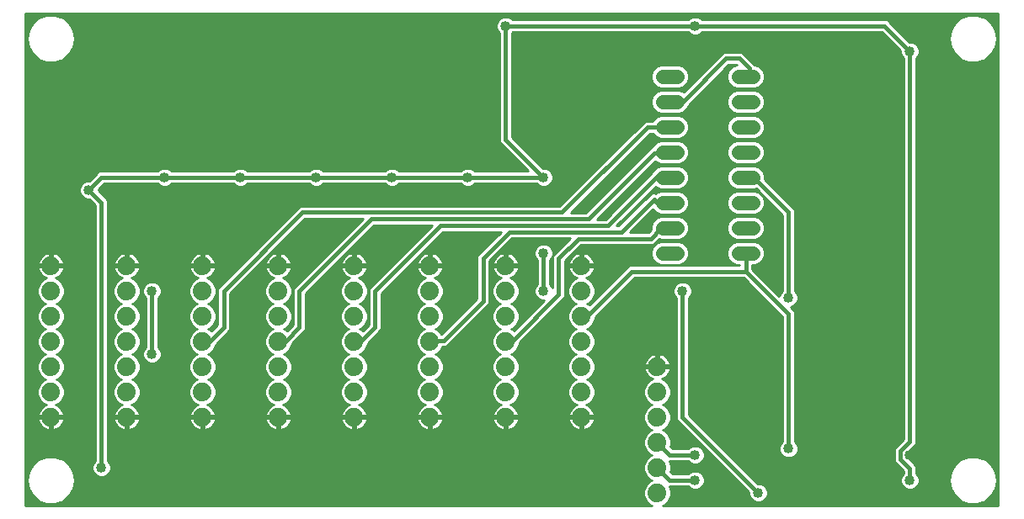
<source format=gbl>
G75*
%MOIN*%
%OFA0B0*%
%FSLAX25Y25*%
%IPPOS*%
%LPD*%
%AMOC8*
5,1,8,0,0,1.08239X$1,22.5*
%
%ADD10C,0.05819*%
%ADD11C,0.07400*%
%ADD12C,0.04000*%
%ADD13C,0.01600*%
%ADD14C,0.01000*%
D10*
X0263091Y0111000D02*
X0268909Y0111000D01*
X0268909Y0121000D02*
X0263091Y0121000D01*
X0263091Y0131000D02*
X0268909Y0131000D01*
X0268909Y0141000D02*
X0263091Y0141000D01*
X0263091Y0151000D02*
X0268909Y0151000D01*
X0268909Y0161000D02*
X0263091Y0161000D01*
X0263091Y0171000D02*
X0268909Y0171000D01*
X0268909Y0181000D02*
X0263091Y0181000D01*
X0293091Y0181000D02*
X0298909Y0181000D01*
X0298909Y0171000D02*
X0293091Y0171000D01*
X0293091Y0161000D02*
X0298909Y0161000D01*
X0298909Y0151000D02*
X0293091Y0151000D01*
X0293091Y0141000D02*
X0298909Y0141000D01*
X0298909Y0131000D02*
X0293091Y0131000D01*
X0293091Y0121000D02*
X0298909Y0121000D01*
X0298909Y0111000D02*
X0293091Y0111000D01*
D11*
X0231000Y0106000D03*
X0231000Y0096000D03*
X0231000Y0086000D03*
X0231000Y0076000D03*
X0231000Y0066000D03*
X0231000Y0056000D03*
X0231000Y0046000D03*
X0201000Y0046000D03*
X0201000Y0056000D03*
X0201000Y0066000D03*
X0201000Y0076000D03*
X0201000Y0086000D03*
X0201000Y0096000D03*
X0201000Y0106000D03*
X0171000Y0106000D03*
X0171000Y0096000D03*
X0171000Y0086000D03*
X0171000Y0076000D03*
X0171000Y0066000D03*
X0171000Y0056000D03*
X0171000Y0046000D03*
X0141000Y0046000D03*
X0141000Y0056000D03*
X0141000Y0066000D03*
X0141000Y0076000D03*
X0141000Y0086000D03*
X0141000Y0096000D03*
X0141000Y0106000D03*
X0111000Y0106000D03*
X0111000Y0096000D03*
X0111000Y0086000D03*
X0111000Y0076000D03*
X0111000Y0066000D03*
X0111000Y0056000D03*
X0111000Y0046000D03*
X0081000Y0046000D03*
X0081000Y0056000D03*
X0081000Y0066000D03*
X0081000Y0076000D03*
X0081000Y0086000D03*
X0081000Y0096000D03*
X0081000Y0106000D03*
X0051000Y0106000D03*
X0051000Y0096000D03*
X0051000Y0086000D03*
X0051000Y0076000D03*
X0051000Y0066000D03*
X0051000Y0056000D03*
X0051000Y0046000D03*
X0021000Y0046000D03*
X0021000Y0056000D03*
X0021000Y0066000D03*
X0021000Y0076000D03*
X0021000Y0086000D03*
X0021000Y0096000D03*
X0021000Y0106000D03*
X0261000Y0066000D03*
X0261000Y0056000D03*
X0261000Y0046000D03*
X0261000Y0036000D03*
X0261000Y0026000D03*
X0261000Y0016000D03*
D12*
X0276000Y0021000D03*
X0276000Y0031000D03*
X0301000Y0036000D03*
X0313000Y0033500D03*
X0326000Y0031000D03*
X0301000Y0016000D03*
X0361000Y0021000D03*
X0361000Y0031000D03*
X0326000Y0051000D03*
X0326000Y0071000D03*
X0326000Y0091000D03*
X0313000Y0093300D03*
X0326000Y0111000D03*
X0326000Y0131000D03*
X0326000Y0151000D03*
X0326000Y0171000D03*
X0361000Y0191000D03*
X0276000Y0201000D03*
X0201000Y0201000D03*
X0186000Y0141000D03*
X0156000Y0141000D03*
X0126000Y0141000D03*
X0096000Y0141000D03*
X0066000Y0141000D03*
X0036000Y0136000D03*
X0061000Y0096000D03*
X0061000Y0071000D03*
X0041000Y0026000D03*
X0216000Y0096000D03*
X0216000Y0111000D03*
X0271000Y0096000D03*
X0216000Y0141000D03*
D13*
X0186000Y0141000D01*
X0156000Y0141000D01*
X0126000Y0141000D01*
X0096000Y0141000D01*
X0066000Y0141000D01*
X0041000Y0141000D01*
X0036000Y0136000D01*
X0041000Y0131000D01*
X0041000Y0026000D01*
X0061000Y0071000D02*
X0061000Y0096000D01*
X0089400Y0095900D02*
X0089400Y0081600D01*
X0084200Y0076400D01*
X0081600Y0076400D01*
X0081000Y0076000D01*
X0111000Y0076000D02*
X0111500Y0076400D01*
X0114100Y0076400D01*
X0119300Y0081600D01*
X0119300Y0095900D01*
X0147900Y0124500D01*
X0233700Y0124500D01*
X0259700Y0150500D01*
X0264900Y0150500D01*
X0266000Y0151000D01*
X0264900Y0160900D02*
X0257100Y0160900D01*
X0223300Y0127100D01*
X0120600Y0127100D01*
X0089400Y0095900D01*
X0141000Y0076000D02*
X0141400Y0076400D01*
X0144000Y0076400D01*
X0149200Y0081600D01*
X0149200Y0095900D01*
X0175200Y0121900D01*
X0241500Y0121900D01*
X0261000Y0141400D01*
X0264900Y0141400D01*
X0266000Y0141000D01*
X0259700Y0132300D02*
X0261000Y0131000D01*
X0266000Y0131000D01*
X0259700Y0132300D02*
X0246700Y0119300D01*
X0202500Y0119300D01*
X0192100Y0108900D01*
X0192100Y0092000D01*
X0176500Y0076400D01*
X0171300Y0076400D01*
X0171000Y0076000D01*
X0201000Y0076000D02*
X0201200Y0076400D01*
X0203800Y0076400D01*
X0222000Y0094600D01*
X0222000Y0108900D01*
X0229800Y0116700D01*
X0258400Y0116700D01*
X0262300Y0120600D01*
X0264900Y0120600D01*
X0266000Y0121000D01*
X0296000Y0111000D02*
X0296100Y0110200D01*
X0296100Y0103700D01*
X0251000Y0103700D01*
X0233300Y0086000D01*
X0231000Y0086000D01*
X0216000Y0096000D02*
X0216000Y0111000D01*
X0271000Y0096000D02*
X0271000Y0046000D01*
X0301000Y0016000D01*
X0276000Y0021000D02*
X0266000Y0021000D01*
X0261000Y0026000D01*
X0266000Y0031000D02*
X0276000Y0031000D01*
X0266000Y0031000D02*
X0261000Y0036000D01*
X0313000Y0033500D02*
X0313000Y0086800D01*
X0296100Y0103700D01*
X0313000Y0093300D02*
X0313000Y0127100D01*
X0300000Y0140100D01*
X0296100Y0140100D01*
X0296000Y0141000D01*
X0266000Y0161000D02*
X0264900Y0160900D01*
X0266000Y0171000D02*
X0266200Y0171300D01*
X0271400Y0171300D01*
X0288300Y0188200D01*
X0293500Y0188200D01*
X0297400Y0184300D01*
X0297400Y0183000D01*
X0296100Y0181700D01*
X0296000Y0181000D01*
X0276000Y0201000D02*
X0201000Y0201000D01*
X0201000Y0156000D01*
X0216000Y0141000D01*
X0276000Y0201000D02*
X0351000Y0201000D01*
X0361000Y0191000D01*
X0361000Y0036374D01*
X0357200Y0032574D01*
X0357200Y0029426D01*
X0361000Y0025626D01*
X0361000Y0021000D01*
D14*
X0011000Y0011000D02*
X0011000Y0206000D01*
X0396000Y0206000D01*
X0396000Y0011000D01*
X0263040Y0011000D01*
X0264059Y0011422D01*
X0265578Y0012941D01*
X0266400Y0014926D01*
X0266400Y0017074D01*
X0265809Y0018500D01*
X0273267Y0018500D01*
X0273904Y0017863D01*
X0275264Y0017300D01*
X0276736Y0017300D01*
X0278096Y0017863D01*
X0279137Y0018904D01*
X0279700Y0020264D01*
X0279700Y0021736D01*
X0279137Y0023096D01*
X0278096Y0024137D01*
X0276736Y0024700D01*
X0275264Y0024700D01*
X0273904Y0024137D01*
X0273267Y0023500D01*
X0267036Y0023500D01*
X0266169Y0024367D01*
X0266400Y0024926D01*
X0266400Y0027074D01*
X0265809Y0028500D01*
X0273267Y0028500D01*
X0273904Y0027863D01*
X0275264Y0027300D01*
X0276736Y0027300D01*
X0278096Y0027863D01*
X0279137Y0028904D01*
X0279700Y0030264D01*
X0279700Y0031736D01*
X0279137Y0033096D01*
X0278096Y0034137D01*
X0276736Y0034700D01*
X0275264Y0034700D01*
X0273904Y0034137D01*
X0273267Y0033500D01*
X0267036Y0033500D01*
X0266168Y0034367D01*
X0266400Y0034926D01*
X0266400Y0037074D01*
X0265578Y0039059D01*
X0264059Y0040578D01*
X0263040Y0041000D01*
X0264059Y0041422D01*
X0265578Y0042941D01*
X0266400Y0044926D01*
X0266400Y0047074D01*
X0265578Y0049059D01*
X0264059Y0050578D01*
X0263040Y0051000D01*
X0264059Y0051422D01*
X0265578Y0052941D01*
X0266400Y0054926D01*
X0266400Y0057074D01*
X0265578Y0059059D01*
X0264059Y0060578D01*
X0262776Y0061109D01*
X0262996Y0061181D01*
X0263725Y0061553D01*
X0264388Y0062034D01*
X0264966Y0062612D01*
X0265447Y0063275D01*
X0265819Y0064004D01*
X0266072Y0064782D01*
X0266186Y0065500D01*
X0261500Y0065500D01*
X0261500Y0066500D01*
X0260500Y0066500D01*
X0260500Y0071186D01*
X0259782Y0071072D01*
X0259004Y0070819D01*
X0258275Y0070447D01*
X0257612Y0069966D01*
X0257034Y0069388D01*
X0256553Y0068725D01*
X0256181Y0067996D01*
X0255928Y0067218D01*
X0255814Y0066500D01*
X0260500Y0066500D01*
X0260500Y0065500D01*
X0255814Y0065500D01*
X0255928Y0064782D01*
X0256181Y0064004D01*
X0256553Y0063275D01*
X0257034Y0062612D01*
X0257612Y0062034D01*
X0258275Y0061553D01*
X0259004Y0061181D01*
X0259224Y0061109D01*
X0257941Y0060578D01*
X0256422Y0059059D01*
X0255600Y0057074D01*
X0255600Y0054926D01*
X0256422Y0052941D01*
X0257941Y0051422D01*
X0258960Y0051000D01*
X0257941Y0050578D01*
X0256422Y0049059D01*
X0255600Y0047074D01*
X0255600Y0044926D01*
X0256422Y0042941D01*
X0257941Y0041422D01*
X0258960Y0041000D01*
X0257941Y0040578D01*
X0256422Y0039059D01*
X0255600Y0037074D01*
X0255600Y0034926D01*
X0256422Y0032941D01*
X0257941Y0031422D01*
X0258960Y0031000D01*
X0257941Y0030578D01*
X0256422Y0029059D01*
X0255600Y0027074D01*
X0255600Y0024926D01*
X0256422Y0022941D01*
X0257941Y0021422D01*
X0258960Y0021000D01*
X0257941Y0020578D01*
X0256422Y0019059D01*
X0255600Y0017074D01*
X0255600Y0014926D01*
X0256422Y0012941D01*
X0257941Y0011422D01*
X0258960Y0011000D01*
X0011000Y0011000D01*
X0011000Y0011984D02*
X0018289Y0011984D01*
X0019343Y0011600D02*
X0020130Y0011600D01*
X0022657Y0011600D01*
X0025772Y0012734D01*
X0025773Y0012734D01*
X0028312Y0014865D01*
X0029969Y0017735D01*
X0029969Y0017735D01*
X0030545Y0021000D01*
X0029969Y0024265D01*
X0028312Y0027135D01*
X0028312Y0027135D01*
X0025773Y0029266D01*
X0025772Y0029266D01*
X0022657Y0030400D01*
X0019343Y0030400D01*
X0016227Y0029266D01*
X0013688Y0027135D01*
X0012031Y0024265D01*
X0011455Y0021000D01*
X0012031Y0017735D01*
X0013688Y0014865D01*
X0013688Y0014865D01*
X0016227Y0012734D01*
X0016227Y0012734D01*
X0019343Y0011600D01*
X0015931Y0012982D02*
X0011000Y0012982D01*
X0011000Y0013981D02*
X0014742Y0013981D01*
X0013622Y0014979D02*
X0011000Y0014979D01*
X0011000Y0015978D02*
X0013045Y0015978D01*
X0012469Y0016976D02*
X0011000Y0016976D01*
X0011000Y0017975D02*
X0011988Y0017975D01*
X0011812Y0018973D02*
X0011000Y0018973D01*
X0011000Y0019972D02*
X0011636Y0019972D01*
X0011460Y0020970D02*
X0011000Y0020970D01*
X0011000Y0021969D02*
X0011626Y0021969D01*
X0011802Y0022967D02*
X0011000Y0022967D01*
X0011000Y0023966D02*
X0011978Y0023966D01*
X0012435Y0024964D02*
X0011000Y0024964D01*
X0011000Y0025963D02*
X0013011Y0025963D01*
X0013588Y0026961D02*
X0011000Y0026961D01*
X0011000Y0027960D02*
X0014671Y0027960D01*
X0013688Y0027135D02*
X0013688Y0027135D01*
X0013688Y0027135D01*
X0015861Y0028958D02*
X0011000Y0028958D01*
X0011000Y0029957D02*
X0018125Y0029957D01*
X0016227Y0029266D02*
X0016227Y0029266D01*
X0011000Y0030955D02*
X0038500Y0030955D01*
X0038500Y0029957D02*
X0023875Y0029957D01*
X0026139Y0028958D02*
X0038500Y0028958D01*
X0038500Y0028733D02*
X0037863Y0028096D01*
X0037300Y0026736D01*
X0037300Y0025264D01*
X0037863Y0023904D01*
X0038904Y0022863D01*
X0040264Y0022300D01*
X0041736Y0022300D01*
X0043096Y0022863D01*
X0044137Y0023904D01*
X0044700Y0025264D01*
X0044700Y0026736D01*
X0044137Y0028096D01*
X0043500Y0028733D01*
X0043500Y0131497D01*
X0043119Y0132416D01*
X0042416Y0133119D01*
X0039700Y0135836D01*
X0039700Y0136164D01*
X0042036Y0138500D01*
X0063267Y0138500D01*
X0063904Y0137863D01*
X0065264Y0137300D01*
X0066736Y0137300D01*
X0068096Y0137863D01*
X0068733Y0138500D01*
X0093267Y0138500D01*
X0093904Y0137863D01*
X0095264Y0137300D01*
X0096736Y0137300D01*
X0098096Y0137863D01*
X0098733Y0138500D01*
X0123267Y0138500D01*
X0123904Y0137863D01*
X0125264Y0137300D01*
X0126736Y0137300D01*
X0128096Y0137863D01*
X0128733Y0138500D01*
X0153267Y0138500D01*
X0153904Y0137863D01*
X0155264Y0137300D01*
X0156736Y0137300D01*
X0158096Y0137863D01*
X0158733Y0138500D01*
X0183267Y0138500D01*
X0183904Y0137863D01*
X0185264Y0137300D01*
X0186736Y0137300D01*
X0188096Y0137863D01*
X0188733Y0138500D01*
X0213267Y0138500D01*
X0213904Y0137863D01*
X0215264Y0137300D01*
X0216736Y0137300D01*
X0218096Y0137863D01*
X0219137Y0138904D01*
X0219700Y0140264D01*
X0219700Y0141736D01*
X0219137Y0143096D01*
X0218096Y0144137D01*
X0216736Y0144700D01*
X0215836Y0144700D01*
X0203500Y0157036D01*
X0203500Y0198267D01*
X0203733Y0198500D01*
X0273267Y0198500D01*
X0273904Y0197863D01*
X0275264Y0197300D01*
X0276736Y0197300D01*
X0278096Y0197863D01*
X0278733Y0198500D01*
X0349964Y0198500D01*
X0357300Y0191164D01*
X0357300Y0190264D01*
X0357863Y0188904D01*
X0358500Y0188267D01*
X0358500Y0037410D01*
X0355081Y0033990D01*
X0354700Y0033071D01*
X0354700Y0028929D01*
X0355081Y0028010D01*
X0358500Y0024590D01*
X0358500Y0023733D01*
X0357863Y0023096D01*
X0357300Y0021736D01*
X0357300Y0020264D01*
X0357863Y0018904D01*
X0358904Y0017863D01*
X0360264Y0017300D01*
X0361736Y0017300D01*
X0363096Y0017863D01*
X0364137Y0018904D01*
X0364700Y0020264D01*
X0364700Y0021736D01*
X0364137Y0023096D01*
X0363500Y0023733D01*
X0363500Y0026123D01*
X0363119Y0027042D01*
X0359700Y0030462D01*
X0359700Y0031538D01*
X0363119Y0034958D01*
X0363500Y0035877D01*
X0363500Y0188267D01*
X0364137Y0188904D01*
X0364700Y0190264D01*
X0364700Y0191736D01*
X0364137Y0193096D01*
X0363096Y0194137D01*
X0361736Y0194700D01*
X0360836Y0194700D01*
X0353119Y0202416D01*
X0352416Y0203119D01*
X0351497Y0203500D01*
X0278733Y0203500D01*
X0278096Y0204137D01*
X0276736Y0204700D01*
X0275264Y0204700D01*
X0273904Y0204137D01*
X0273267Y0203500D01*
X0203733Y0203500D01*
X0203096Y0204137D01*
X0201736Y0204700D01*
X0200264Y0204700D01*
X0198904Y0204137D01*
X0197863Y0203096D01*
X0197300Y0201736D01*
X0197300Y0200264D01*
X0197863Y0198904D01*
X0198500Y0198267D01*
X0198500Y0155503D01*
X0198881Y0154584D01*
X0199584Y0153881D01*
X0209964Y0143500D01*
X0188733Y0143500D01*
X0188096Y0144137D01*
X0186736Y0144700D01*
X0185264Y0144700D01*
X0183904Y0144137D01*
X0183267Y0143500D01*
X0158733Y0143500D01*
X0158096Y0144137D01*
X0156736Y0144700D01*
X0155264Y0144700D01*
X0153904Y0144137D01*
X0153267Y0143500D01*
X0128733Y0143500D01*
X0128096Y0144137D01*
X0126736Y0144700D01*
X0125264Y0144700D01*
X0123904Y0144137D01*
X0123267Y0143500D01*
X0098733Y0143500D01*
X0098096Y0144137D01*
X0096736Y0144700D01*
X0095264Y0144700D01*
X0093904Y0144137D01*
X0093267Y0143500D01*
X0068733Y0143500D01*
X0068096Y0144137D01*
X0066736Y0144700D01*
X0065264Y0144700D01*
X0063904Y0144137D01*
X0063267Y0143500D01*
X0040503Y0143500D01*
X0039584Y0143119D01*
X0038881Y0142416D01*
X0036164Y0139700D01*
X0035264Y0139700D01*
X0033904Y0139137D01*
X0032863Y0138096D01*
X0032300Y0136736D01*
X0032300Y0135264D01*
X0032863Y0133904D01*
X0033904Y0132863D01*
X0035264Y0132300D01*
X0036164Y0132300D01*
X0038500Y0129964D01*
X0038500Y0028733D01*
X0037807Y0027960D02*
X0027329Y0027960D01*
X0028412Y0026961D02*
X0037393Y0026961D01*
X0037300Y0025963D02*
X0028989Y0025963D01*
X0029565Y0024964D02*
X0037424Y0024964D01*
X0037838Y0023966D02*
X0030022Y0023966D01*
X0029969Y0024265D02*
X0029969Y0024265D01*
X0030198Y0022967D02*
X0038800Y0022967D01*
X0043200Y0022967D02*
X0256411Y0022967D01*
X0255998Y0023966D02*
X0044162Y0023966D01*
X0044576Y0024964D02*
X0255600Y0024964D01*
X0255600Y0025963D02*
X0044700Y0025963D01*
X0044607Y0026961D02*
X0255600Y0026961D01*
X0255967Y0027960D02*
X0044193Y0027960D01*
X0043500Y0028958D02*
X0256380Y0028958D01*
X0257320Y0029957D02*
X0043500Y0029957D01*
X0043500Y0030955D02*
X0258852Y0030955D01*
X0257409Y0031954D02*
X0043500Y0031954D01*
X0043500Y0032952D02*
X0256417Y0032952D01*
X0256004Y0033951D02*
X0043500Y0033951D01*
X0043500Y0034949D02*
X0255600Y0034949D01*
X0255600Y0035948D02*
X0043500Y0035948D01*
X0043500Y0036946D02*
X0255600Y0036946D01*
X0255961Y0037945D02*
X0043500Y0037945D01*
X0043500Y0038943D02*
X0256374Y0038943D01*
X0257305Y0039942D02*
X0043500Y0039942D01*
X0043500Y0040940D02*
X0049744Y0040940D01*
X0049782Y0040928D02*
X0049004Y0041181D01*
X0048275Y0041553D01*
X0047612Y0042034D01*
X0047034Y0042612D01*
X0046553Y0043275D01*
X0046181Y0044004D01*
X0045928Y0044782D01*
X0045814Y0045500D01*
X0050500Y0045500D01*
X0050500Y0046500D01*
X0045814Y0046500D01*
X0045928Y0047218D01*
X0046181Y0047996D01*
X0046553Y0048725D01*
X0047034Y0049388D01*
X0047612Y0049966D01*
X0048275Y0050447D01*
X0049004Y0050819D01*
X0049224Y0050891D01*
X0047941Y0051422D01*
X0046422Y0052941D01*
X0045600Y0054926D01*
X0045600Y0057074D01*
X0046422Y0059059D01*
X0047941Y0060578D01*
X0048960Y0061000D01*
X0047941Y0061422D01*
X0046422Y0062941D01*
X0045600Y0064926D01*
X0045600Y0067074D01*
X0046422Y0069059D01*
X0047941Y0070578D01*
X0048960Y0071000D01*
X0047941Y0071422D01*
X0046422Y0072941D01*
X0045600Y0074926D01*
X0045600Y0077074D01*
X0046422Y0079059D01*
X0047941Y0080578D01*
X0048960Y0081000D01*
X0047941Y0081422D01*
X0046422Y0082941D01*
X0045600Y0084926D01*
X0045600Y0087074D01*
X0046422Y0089059D01*
X0047941Y0090578D01*
X0048960Y0091000D01*
X0047941Y0091422D01*
X0046422Y0092941D01*
X0045600Y0094926D01*
X0045600Y0097074D01*
X0046422Y0099059D01*
X0047941Y0100578D01*
X0049224Y0101109D01*
X0049004Y0101181D01*
X0048275Y0101553D01*
X0047612Y0102034D01*
X0047034Y0102612D01*
X0046553Y0103275D01*
X0046181Y0104004D01*
X0045928Y0104782D01*
X0045814Y0105500D01*
X0050500Y0105500D01*
X0050500Y0106500D01*
X0050500Y0111186D01*
X0049782Y0111072D01*
X0049004Y0110819D01*
X0048275Y0110447D01*
X0047612Y0109966D01*
X0047034Y0109388D01*
X0046553Y0108725D01*
X0046181Y0107996D01*
X0045928Y0107218D01*
X0045814Y0106500D01*
X0050500Y0106500D01*
X0051500Y0106500D01*
X0051500Y0111186D01*
X0052218Y0111072D01*
X0052996Y0110819D01*
X0053725Y0110447D01*
X0054388Y0109966D01*
X0054966Y0109388D01*
X0055447Y0108725D01*
X0055819Y0107996D01*
X0056072Y0107218D01*
X0056186Y0106500D01*
X0051500Y0106500D01*
X0051500Y0105500D01*
X0056186Y0105500D01*
X0056072Y0104782D01*
X0055819Y0104004D01*
X0055447Y0103275D01*
X0054966Y0102612D01*
X0054388Y0102034D01*
X0053725Y0101553D01*
X0052996Y0101181D01*
X0052776Y0101109D01*
X0054059Y0100578D01*
X0055578Y0099059D01*
X0056400Y0097074D01*
X0056400Y0094926D01*
X0055578Y0092941D01*
X0054059Y0091422D01*
X0053040Y0091000D01*
X0054059Y0090578D01*
X0055578Y0089059D01*
X0056400Y0087074D01*
X0056400Y0084926D01*
X0055578Y0082941D01*
X0054059Y0081422D01*
X0053040Y0081000D01*
X0054059Y0080578D01*
X0055578Y0079059D01*
X0056400Y0077074D01*
X0056400Y0074926D01*
X0055578Y0072941D01*
X0054059Y0071422D01*
X0053040Y0071000D01*
X0054059Y0070578D01*
X0055578Y0069059D01*
X0056400Y0067074D01*
X0056400Y0064926D01*
X0055578Y0062941D01*
X0054059Y0061422D01*
X0053040Y0061000D01*
X0054059Y0060578D01*
X0055578Y0059059D01*
X0056400Y0057074D01*
X0056400Y0054926D01*
X0055578Y0052941D01*
X0054059Y0051422D01*
X0052776Y0050891D01*
X0052996Y0050819D01*
X0053725Y0050447D01*
X0054388Y0049966D01*
X0054966Y0049388D01*
X0055447Y0048725D01*
X0055819Y0047996D01*
X0056072Y0047218D01*
X0056186Y0046500D01*
X0051500Y0046500D01*
X0051500Y0045500D01*
X0056186Y0045500D01*
X0056072Y0044782D01*
X0055819Y0044004D01*
X0055447Y0043275D01*
X0054966Y0042612D01*
X0054388Y0042034D01*
X0053725Y0041553D01*
X0052996Y0041181D01*
X0052218Y0040928D01*
X0051500Y0040814D01*
X0051500Y0045500D01*
X0050500Y0045500D01*
X0050500Y0040814D01*
X0049782Y0040928D01*
X0050500Y0040940D02*
X0051500Y0040940D01*
X0052256Y0040940D02*
X0079744Y0040940D01*
X0079782Y0040928D02*
X0080500Y0040814D01*
X0080500Y0045500D01*
X0081500Y0045500D01*
X0081500Y0046500D01*
X0086186Y0046500D01*
X0086072Y0047218D01*
X0085819Y0047996D01*
X0085447Y0048725D01*
X0084966Y0049388D01*
X0084388Y0049966D01*
X0083725Y0050447D01*
X0082996Y0050819D01*
X0082776Y0050891D01*
X0084059Y0051422D01*
X0085578Y0052941D01*
X0086400Y0054926D01*
X0086400Y0057074D01*
X0085578Y0059059D01*
X0084059Y0060578D01*
X0083040Y0061000D01*
X0084059Y0061422D01*
X0085578Y0062941D01*
X0086400Y0064926D01*
X0086400Y0067074D01*
X0085578Y0069059D01*
X0084059Y0070578D01*
X0083040Y0071000D01*
X0084059Y0071422D01*
X0085578Y0072941D01*
X0086400Y0074926D01*
X0086400Y0075064D01*
X0091519Y0080184D01*
X0091900Y0081103D01*
X0091900Y0094864D01*
X0121636Y0124600D01*
X0144464Y0124600D01*
X0117884Y0098019D01*
X0117181Y0097316D01*
X0116800Y0096397D01*
X0116800Y0082636D01*
X0114401Y0080236D01*
X0114059Y0080578D01*
X0113040Y0081000D01*
X0114059Y0081422D01*
X0115578Y0082941D01*
X0116400Y0084926D01*
X0116400Y0087074D01*
X0115578Y0089059D01*
X0114059Y0090578D01*
X0113040Y0091000D01*
X0114059Y0091422D01*
X0115578Y0092941D01*
X0116400Y0094926D01*
X0116400Y0097074D01*
X0115578Y0099059D01*
X0114059Y0100578D01*
X0112776Y0101109D01*
X0112996Y0101181D01*
X0113725Y0101553D01*
X0114388Y0102034D01*
X0114966Y0102612D01*
X0115447Y0103275D01*
X0115819Y0104004D01*
X0116072Y0104782D01*
X0116186Y0105500D01*
X0111500Y0105500D01*
X0111500Y0106500D01*
X0110500Y0106500D01*
X0110500Y0111186D01*
X0109782Y0111072D01*
X0109004Y0110819D01*
X0108275Y0110447D01*
X0107612Y0109966D01*
X0107034Y0109388D01*
X0106553Y0108725D01*
X0106181Y0107996D01*
X0105928Y0107218D01*
X0105814Y0106500D01*
X0110500Y0106500D01*
X0110500Y0105500D01*
X0105814Y0105500D01*
X0105928Y0104782D01*
X0106181Y0104004D01*
X0106553Y0103275D01*
X0107034Y0102612D01*
X0107612Y0102034D01*
X0108275Y0101553D01*
X0109004Y0101181D01*
X0109224Y0101109D01*
X0107941Y0100578D01*
X0106422Y0099059D01*
X0105600Y0097074D01*
X0105600Y0094926D01*
X0106422Y0092941D01*
X0107941Y0091422D01*
X0108960Y0091000D01*
X0107941Y0090578D01*
X0106422Y0089059D01*
X0105600Y0087074D01*
X0105600Y0084926D01*
X0106422Y0082941D01*
X0107941Y0081422D01*
X0108960Y0081000D01*
X0107941Y0080578D01*
X0106422Y0079059D01*
X0105600Y0077074D01*
X0105600Y0074926D01*
X0106422Y0072941D01*
X0107941Y0071422D01*
X0108960Y0071000D01*
X0107941Y0070578D01*
X0106422Y0069059D01*
X0105600Y0067074D01*
X0105600Y0064926D01*
X0106422Y0062941D01*
X0107941Y0061422D01*
X0108960Y0061000D01*
X0107941Y0060578D01*
X0106422Y0059059D01*
X0105600Y0057074D01*
X0105600Y0054926D01*
X0106422Y0052941D01*
X0107941Y0051422D01*
X0109224Y0050891D01*
X0109004Y0050819D01*
X0108275Y0050447D01*
X0107612Y0049966D01*
X0107034Y0049388D01*
X0106553Y0048725D01*
X0106181Y0047996D01*
X0105928Y0047218D01*
X0105814Y0046500D01*
X0110500Y0046500D01*
X0110500Y0045500D01*
X0111500Y0045500D01*
X0111500Y0046500D01*
X0116186Y0046500D01*
X0116072Y0047218D01*
X0115819Y0047996D01*
X0115447Y0048725D01*
X0114966Y0049388D01*
X0114388Y0049966D01*
X0113725Y0050447D01*
X0112996Y0050819D01*
X0112776Y0050891D01*
X0114059Y0051422D01*
X0115578Y0052941D01*
X0116400Y0054926D01*
X0116400Y0057074D01*
X0115578Y0059059D01*
X0114059Y0060578D01*
X0113040Y0061000D01*
X0114059Y0061422D01*
X0115578Y0062941D01*
X0116400Y0064926D01*
X0116400Y0067074D01*
X0115578Y0069059D01*
X0114059Y0070578D01*
X0113040Y0071000D01*
X0114059Y0071422D01*
X0115578Y0072941D01*
X0116400Y0074926D01*
X0116400Y0075164D01*
X0121419Y0080184D01*
X0121800Y0081103D01*
X0121800Y0094864D01*
X0148936Y0122000D01*
X0171764Y0122000D01*
X0147081Y0097316D01*
X0146700Y0096397D01*
X0146700Y0082636D01*
X0144351Y0080286D01*
X0144059Y0080578D01*
X0143040Y0081000D01*
X0144059Y0081422D01*
X0145578Y0082941D01*
X0146400Y0084926D01*
X0146400Y0087074D01*
X0145578Y0089059D01*
X0144059Y0090578D01*
X0143040Y0091000D01*
X0144059Y0091422D01*
X0145578Y0092941D01*
X0146400Y0094926D01*
X0146400Y0097074D01*
X0145578Y0099059D01*
X0144059Y0100578D01*
X0142776Y0101109D01*
X0142996Y0101181D01*
X0143725Y0101553D01*
X0144388Y0102034D01*
X0144966Y0102612D01*
X0145447Y0103275D01*
X0145819Y0104004D01*
X0146072Y0104782D01*
X0146186Y0105500D01*
X0141500Y0105500D01*
X0141500Y0106500D01*
X0140500Y0106500D01*
X0140500Y0111186D01*
X0139782Y0111072D01*
X0139004Y0110819D01*
X0138275Y0110447D01*
X0137612Y0109966D01*
X0137034Y0109388D01*
X0136553Y0108725D01*
X0136181Y0107996D01*
X0135928Y0107218D01*
X0135814Y0106500D01*
X0140500Y0106500D01*
X0140500Y0105500D01*
X0135814Y0105500D01*
X0135928Y0104782D01*
X0136181Y0104004D01*
X0136553Y0103275D01*
X0137034Y0102612D01*
X0137612Y0102034D01*
X0138275Y0101553D01*
X0139004Y0101181D01*
X0139224Y0101109D01*
X0137941Y0100578D01*
X0136422Y0099059D01*
X0135600Y0097074D01*
X0135600Y0094926D01*
X0136422Y0092941D01*
X0137941Y0091422D01*
X0138960Y0091000D01*
X0137941Y0090578D01*
X0136422Y0089059D01*
X0135600Y0087074D01*
X0135600Y0084926D01*
X0136422Y0082941D01*
X0137941Y0081422D01*
X0138960Y0081000D01*
X0137941Y0080578D01*
X0136422Y0079059D01*
X0135600Y0077074D01*
X0135600Y0074926D01*
X0136422Y0072941D01*
X0137941Y0071422D01*
X0138960Y0071000D01*
X0137941Y0070578D01*
X0136422Y0069059D01*
X0135600Y0067074D01*
X0135600Y0064926D01*
X0136422Y0062941D01*
X0137941Y0061422D01*
X0138960Y0061000D01*
X0137941Y0060578D01*
X0136422Y0059059D01*
X0135600Y0057074D01*
X0135600Y0054926D01*
X0136422Y0052941D01*
X0137941Y0051422D01*
X0139224Y0050891D01*
X0139004Y0050819D01*
X0138275Y0050447D01*
X0137612Y0049966D01*
X0137034Y0049388D01*
X0136553Y0048725D01*
X0136181Y0047996D01*
X0135928Y0047218D01*
X0135814Y0046500D01*
X0140500Y0046500D01*
X0140500Y0045500D01*
X0141500Y0045500D01*
X0141500Y0046500D01*
X0146186Y0046500D01*
X0146072Y0047218D01*
X0145819Y0047996D01*
X0145447Y0048725D01*
X0144966Y0049388D01*
X0144388Y0049966D01*
X0143725Y0050447D01*
X0142996Y0050819D01*
X0142776Y0050891D01*
X0144059Y0051422D01*
X0145578Y0052941D01*
X0146400Y0054926D01*
X0146400Y0057074D01*
X0145578Y0059059D01*
X0144059Y0060578D01*
X0143040Y0061000D01*
X0144059Y0061422D01*
X0145578Y0062941D01*
X0146400Y0064926D01*
X0146400Y0067074D01*
X0145578Y0069059D01*
X0144059Y0070578D01*
X0143040Y0071000D01*
X0144059Y0071422D01*
X0145578Y0072941D01*
X0146400Y0074926D01*
X0146400Y0075264D01*
X0151319Y0080184D01*
X0151700Y0081103D01*
X0151700Y0094864D01*
X0176236Y0119400D01*
X0199064Y0119400D01*
X0189981Y0110316D01*
X0189600Y0109397D01*
X0189600Y0093036D01*
X0175591Y0079027D01*
X0175578Y0079059D01*
X0174059Y0080578D01*
X0173040Y0081000D01*
X0174059Y0081422D01*
X0175578Y0082941D01*
X0176400Y0084926D01*
X0176400Y0087074D01*
X0175578Y0089059D01*
X0174059Y0090578D01*
X0173040Y0091000D01*
X0174059Y0091422D01*
X0175578Y0092941D01*
X0176400Y0094926D01*
X0176400Y0097074D01*
X0175578Y0099059D01*
X0174059Y0100578D01*
X0172776Y0101109D01*
X0172996Y0101181D01*
X0173725Y0101553D01*
X0174388Y0102034D01*
X0174966Y0102612D01*
X0175447Y0103275D01*
X0175819Y0104004D01*
X0176072Y0104782D01*
X0176186Y0105500D01*
X0171500Y0105500D01*
X0171500Y0106500D01*
X0170500Y0106500D01*
X0170500Y0111186D01*
X0169782Y0111072D01*
X0169004Y0110819D01*
X0168275Y0110447D01*
X0167612Y0109966D01*
X0167034Y0109388D01*
X0166553Y0108725D01*
X0166181Y0107996D01*
X0165928Y0107218D01*
X0165814Y0106500D01*
X0170500Y0106500D01*
X0170500Y0105500D01*
X0165814Y0105500D01*
X0165928Y0104782D01*
X0166181Y0104004D01*
X0166553Y0103275D01*
X0167034Y0102612D01*
X0167612Y0102034D01*
X0168275Y0101553D01*
X0169004Y0101181D01*
X0169224Y0101109D01*
X0167941Y0100578D01*
X0166422Y0099059D01*
X0165600Y0097074D01*
X0165600Y0094926D01*
X0166422Y0092941D01*
X0167941Y0091422D01*
X0168960Y0091000D01*
X0167941Y0090578D01*
X0166422Y0089059D01*
X0165600Y0087074D01*
X0165600Y0084926D01*
X0166422Y0082941D01*
X0167941Y0081422D01*
X0168960Y0081000D01*
X0167941Y0080578D01*
X0166422Y0079059D01*
X0165600Y0077074D01*
X0165600Y0074926D01*
X0166422Y0072941D01*
X0167941Y0071422D01*
X0168960Y0071000D01*
X0167941Y0070578D01*
X0166422Y0069059D01*
X0165600Y0067074D01*
X0165600Y0064926D01*
X0166422Y0062941D01*
X0167941Y0061422D01*
X0168960Y0061000D01*
X0167941Y0060578D01*
X0166422Y0059059D01*
X0165600Y0057074D01*
X0165600Y0054926D01*
X0166422Y0052941D01*
X0167941Y0051422D01*
X0169224Y0050891D01*
X0169004Y0050819D01*
X0168275Y0050447D01*
X0167612Y0049966D01*
X0167034Y0049388D01*
X0166553Y0048725D01*
X0166181Y0047996D01*
X0165928Y0047218D01*
X0165814Y0046500D01*
X0170500Y0046500D01*
X0170500Y0045500D01*
X0171500Y0045500D01*
X0171500Y0046500D01*
X0176186Y0046500D01*
X0176072Y0047218D01*
X0175819Y0047996D01*
X0175447Y0048725D01*
X0174966Y0049388D01*
X0174388Y0049966D01*
X0173725Y0050447D01*
X0172996Y0050819D01*
X0172776Y0050891D01*
X0174059Y0051422D01*
X0175578Y0052941D01*
X0176400Y0054926D01*
X0176400Y0057074D01*
X0175578Y0059059D01*
X0174059Y0060578D01*
X0173040Y0061000D01*
X0174059Y0061422D01*
X0175578Y0062941D01*
X0176400Y0064926D01*
X0176400Y0067074D01*
X0175578Y0069059D01*
X0174059Y0070578D01*
X0173040Y0071000D01*
X0174059Y0071422D01*
X0175578Y0072941D01*
X0175975Y0073900D01*
X0176997Y0073900D01*
X0177916Y0074281D01*
X0193516Y0089881D01*
X0194219Y0090584D01*
X0194600Y0091503D01*
X0194600Y0107864D01*
X0203536Y0116800D01*
X0226364Y0116800D01*
X0219881Y0110316D01*
X0219500Y0109397D01*
X0219500Y0097219D01*
X0219137Y0098096D01*
X0218500Y0098733D01*
X0218500Y0108267D01*
X0219137Y0108904D01*
X0219700Y0110264D01*
X0219700Y0111736D01*
X0219137Y0113096D01*
X0218096Y0114137D01*
X0216736Y0114700D01*
X0215264Y0114700D01*
X0213904Y0114137D01*
X0212863Y0113096D01*
X0212300Y0111736D01*
X0212300Y0110264D01*
X0212863Y0108904D01*
X0213500Y0108267D01*
X0213500Y0098733D01*
X0212863Y0098096D01*
X0212300Y0096736D01*
X0212300Y0095264D01*
X0212863Y0093904D01*
X0213904Y0092863D01*
X0215264Y0092300D01*
X0216164Y0092300D01*
X0204251Y0080386D01*
X0204059Y0080578D01*
X0203040Y0081000D01*
X0204059Y0081422D01*
X0205578Y0082941D01*
X0206400Y0084926D01*
X0206400Y0087074D01*
X0205578Y0089059D01*
X0204059Y0090578D01*
X0203040Y0091000D01*
X0204059Y0091422D01*
X0205578Y0092941D01*
X0206400Y0094926D01*
X0206400Y0097074D01*
X0205578Y0099059D01*
X0204059Y0100578D01*
X0202776Y0101109D01*
X0202996Y0101181D01*
X0203725Y0101553D01*
X0204388Y0102034D01*
X0204966Y0102612D01*
X0205447Y0103275D01*
X0205819Y0104004D01*
X0206072Y0104782D01*
X0206186Y0105500D01*
X0201500Y0105500D01*
X0201500Y0106500D01*
X0200500Y0106500D01*
X0200500Y0111186D01*
X0199782Y0111072D01*
X0199004Y0110819D01*
X0198275Y0110447D01*
X0197612Y0109966D01*
X0197034Y0109388D01*
X0196553Y0108725D01*
X0196181Y0107996D01*
X0195928Y0107218D01*
X0195814Y0106500D01*
X0200500Y0106500D01*
X0200500Y0105500D01*
X0195814Y0105500D01*
X0195928Y0104782D01*
X0196181Y0104004D01*
X0196553Y0103275D01*
X0197034Y0102612D01*
X0197612Y0102034D01*
X0198275Y0101553D01*
X0199004Y0101181D01*
X0199224Y0101109D01*
X0197941Y0100578D01*
X0196422Y0099059D01*
X0195600Y0097074D01*
X0195600Y0094926D01*
X0196422Y0092941D01*
X0197941Y0091422D01*
X0198960Y0091000D01*
X0197941Y0090578D01*
X0196422Y0089059D01*
X0195600Y0087074D01*
X0195600Y0084926D01*
X0196422Y0082941D01*
X0197941Y0081422D01*
X0198960Y0081000D01*
X0197941Y0080578D01*
X0196422Y0079059D01*
X0195600Y0077074D01*
X0195600Y0074926D01*
X0196422Y0072941D01*
X0197941Y0071422D01*
X0198960Y0071000D01*
X0197941Y0070578D01*
X0196422Y0069059D01*
X0195600Y0067074D01*
X0195600Y0064926D01*
X0196422Y0062941D01*
X0197941Y0061422D01*
X0198960Y0061000D01*
X0197941Y0060578D01*
X0196422Y0059059D01*
X0195600Y0057074D01*
X0195600Y0054926D01*
X0196422Y0052941D01*
X0197941Y0051422D01*
X0199224Y0050891D01*
X0199004Y0050819D01*
X0198275Y0050447D01*
X0197612Y0049966D01*
X0197034Y0049388D01*
X0196553Y0048725D01*
X0196181Y0047996D01*
X0195928Y0047218D01*
X0195814Y0046500D01*
X0200500Y0046500D01*
X0200500Y0045500D01*
X0201500Y0045500D01*
X0201500Y0046500D01*
X0206186Y0046500D01*
X0206072Y0047218D01*
X0205819Y0047996D01*
X0205447Y0048725D01*
X0204966Y0049388D01*
X0204388Y0049966D01*
X0203725Y0050447D01*
X0202996Y0050819D01*
X0202776Y0050891D01*
X0204059Y0051422D01*
X0205578Y0052941D01*
X0206400Y0054926D01*
X0206400Y0057074D01*
X0205578Y0059059D01*
X0204059Y0060578D01*
X0203040Y0061000D01*
X0204059Y0061422D01*
X0205578Y0062941D01*
X0206400Y0064926D01*
X0206400Y0067074D01*
X0205578Y0069059D01*
X0204059Y0070578D01*
X0203040Y0071000D01*
X0204059Y0071422D01*
X0205578Y0072941D01*
X0206400Y0074926D01*
X0206400Y0075464D01*
X0223416Y0092481D01*
X0224119Y0093184D01*
X0224500Y0094103D01*
X0224500Y0107864D01*
X0230836Y0114200D01*
X0258897Y0114200D01*
X0259816Y0114581D01*
X0261786Y0116551D01*
X0262174Y0116391D01*
X0269826Y0116391D01*
X0271520Y0117092D01*
X0272817Y0118389D01*
X0273519Y0120083D01*
X0273519Y0121917D01*
X0272817Y0123611D01*
X0271520Y0124908D01*
X0269826Y0125609D01*
X0262174Y0125609D01*
X0260480Y0124908D01*
X0259183Y0123611D01*
X0258481Y0121917D01*
X0258481Y0120317D01*
X0257364Y0119200D01*
X0250136Y0119200D01*
X0259254Y0128318D01*
X0260480Y0127092D01*
X0262174Y0126391D01*
X0269826Y0126391D01*
X0271520Y0127092D01*
X0272817Y0128389D01*
X0273519Y0130083D01*
X0273519Y0131917D01*
X0272817Y0133611D01*
X0271520Y0134908D01*
X0269826Y0135609D01*
X0262174Y0135609D01*
X0260480Y0134908D01*
X0260321Y0134749D01*
X0260197Y0134800D01*
X0259203Y0134800D01*
X0258284Y0134419D01*
X0257581Y0133716D01*
X0245664Y0121800D01*
X0244936Y0121800D01*
X0260354Y0137218D01*
X0260480Y0137092D01*
X0262174Y0136391D01*
X0269826Y0136391D01*
X0271520Y0137092D01*
X0272817Y0138389D01*
X0273519Y0140083D01*
X0273519Y0141917D01*
X0272817Y0143611D01*
X0271520Y0144908D01*
X0269826Y0145609D01*
X0262174Y0145609D01*
X0260480Y0144908D01*
X0259183Y0143611D01*
X0258834Y0142770D01*
X0240464Y0124400D01*
X0237136Y0124400D01*
X0260154Y0147418D01*
X0260480Y0147092D01*
X0262174Y0146391D01*
X0269826Y0146391D01*
X0271520Y0147092D01*
X0272817Y0148389D01*
X0273519Y0150083D01*
X0273519Y0151917D01*
X0272817Y0153611D01*
X0271520Y0154908D01*
X0269826Y0155609D01*
X0262174Y0155609D01*
X0260480Y0154908D01*
X0259183Y0153611D01*
X0258873Y0152864D01*
X0258284Y0152619D01*
X0232664Y0127000D01*
X0226736Y0127000D01*
X0258136Y0158400D01*
X0259178Y0158400D01*
X0259183Y0158389D01*
X0260480Y0157092D01*
X0262174Y0156391D01*
X0269826Y0156391D01*
X0271520Y0157092D01*
X0272817Y0158389D01*
X0273519Y0160083D01*
X0273519Y0161917D01*
X0272817Y0163611D01*
X0271520Y0164908D01*
X0269826Y0165609D01*
X0262174Y0165609D01*
X0260480Y0164908D01*
X0259183Y0163611D01*
X0259095Y0163400D01*
X0256603Y0163400D01*
X0255684Y0163019D01*
X0222264Y0129600D01*
X0120103Y0129600D01*
X0119184Y0129219D01*
X0087984Y0098019D01*
X0087281Y0097316D01*
X0086900Y0096397D01*
X0086900Y0082636D01*
X0084451Y0080186D01*
X0084059Y0080578D01*
X0083040Y0081000D01*
X0084059Y0081422D01*
X0085578Y0082941D01*
X0086400Y0084926D01*
X0086400Y0087074D01*
X0085578Y0089059D01*
X0084059Y0090578D01*
X0083040Y0091000D01*
X0084059Y0091422D01*
X0085578Y0092941D01*
X0086400Y0094926D01*
X0086400Y0097074D01*
X0085578Y0099059D01*
X0084059Y0100578D01*
X0082776Y0101109D01*
X0082996Y0101181D01*
X0083725Y0101553D01*
X0084388Y0102034D01*
X0084966Y0102612D01*
X0085447Y0103275D01*
X0085819Y0104004D01*
X0086072Y0104782D01*
X0086186Y0105500D01*
X0081500Y0105500D01*
X0081500Y0106500D01*
X0080500Y0106500D01*
X0080500Y0111186D01*
X0079782Y0111072D01*
X0079004Y0110819D01*
X0078275Y0110447D01*
X0077612Y0109966D01*
X0077034Y0109388D01*
X0076553Y0108725D01*
X0076181Y0107996D01*
X0075928Y0107218D01*
X0075814Y0106500D01*
X0080500Y0106500D01*
X0080500Y0105500D01*
X0075814Y0105500D01*
X0075928Y0104782D01*
X0076181Y0104004D01*
X0076553Y0103275D01*
X0077034Y0102612D01*
X0077612Y0102034D01*
X0078275Y0101553D01*
X0079004Y0101181D01*
X0079224Y0101109D01*
X0077941Y0100578D01*
X0076422Y0099059D01*
X0075600Y0097074D01*
X0075600Y0094926D01*
X0076422Y0092941D01*
X0077941Y0091422D01*
X0078960Y0091000D01*
X0077941Y0090578D01*
X0076422Y0089059D01*
X0075600Y0087074D01*
X0075600Y0084926D01*
X0076422Y0082941D01*
X0077941Y0081422D01*
X0078960Y0081000D01*
X0077941Y0080578D01*
X0076422Y0079059D01*
X0075600Y0077074D01*
X0075600Y0074926D01*
X0076422Y0072941D01*
X0077941Y0071422D01*
X0078960Y0071000D01*
X0077941Y0070578D01*
X0076422Y0069059D01*
X0075600Y0067074D01*
X0075600Y0064926D01*
X0076422Y0062941D01*
X0077941Y0061422D01*
X0078960Y0061000D01*
X0077941Y0060578D01*
X0076422Y0059059D01*
X0075600Y0057074D01*
X0075600Y0054926D01*
X0076422Y0052941D01*
X0077941Y0051422D01*
X0079224Y0050891D01*
X0079004Y0050819D01*
X0078275Y0050447D01*
X0077612Y0049966D01*
X0077034Y0049388D01*
X0076553Y0048725D01*
X0076181Y0047996D01*
X0075928Y0047218D01*
X0075814Y0046500D01*
X0080500Y0046500D01*
X0080500Y0045500D01*
X0075814Y0045500D01*
X0075928Y0044782D01*
X0076181Y0044004D01*
X0076553Y0043275D01*
X0077034Y0042612D01*
X0077612Y0042034D01*
X0078275Y0041553D01*
X0079004Y0041181D01*
X0079782Y0040928D01*
X0080500Y0040940D02*
X0081500Y0040940D01*
X0081500Y0040814D02*
X0082218Y0040928D01*
X0082996Y0041181D01*
X0083725Y0041553D01*
X0084388Y0042034D01*
X0084966Y0042612D01*
X0085447Y0043275D01*
X0085819Y0044004D01*
X0086072Y0044782D01*
X0086186Y0045500D01*
X0081500Y0045500D01*
X0081500Y0040814D01*
X0082256Y0040940D02*
X0109744Y0040940D01*
X0109782Y0040928D02*
X0110500Y0040814D01*
X0110500Y0045500D01*
X0105814Y0045500D01*
X0105928Y0044782D01*
X0106181Y0044004D01*
X0106553Y0043275D01*
X0107034Y0042612D01*
X0107612Y0042034D01*
X0108275Y0041553D01*
X0109004Y0041181D01*
X0109782Y0040928D01*
X0110500Y0040940D02*
X0111500Y0040940D01*
X0111500Y0040814D02*
X0112218Y0040928D01*
X0112996Y0041181D01*
X0113725Y0041553D01*
X0114388Y0042034D01*
X0114966Y0042612D01*
X0115447Y0043275D01*
X0115819Y0044004D01*
X0116072Y0044782D01*
X0116186Y0045500D01*
X0111500Y0045500D01*
X0111500Y0040814D01*
X0112256Y0040940D02*
X0139744Y0040940D01*
X0139782Y0040928D02*
X0140500Y0040814D01*
X0140500Y0045500D01*
X0135814Y0045500D01*
X0135928Y0044782D01*
X0136181Y0044004D01*
X0136553Y0043275D01*
X0137034Y0042612D01*
X0137612Y0042034D01*
X0138275Y0041553D01*
X0139004Y0041181D01*
X0139782Y0040928D01*
X0140500Y0040940D02*
X0141500Y0040940D01*
X0141500Y0040814D02*
X0142218Y0040928D01*
X0142996Y0041181D01*
X0143725Y0041553D01*
X0144388Y0042034D01*
X0144966Y0042612D01*
X0145447Y0043275D01*
X0145819Y0044004D01*
X0146072Y0044782D01*
X0146186Y0045500D01*
X0141500Y0045500D01*
X0141500Y0040814D01*
X0142256Y0040940D02*
X0169744Y0040940D01*
X0169782Y0040928D02*
X0170500Y0040814D01*
X0170500Y0045500D01*
X0165814Y0045500D01*
X0165928Y0044782D01*
X0166181Y0044004D01*
X0166553Y0043275D01*
X0167034Y0042612D01*
X0167612Y0042034D01*
X0168275Y0041553D01*
X0169004Y0041181D01*
X0169782Y0040928D01*
X0170500Y0040940D02*
X0171500Y0040940D01*
X0171500Y0040814D02*
X0172218Y0040928D01*
X0172996Y0041181D01*
X0173725Y0041553D01*
X0174388Y0042034D01*
X0174966Y0042612D01*
X0175447Y0043275D01*
X0175819Y0044004D01*
X0176072Y0044782D01*
X0176186Y0045500D01*
X0171500Y0045500D01*
X0171500Y0040814D01*
X0172256Y0040940D02*
X0199744Y0040940D01*
X0199782Y0040928D02*
X0200500Y0040814D01*
X0200500Y0045500D01*
X0195814Y0045500D01*
X0195928Y0044782D01*
X0196181Y0044004D01*
X0196553Y0043275D01*
X0197034Y0042612D01*
X0197612Y0042034D01*
X0198275Y0041553D01*
X0199004Y0041181D01*
X0199782Y0040928D01*
X0200500Y0040940D02*
X0201500Y0040940D01*
X0201500Y0040814D02*
X0202218Y0040928D01*
X0202996Y0041181D01*
X0203725Y0041553D01*
X0204388Y0042034D01*
X0204966Y0042612D01*
X0205447Y0043275D01*
X0205819Y0044004D01*
X0206072Y0044782D01*
X0206186Y0045500D01*
X0201500Y0045500D01*
X0201500Y0040814D01*
X0202256Y0040940D02*
X0229744Y0040940D01*
X0229782Y0040928D02*
X0229004Y0041181D01*
X0228275Y0041553D01*
X0227612Y0042034D01*
X0227034Y0042612D01*
X0226553Y0043275D01*
X0226181Y0044004D01*
X0225928Y0044782D01*
X0225814Y0045500D01*
X0230500Y0045500D01*
X0230500Y0046500D01*
X0225814Y0046500D01*
X0225928Y0047218D01*
X0226181Y0047996D01*
X0226553Y0048725D01*
X0227034Y0049388D01*
X0227612Y0049966D01*
X0228275Y0050447D01*
X0229004Y0050819D01*
X0229224Y0050891D01*
X0227941Y0051422D01*
X0226422Y0052941D01*
X0225600Y0054926D01*
X0225600Y0057074D01*
X0226422Y0059059D01*
X0227941Y0060578D01*
X0228960Y0061000D01*
X0227941Y0061422D01*
X0226422Y0062941D01*
X0225600Y0064926D01*
X0225600Y0067074D01*
X0226422Y0069059D01*
X0227941Y0070578D01*
X0228960Y0071000D01*
X0227941Y0071422D01*
X0226422Y0072941D01*
X0225600Y0074926D01*
X0225600Y0077074D01*
X0226422Y0079059D01*
X0227941Y0080578D01*
X0228960Y0081000D01*
X0227941Y0081422D01*
X0226422Y0082941D01*
X0225600Y0084926D01*
X0225600Y0087074D01*
X0226422Y0089059D01*
X0227941Y0090578D01*
X0228960Y0091000D01*
X0227941Y0091422D01*
X0226422Y0092941D01*
X0225600Y0094926D01*
X0225600Y0097074D01*
X0226422Y0099059D01*
X0227941Y0100578D01*
X0229224Y0101109D01*
X0229004Y0101181D01*
X0228275Y0101553D01*
X0227612Y0102034D01*
X0227034Y0102612D01*
X0226553Y0103275D01*
X0226181Y0104004D01*
X0225928Y0104782D01*
X0225814Y0105500D01*
X0230500Y0105500D01*
X0230500Y0106500D01*
X0230500Y0111186D01*
X0229782Y0111072D01*
X0229004Y0110819D01*
X0228275Y0110447D01*
X0227612Y0109966D01*
X0227034Y0109388D01*
X0226553Y0108725D01*
X0226181Y0107996D01*
X0225928Y0107218D01*
X0225814Y0106500D01*
X0230500Y0106500D01*
X0231500Y0106500D01*
X0231500Y0111186D01*
X0232218Y0111072D01*
X0232996Y0110819D01*
X0233725Y0110447D01*
X0234388Y0109966D01*
X0234966Y0109388D01*
X0235447Y0108725D01*
X0235819Y0107996D01*
X0236072Y0107218D01*
X0236186Y0106500D01*
X0231500Y0106500D01*
X0231500Y0105500D01*
X0236186Y0105500D01*
X0236072Y0104782D01*
X0235819Y0104004D01*
X0235447Y0103275D01*
X0234966Y0102612D01*
X0234388Y0102034D01*
X0233725Y0101553D01*
X0232996Y0101181D01*
X0232776Y0101109D01*
X0234059Y0100578D01*
X0235578Y0099059D01*
X0236400Y0097074D01*
X0236400Y0094926D01*
X0235578Y0092941D01*
X0234059Y0091422D01*
X0233040Y0091000D01*
X0234059Y0090578D01*
X0234201Y0090436D01*
X0248881Y0105116D01*
X0248881Y0105116D01*
X0249584Y0105819D01*
X0250503Y0106200D01*
X0293600Y0106200D01*
X0293600Y0106391D01*
X0292174Y0106391D01*
X0290480Y0107092D01*
X0289183Y0108389D01*
X0288481Y0110083D01*
X0288481Y0111917D01*
X0289183Y0113611D01*
X0290480Y0114908D01*
X0292174Y0115609D01*
X0299826Y0115609D01*
X0301520Y0114908D01*
X0302817Y0113611D01*
X0303519Y0111917D01*
X0303519Y0110083D01*
X0302817Y0108389D01*
X0301520Y0107092D01*
X0299826Y0106391D01*
X0298600Y0106391D01*
X0298600Y0104736D01*
X0309300Y0094036D01*
X0309300Y0094036D01*
X0309863Y0095396D01*
X0310500Y0096033D01*
X0310500Y0126064D01*
X0300072Y0136492D01*
X0299826Y0136391D01*
X0292174Y0136391D01*
X0290480Y0137092D01*
X0289183Y0138389D01*
X0288481Y0140083D01*
X0288481Y0141917D01*
X0289183Y0143611D01*
X0290480Y0144908D01*
X0292174Y0145609D01*
X0299826Y0145609D01*
X0301520Y0144908D01*
X0302817Y0143611D01*
X0303519Y0141917D01*
X0303519Y0140117D01*
X0315119Y0128516D01*
X0315500Y0127597D01*
X0315500Y0096033D01*
X0316137Y0095396D01*
X0316700Y0094036D01*
X0316700Y0092564D01*
X0316137Y0091204D01*
X0315096Y0090163D01*
X0313736Y0089600D01*
X0313736Y0089600D01*
X0315119Y0088216D01*
X0315500Y0087297D01*
X0315500Y0036233D01*
X0316137Y0035596D01*
X0316700Y0034236D01*
X0316700Y0032764D01*
X0316137Y0031404D01*
X0315096Y0030363D01*
X0313736Y0029800D01*
X0312264Y0029800D01*
X0310904Y0030363D01*
X0309863Y0031404D01*
X0309300Y0032764D01*
X0309300Y0034236D01*
X0309863Y0035596D01*
X0310500Y0036233D01*
X0310500Y0085764D01*
X0295064Y0101200D01*
X0252036Y0101200D01*
X0236400Y0085564D01*
X0236400Y0084926D01*
X0235578Y0082941D01*
X0234059Y0081422D01*
X0233040Y0081000D01*
X0234059Y0080578D01*
X0235578Y0079059D01*
X0236400Y0077074D01*
X0236400Y0074926D01*
X0235578Y0072941D01*
X0234059Y0071422D01*
X0233040Y0071000D01*
X0234059Y0070578D01*
X0235578Y0069059D01*
X0236400Y0067074D01*
X0236400Y0064926D01*
X0235578Y0062941D01*
X0234059Y0061422D01*
X0233040Y0061000D01*
X0234059Y0060578D01*
X0235578Y0059059D01*
X0236400Y0057074D01*
X0236400Y0054926D01*
X0235578Y0052941D01*
X0234059Y0051422D01*
X0232776Y0050891D01*
X0232996Y0050819D01*
X0233725Y0050447D01*
X0234388Y0049966D01*
X0234966Y0049388D01*
X0235447Y0048725D01*
X0235819Y0047996D01*
X0236072Y0047218D01*
X0236186Y0046500D01*
X0231500Y0046500D01*
X0231500Y0045500D01*
X0236186Y0045500D01*
X0236072Y0044782D01*
X0235819Y0044004D01*
X0235447Y0043275D01*
X0234966Y0042612D01*
X0234388Y0042034D01*
X0233725Y0041553D01*
X0232996Y0041181D01*
X0232218Y0040928D01*
X0231500Y0040814D01*
X0231500Y0045500D01*
X0230500Y0045500D01*
X0230500Y0040814D01*
X0229782Y0040928D01*
X0230500Y0040940D02*
X0231500Y0040940D01*
X0232256Y0040940D02*
X0258816Y0040940D01*
X0257424Y0041939D02*
X0234257Y0041939D01*
X0235202Y0042937D02*
X0256426Y0042937D01*
X0256010Y0043936D02*
X0235784Y0043936D01*
X0236096Y0044934D02*
X0255600Y0044934D01*
X0255600Y0045933D02*
X0231500Y0045933D01*
X0231500Y0044934D02*
X0230500Y0044934D01*
X0230500Y0043936D02*
X0231500Y0043936D01*
X0231500Y0042937D02*
X0230500Y0042937D01*
X0230500Y0041939D02*
X0231500Y0041939D01*
X0227743Y0041939D02*
X0204257Y0041939D01*
X0205202Y0042937D02*
X0226797Y0042937D01*
X0226216Y0043936D02*
X0205784Y0043936D01*
X0206096Y0044934D02*
X0225904Y0044934D01*
X0225883Y0046932D02*
X0206117Y0046932D01*
X0205840Y0047930D02*
X0226160Y0047930D01*
X0226700Y0048929D02*
X0205300Y0048929D01*
X0204427Y0049927D02*
X0227573Y0049927D01*
X0229140Y0050926D02*
X0202860Y0050926D01*
X0204561Y0051924D02*
X0227439Y0051924D01*
X0226441Y0052923D02*
X0205559Y0052923D01*
X0205984Y0053921D02*
X0226016Y0053921D01*
X0225603Y0054920D02*
X0206397Y0054920D01*
X0206400Y0055918D02*
X0225600Y0055918D01*
X0225600Y0056917D02*
X0206400Y0056917D01*
X0206052Y0057915D02*
X0225948Y0057915D01*
X0226362Y0058914D02*
X0205638Y0058914D01*
X0204725Y0059912D02*
X0227275Y0059912D01*
X0228745Y0060911D02*
X0203255Y0060911D01*
X0204546Y0061909D02*
X0227454Y0061909D01*
X0226456Y0062908D02*
X0205544Y0062908D01*
X0205978Y0063906D02*
X0226022Y0063906D01*
X0225609Y0064905D02*
X0206391Y0064905D01*
X0206400Y0065903D02*
X0225600Y0065903D01*
X0225600Y0066902D02*
X0206400Y0066902D01*
X0206058Y0067900D02*
X0225942Y0067900D01*
X0226356Y0068899D02*
X0205644Y0068899D01*
X0204739Y0069897D02*
X0227261Y0069897D01*
X0228709Y0070896D02*
X0203291Y0070896D01*
X0204531Y0071894D02*
X0227469Y0071894D01*
X0226470Y0072893D02*
X0205530Y0072893D01*
X0205971Y0073891D02*
X0226029Y0073891D01*
X0225615Y0074890D02*
X0206385Y0074890D01*
X0206824Y0075888D02*
X0225600Y0075888D01*
X0225600Y0076887D02*
X0207822Y0076887D01*
X0208821Y0077885D02*
X0225936Y0077885D01*
X0226350Y0078884D02*
X0209819Y0078884D01*
X0210818Y0079882D02*
X0227246Y0079882D01*
X0228673Y0080881D02*
X0211816Y0080881D01*
X0212815Y0081879D02*
X0227484Y0081879D01*
X0226485Y0082878D02*
X0213813Y0082878D01*
X0214812Y0083876D02*
X0226035Y0083876D01*
X0225621Y0084875D02*
X0215810Y0084875D01*
X0216809Y0085873D02*
X0225600Y0085873D01*
X0225600Y0086872D02*
X0217808Y0086872D01*
X0218806Y0087870D02*
X0225930Y0087870D01*
X0226343Y0088869D02*
X0219805Y0088869D01*
X0220803Y0089868D02*
X0227231Y0089868D01*
X0228637Y0090866D02*
X0221802Y0090866D01*
X0222800Y0091865D02*
X0227499Y0091865D01*
X0226500Y0092863D02*
X0223799Y0092863D01*
X0224400Y0093862D02*
X0226041Y0093862D01*
X0225627Y0094860D02*
X0224500Y0094860D01*
X0224500Y0095859D02*
X0225600Y0095859D01*
X0225600Y0096857D02*
X0224500Y0096857D01*
X0224500Y0097856D02*
X0225924Y0097856D01*
X0226337Y0098854D02*
X0224500Y0098854D01*
X0224500Y0099853D02*
X0227216Y0099853D01*
X0228601Y0100851D02*
X0224500Y0100851D01*
X0224500Y0101850D02*
X0227866Y0101850D01*
X0226862Y0102848D02*
X0224500Y0102848D01*
X0224500Y0103847D02*
X0226261Y0103847D01*
X0225918Y0104845D02*
X0224500Y0104845D01*
X0224500Y0105844D02*
X0230500Y0105844D01*
X0230500Y0106842D02*
X0231500Y0106842D01*
X0231500Y0105844D02*
X0249643Y0105844D01*
X0248610Y0104845D02*
X0236082Y0104845D01*
X0235739Y0103847D02*
X0247611Y0103847D01*
X0246613Y0102848D02*
X0235138Y0102848D01*
X0234134Y0101850D02*
X0245614Y0101850D01*
X0244616Y0100851D02*
X0233399Y0100851D01*
X0234784Y0099853D02*
X0243617Y0099853D01*
X0242619Y0098854D02*
X0235663Y0098854D01*
X0236076Y0097856D02*
X0241620Y0097856D01*
X0240622Y0096857D02*
X0236400Y0096857D01*
X0236400Y0095859D02*
X0239623Y0095859D01*
X0238625Y0094860D02*
X0236373Y0094860D01*
X0235959Y0093862D02*
X0237626Y0093862D01*
X0236628Y0092863D02*
X0235500Y0092863D01*
X0235629Y0091865D02*
X0234501Y0091865D01*
X0234630Y0090866D02*
X0233363Y0090866D01*
X0239705Y0088869D02*
X0268500Y0088869D01*
X0268500Y0089868D02*
X0240703Y0089868D01*
X0241702Y0090866D02*
X0268500Y0090866D01*
X0268500Y0091865D02*
X0242700Y0091865D01*
X0243699Y0092863D02*
X0268500Y0092863D01*
X0268500Y0093267D02*
X0268500Y0045503D01*
X0268881Y0044584D01*
X0297300Y0016164D01*
X0297300Y0015264D01*
X0297863Y0013904D01*
X0298904Y0012863D01*
X0300264Y0012300D01*
X0301736Y0012300D01*
X0303096Y0012863D01*
X0304137Y0013904D01*
X0304700Y0015264D01*
X0304700Y0016736D01*
X0304137Y0018096D01*
X0303096Y0019137D01*
X0301736Y0019700D01*
X0300836Y0019700D01*
X0273500Y0047036D01*
X0273500Y0093267D01*
X0274137Y0093904D01*
X0274700Y0095264D01*
X0274700Y0096736D01*
X0274137Y0098096D01*
X0273096Y0099137D01*
X0271736Y0099700D01*
X0270264Y0099700D01*
X0268904Y0099137D01*
X0267863Y0098096D01*
X0267300Y0096736D01*
X0267300Y0095264D01*
X0267863Y0093904D01*
X0268500Y0093267D01*
X0267906Y0093862D02*
X0244697Y0093862D01*
X0245696Y0094860D02*
X0267467Y0094860D01*
X0267300Y0095859D02*
X0246694Y0095859D01*
X0247693Y0096857D02*
X0267350Y0096857D01*
X0267764Y0097856D02*
X0248691Y0097856D01*
X0249690Y0098854D02*
X0268622Y0098854D01*
X0273378Y0098854D02*
X0297410Y0098854D01*
X0296412Y0099853D02*
X0250688Y0099853D01*
X0251687Y0100851D02*
X0295413Y0100851D01*
X0298409Y0097856D02*
X0274236Y0097856D01*
X0274650Y0096857D02*
X0299407Y0096857D01*
X0300406Y0095859D02*
X0274700Y0095859D01*
X0274533Y0094860D02*
X0301404Y0094860D01*
X0302403Y0093862D02*
X0274094Y0093862D01*
X0273500Y0092863D02*
X0303401Y0092863D01*
X0304400Y0091865D02*
X0273500Y0091865D01*
X0273500Y0090866D02*
X0305398Y0090866D01*
X0306397Y0089868D02*
X0273500Y0089868D01*
X0273500Y0088869D02*
X0307395Y0088869D01*
X0308394Y0087870D02*
X0273500Y0087870D01*
X0273500Y0086872D02*
X0309392Y0086872D01*
X0310391Y0085873D02*
X0273500Y0085873D01*
X0273500Y0084875D02*
X0310500Y0084875D01*
X0310500Y0083876D02*
X0273500Y0083876D01*
X0273500Y0082878D02*
X0310500Y0082878D01*
X0310500Y0081879D02*
X0273500Y0081879D01*
X0273500Y0080881D02*
X0310500Y0080881D01*
X0310500Y0079882D02*
X0273500Y0079882D01*
X0273500Y0078884D02*
X0310500Y0078884D01*
X0310500Y0077885D02*
X0273500Y0077885D01*
X0273500Y0076887D02*
X0310500Y0076887D01*
X0310500Y0075888D02*
X0273500Y0075888D01*
X0273500Y0074890D02*
X0310500Y0074890D01*
X0310500Y0073891D02*
X0273500Y0073891D01*
X0273500Y0072893D02*
X0310500Y0072893D01*
X0310500Y0071894D02*
X0273500Y0071894D01*
X0273500Y0070896D02*
X0310500Y0070896D01*
X0310500Y0069897D02*
X0273500Y0069897D01*
X0273500Y0068899D02*
X0310500Y0068899D01*
X0310500Y0067900D02*
X0273500Y0067900D01*
X0273500Y0066902D02*
X0310500Y0066902D01*
X0310500Y0065903D02*
X0273500Y0065903D01*
X0273500Y0064905D02*
X0310500Y0064905D01*
X0310500Y0063906D02*
X0273500Y0063906D01*
X0273500Y0062908D02*
X0310500Y0062908D01*
X0310500Y0061909D02*
X0273500Y0061909D01*
X0273500Y0060911D02*
X0310500Y0060911D01*
X0310500Y0059912D02*
X0273500Y0059912D01*
X0273500Y0058914D02*
X0310500Y0058914D01*
X0310500Y0057915D02*
X0273500Y0057915D01*
X0273500Y0056917D02*
X0310500Y0056917D01*
X0310500Y0055918D02*
X0273500Y0055918D01*
X0273500Y0054920D02*
X0310500Y0054920D01*
X0310500Y0053921D02*
X0273500Y0053921D01*
X0273500Y0052923D02*
X0310500Y0052923D01*
X0310500Y0051924D02*
X0273500Y0051924D01*
X0273500Y0050926D02*
X0310500Y0050926D01*
X0310500Y0049927D02*
X0273500Y0049927D01*
X0273500Y0048929D02*
X0310500Y0048929D01*
X0310500Y0047930D02*
X0273500Y0047930D01*
X0273604Y0046932D02*
X0310500Y0046932D01*
X0310500Y0045933D02*
X0274603Y0045933D01*
X0275601Y0044934D02*
X0310500Y0044934D01*
X0310500Y0043936D02*
X0276600Y0043936D01*
X0277598Y0042937D02*
X0310500Y0042937D01*
X0310500Y0041939D02*
X0278597Y0041939D01*
X0279595Y0040940D02*
X0310500Y0040940D01*
X0310500Y0039942D02*
X0280594Y0039942D01*
X0281592Y0038943D02*
X0310500Y0038943D01*
X0310500Y0037945D02*
X0282591Y0037945D01*
X0283589Y0036946D02*
X0310500Y0036946D01*
X0310215Y0035948D02*
X0284588Y0035948D01*
X0285586Y0034949D02*
X0309596Y0034949D01*
X0309300Y0033951D02*
X0286585Y0033951D01*
X0287583Y0032952D02*
X0309300Y0032952D01*
X0309636Y0031954D02*
X0288582Y0031954D01*
X0289580Y0030955D02*
X0310312Y0030955D01*
X0311885Y0029957D02*
X0290579Y0029957D01*
X0291577Y0028958D02*
X0354700Y0028958D01*
X0354700Y0029957D02*
X0314115Y0029957D01*
X0315688Y0030955D02*
X0354700Y0030955D01*
X0354700Y0031954D02*
X0316364Y0031954D01*
X0316700Y0032952D02*
X0354700Y0032952D01*
X0355064Y0033951D02*
X0316700Y0033951D01*
X0316404Y0034949D02*
X0356040Y0034949D01*
X0357038Y0035948D02*
X0315785Y0035948D01*
X0315500Y0036946D02*
X0358037Y0036946D01*
X0358500Y0037945D02*
X0315500Y0037945D01*
X0315500Y0038943D02*
X0358500Y0038943D01*
X0358500Y0039942D02*
X0315500Y0039942D01*
X0315500Y0040940D02*
X0358500Y0040940D01*
X0358500Y0041939D02*
X0315500Y0041939D01*
X0315500Y0042937D02*
X0358500Y0042937D01*
X0358500Y0043936D02*
X0315500Y0043936D01*
X0315500Y0044934D02*
X0358500Y0044934D01*
X0358500Y0045933D02*
X0315500Y0045933D01*
X0315500Y0046932D02*
X0358500Y0046932D01*
X0358500Y0047930D02*
X0315500Y0047930D01*
X0315500Y0048929D02*
X0358500Y0048929D01*
X0358500Y0049927D02*
X0315500Y0049927D01*
X0315500Y0050926D02*
X0358500Y0050926D01*
X0358500Y0051924D02*
X0315500Y0051924D01*
X0315500Y0052923D02*
X0358500Y0052923D01*
X0358500Y0053921D02*
X0315500Y0053921D01*
X0315500Y0054920D02*
X0358500Y0054920D01*
X0358500Y0055918D02*
X0315500Y0055918D01*
X0315500Y0056917D02*
X0358500Y0056917D01*
X0358500Y0057915D02*
X0315500Y0057915D01*
X0315500Y0058914D02*
X0358500Y0058914D01*
X0358500Y0059912D02*
X0315500Y0059912D01*
X0315500Y0060911D02*
X0358500Y0060911D01*
X0358500Y0061909D02*
X0315500Y0061909D01*
X0315500Y0062908D02*
X0358500Y0062908D01*
X0358500Y0063906D02*
X0315500Y0063906D01*
X0315500Y0064905D02*
X0358500Y0064905D01*
X0358500Y0065903D02*
X0315500Y0065903D01*
X0315500Y0066902D02*
X0358500Y0066902D01*
X0358500Y0067900D02*
X0315500Y0067900D01*
X0315500Y0068899D02*
X0358500Y0068899D01*
X0358500Y0069897D02*
X0315500Y0069897D01*
X0315500Y0070896D02*
X0358500Y0070896D01*
X0358500Y0071894D02*
X0315500Y0071894D01*
X0315500Y0072893D02*
X0358500Y0072893D01*
X0358500Y0073891D02*
X0315500Y0073891D01*
X0315500Y0074890D02*
X0358500Y0074890D01*
X0358500Y0075888D02*
X0315500Y0075888D01*
X0315500Y0076887D02*
X0358500Y0076887D01*
X0358500Y0077885D02*
X0315500Y0077885D01*
X0315500Y0078884D02*
X0358500Y0078884D01*
X0358500Y0079882D02*
X0315500Y0079882D01*
X0315500Y0080881D02*
X0358500Y0080881D01*
X0358500Y0081879D02*
X0315500Y0081879D01*
X0315500Y0082878D02*
X0358500Y0082878D01*
X0358500Y0083876D02*
X0315500Y0083876D01*
X0315500Y0084875D02*
X0358500Y0084875D01*
X0358500Y0085873D02*
X0315500Y0085873D01*
X0315500Y0086872D02*
X0358500Y0086872D01*
X0358500Y0087870D02*
X0315263Y0087870D01*
X0314467Y0088869D02*
X0358500Y0088869D01*
X0358500Y0089868D02*
X0314382Y0089868D01*
X0315799Y0090866D02*
X0358500Y0090866D01*
X0358500Y0091865D02*
X0316410Y0091865D01*
X0316700Y0092863D02*
X0358500Y0092863D01*
X0358500Y0093862D02*
X0316700Y0093862D01*
X0316359Y0094860D02*
X0358500Y0094860D01*
X0358500Y0095859D02*
X0315674Y0095859D01*
X0315500Y0096857D02*
X0358500Y0096857D01*
X0358500Y0097856D02*
X0315500Y0097856D01*
X0315500Y0098854D02*
X0358500Y0098854D01*
X0358500Y0099853D02*
X0315500Y0099853D01*
X0315500Y0100851D02*
X0358500Y0100851D01*
X0358500Y0101850D02*
X0315500Y0101850D01*
X0315500Y0102848D02*
X0358500Y0102848D01*
X0358500Y0103847D02*
X0315500Y0103847D01*
X0315500Y0104845D02*
X0358500Y0104845D01*
X0358500Y0105844D02*
X0315500Y0105844D01*
X0315500Y0106842D02*
X0358500Y0106842D01*
X0358500Y0107841D02*
X0315500Y0107841D01*
X0315500Y0108839D02*
X0358500Y0108839D01*
X0358500Y0109838D02*
X0315500Y0109838D01*
X0315500Y0110836D02*
X0358500Y0110836D01*
X0358500Y0111835D02*
X0315500Y0111835D01*
X0315500Y0112833D02*
X0358500Y0112833D01*
X0358500Y0113832D02*
X0315500Y0113832D01*
X0315500Y0114830D02*
X0358500Y0114830D01*
X0358500Y0115829D02*
X0315500Y0115829D01*
X0315500Y0116827D02*
X0358500Y0116827D01*
X0358500Y0117826D02*
X0315500Y0117826D01*
X0315500Y0118824D02*
X0358500Y0118824D01*
X0358500Y0119823D02*
X0315500Y0119823D01*
X0315500Y0120821D02*
X0358500Y0120821D01*
X0358500Y0121820D02*
X0315500Y0121820D01*
X0315500Y0122818D02*
X0358500Y0122818D01*
X0358500Y0123817D02*
X0315500Y0123817D01*
X0315500Y0124815D02*
X0358500Y0124815D01*
X0358500Y0125814D02*
X0315500Y0125814D01*
X0315500Y0126812D02*
X0358500Y0126812D01*
X0358500Y0127811D02*
X0315411Y0127811D01*
X0314826Y0128809D02*
X0358500Y0128809D01*
X0358500Y0129808D02*
X0313828Y0129808D01*
X0312829Y0130806D02*
X0358500Y0130806D01*
X0358500Y0131805D02*
X0311831Y0131805D01*
X0310832Y0132803D02*
X0358500Y0132803D01*
X0358500Y0133802D02*
X0309834Y0133802D01*
X0308835Y0134801D02*
X0358500Y0134801D01*
X0358500Y0135799D02*
X0307836Y0135799D01*
X0306838Y0136798D02*
X0358500Y0136798D01*
X0358500Y0137796D02*
X0305839Y0137796D01*
X0304841Y0138795D02*
X0358500Y0138795D01*
X0358500Y0139793D02*
X0303842Y0139793D01*
X0303519Y0140792D02*
X0358500Y0140792D01*
X0358500Y0141790D02*
X0303519Y0141790D01*
X0303158Y0142789D02*
X0358500Y0142789D01*
X0358500Y0143787D02*
X0302641Y0143787D01*
X0301643Y0144786D02*
X0358500Y0144786D01*
X0358500Y0145784D02*
X0258520Y0145784D01*
X0259518Y0146783D02*
X0261227Y0146783D01*
X0260357Y0144786D02*
X0257521Y0144786D01*
X0256523Y0143787D02*
X0259359Y0143787D01*
X0258842Y0142789D02*
X0255524Y0142789D01*
X0254526Y0141790D02*
X0257855Y0141790D01*
X0256856Y0140792D02*
X0253527Y0140792D01*
X0252529Y0139793D02*
X0255858Y0139793D01*
X0254859Y0138795D02*
X0251530Y0138795D01*
X0250532Y0137796D02*
X0253861Y0137796D01*
X0252862Y0136798D02*
X0249533Y0136798D01*
X0248535Y0135799D02*
X0251864Y0135799D01*
X0250865Y0134801D02*
X0247536Y0134801D01*
X0246538Y0133802D02*
X0249866Y0133802D01*
X0248868Y0132803D02*
X0245539Y0132803D01*
X0244541Y0131805D02*
X0247869Y0131805D01*
X0246871Y0130806D02*
X0243542Y0130806D01*
X0242543Y0129808D02*
X0245872Y0129808D01*
X0244874Y0128809D02*
X0241545Y0128809D01*
X0240546Y0127811D02*
X0243875Y0127811D01*
X0242877Y0126812D02*
X0239548Y0126812D01*
X0238549Y0125814D02*
X0241878Y0125814D01*
X0240880Y0124815D02*
X0237551Y0124815D01*
X0234474Y0128809D02*
X0228545Y0128809D01*
X0227546Y0127811D02*
X0233475Y0127811D01*
X0235472Y0129808D02*
X0229543Y0129808D01*
X0230542Y0130806D02*
X0236471Y0130806D01*
X0237469Y0131805D02*
X0231541Y0131805D01*
X0232539Y0132803D02*
X0238468Y0132803D01*
X0239466Y0133802D02*
X0233538Y0133802D01*
X0234536Y0134801D02*
X0240465Y0134801D01*
X0241463Y0135799D02*
X0235535Y0135799D01*
X0236533Y0136798D02*
X0242462Y0136798D01*
X0243461Y0137796D02*
X0237532Y0137796D01*
X0238530Y0138795D02*
X0244459Y0138795D01*
X0245458Y0139793D02*
X0239529Y0139793D01*
X0240527Y0140792D02*
X0246456Y0140792D01*
X0247455Y0141790D02*
X0241526Y0141790D01*
X0242524Y0142789D02*
X0248453Y0142789D01*
X0249452Y0143787D02*
X0243523Y0143787D01*
X0244521Y0144786D02*
X0250450Y0144786D01*
X0251449Y0145784D02*
X0245520Y0145784D01*
X0246518Y0146783D02*
X0252447Y0146783D01*
X0253446Y0147781D02*
X0247517Y0147781D01*
X0248515Y0148780D02*
X0254444Y0148780D01*
X0255443Y0149778D02*
X0249514Y0149778D01*
X0250512Y0150777D02*
X0256441Y0150777D01*
X0257440Y0151775D02*
X0251511Y0151775D01*
X0252509Y0152774D02*
X0258656Y0152774D01*
X0259344Y0153772D02*
X0253508Y0153772D01*
X0254506Y0154771D02*
X0260343Y0154771D01*
X0261263Y0156768D02*
X0256503Y0156768D01*
X0255505Y0155769D02*
X0358500Y0155769D01*
X0358500Y0154771D02*
X0301657Y0154771D01*
X0301520Y0154908D02*
X0299826Y0155609D01*
X0292174Y0155609D01*
X0290480Y0154908D01*
X0289183Y0153611D01*
X0288481Y0151917D01*
X0288481Y0150083D01*
X0289183Y0148389D01*
X0290480Y0147092D01*
X0292174Y0146391D01*
X0299826Y0146391D01*
X0301520Y0147092D01*
X0302817Y0148389D01*
X0303519Y0150083D01*
X0303519Y0151917D01*
X0302817Y0153611D01*
X0301520Y0154908D01*
X0302656Y0153772D02*
X0358500Y0153772D01*
X0358500Y0152774D02*
X0303164Y0152774D01*
X0303519Y0151775D02*
X0358500Y0151775D01*
X0358500Y0150777D02*
X0303519Y0150777D01*
X0303393Y0149778D02*
X0358500Y0149778D01*
X0358500Y0148780D02*
X0302979Y0148780D01*
X0302209Y0147781D02*
X0358500Y0147781D01*
X0358500Y0146783D02*
X0300773Y0146783D01*
X0291227Y0146783D02*
X0270773Y0146783D01*
X0272209Y0147781D02*
X0289791Y0147781D01*
X0289021Y0148780D02*
X0272979Y0148780D01*
X0273393Y0149778D02*
X0288607Y0149778D01*
X0288481Y0150777D02*
X0273519Y0150777D01*
X0273519Y0151775D02*
X0288481Y0151775D01*
X0288836Y0152774D02*
X0273164Y0152774D01*
X0272656Y0153772D02*
X0289344Y0153772D01*
X0290343Y0154771D02*
X0271657Y0154771D01*
X0270737Y0156768D02*
X0291263Y0156768D01*
X0290480Y0157092D02*
X0292174Y0156391D01*
X0299826Y0156391D01*
X0301520Y0157092D01*
X0302817Y0158389D01*
X0303519Y0160083D01*
X0303519Y0161917D01*
X0302817Y0163611D01*
X0301520Y0164908D01*
X0299826Y0165609D01*
X0292174Y0165609D01*
X0290480Y0164908D01*
X0289183Y0163611D01*
X0288481Y0161917D01*
X0288481Y0160083D01*
X0289183Y0158389D01*
X0290480Y0157092D01*
X0289806Y0157766D02*
X0272194Y0157766D01*
X0272973Y0158765D02*
X0289027Y0158765D01*
X0288614Y0159763D02*
X0273386Y0159763D01*
X0273519Y0160762D02*
X0288481Y0160762D01*
X0288481Y0161760D02*
X0273519Y0161760D01*
X0273170Y0162759D02*
X0288830Y0162759D01*
X0289329Y0163757D02*
X0272671Y0163757D01*
X0271672Y0164756D02*
X0290328Y0164756D01*
X0291299Y0166753D02*
X0270701Y0166753D01*
X0271520Y0167092D02*
X0272817Y0168389D01*
X0273378Y0169742D01*
X0289336Y0185700D01*
X0292464Y0185700D01*
X0292555Y0185609D01*
X0292174Y0185609D01*
X0290480Y0184908D01*
X0289183Y0183611D01*
X0288481Y0181917D01*
X0288481Y0180083D01*
X0289183Y0178389D01*
X0290480Y0177092D01*
X0292174Y0176391D01*
X0299826Y0176391D01*
X0301520Y0177092D01*
X0302817Y0178389D01*
X0303519Y0180083D01*
X0303519Y0181917D01*
X0302817Y0183611D01*
X0301520Y0184908D01*
X0299826Y0185609D01*
X0299564Y0185609D01*
X0299519Y0185716D01*
X0298816Y0186419D01*
X0294916Y0190319D01*
X0293997Y0190700D01*
X0287803Y0190700D01*
X0286884Y0190319D01*
X0286181Y0189616D01*
X0271486Y0174922D01*
X0269826Y0175609D01*
X0262174Y0175609D01*
X0260480Y0174908D01*
X0259183Y0173611D01*
X0258481Y0171917D01*
X0258481Y0170083D01*
X0259183Y0168389D01*
X0260480Y0167092D01*
X0262174Y0166391D01*
X0269826Y0166391D01*
X0271520Y0167092D01*
X0272180Y0167751D02*
X0289820Y0167751D01*
X0289183Y0168389D02*
X0290480Y0167092D01*
X0292174Y0166391D01*
X0299826Y0166391D01*
X0301520Y0167092D01*
X0302817Y0168389D01*
X0303519Y0170083D01*
X0303519Y0171917D01*
X0302817Y0173611D01*
X0301520Y0174908D01*
X0299826Y0175609D01*
X0292174Y0175609D01*
X0290480Y0174908D01*
X0289183Y0173611D01*
X0288481Y0171917D01*
X0288481Y0170083D01*
X0289183Y0168389D01*
X0289033Y0168750D02*
X0272967Y0168750D01*
X0273384Y0169748D02*
X0288620Y0169748D01*
X0288481Y0170747D02*
X0274382Y0170747D01*
X0275381Y0171745D02*
X0288481Y0171745D01*
X0288824Y0172744D02*
X0276379Y0172744D01*
X0277378Y0173742D02*
X0289314Y0173742D01*
X0290313Y0174741D02*
X0278376Y0174741D01*
X0279375Y0175739D02*
X0358500Y0175739D01*
X0358500Y0174741D02*
X0301687Y0174741D01*
X0302686Y0173742D02*
X0358500Y0173742D01*
X0358500Y0172744D02*
X0303176Y0172744D01*
X0303519Y0171745D02*
X0358500Y0171745D01*
X0358500Y0170747D02*
X0303519Y0170747D01*
X0303380Y0169748D02*
X0358500Y0169748D01*
X0358500Y0168750D02*
X0302967Y0168750D01*
X0302180Y0167751D02*
X0358500Y0167751D01*
X0358500Y0166753D02*
X0300701Y0166753D01*
X0301672Y0164756D02*
X0358500Y0164756D01*
X0358500Y0165754D02*
X0203500Y0165754D01*
X0203500Y0164756D02*
X0260328Y0164756D01*
X0259329Y0163757D02*
X0203500Y0163757D01*
X0203500Y0162759D02*
X0255423Y0162759D01*
X0254425Y0161760D02*
X0203500Y0161760D01*
X0203500Y0160762D02*
X0253426Y0160762D01*
X0252428Y0159763D02*
X0203500Y0159763D01*
X0203500Y0158765D02*
X0251429Y0158765D01*
X0250431Y0157766D02*
X0203500Y0157766D01*
X0203768Y0156768D02*
X0249432Y0156768D01*
X0248434Y0155769D02*
X0204766Y0155769D01*
X0205765Y0154771D02*
X0247435Y0154771D01*
X0246437Y0153772D02*
X0206763Y0153772D01*
X0207762Y0152774D02*
X0245438Y0152774D01*
X0244440Y0151775D02*
X0208760Y0151775D01*
X0209759Y0150777D02*
X0243441Y0150777D01*
X0242443Y0149778D02*
X0210757Y0149778D01*
X0211756Y0148780D02*
X0241444Y0148780D01*
X0240446Y0147781D02*
X0212754Y0147781D01*
X0213753Y0146783D02*
X0239447Y0146783D01*
X0238449Y0145784D02*
X0214751Y0145784D01*
X0215750Y0144786D02*
X0237450Y0144786D01*
X0236452Y0143787D02*
X0218445Y0143787D01*
X0219264Y0142789D02*
X0235453Y0142789D01*
X0234455Y0141790D02*
X0219678Y0141790D01*
X0219700Y0140792D02*
X0233456Y0140792D01*
X0232458Y0139793D02*
X0219505Y0139793D01*
X0219027Y0138795D02*
X0231459Y0138795D01*
X0230461Y0137796D02*
X0217934Y0137796D01*
X0214066Y0137796D02*
X0187934Y0137796D01*
X0184066Y0137796D02*
X0157934Y0137796D01*
X0154066Y0137796D02*
X0127934Y0137796D01*
X0124066Y0137796D02*
X0097934Y0137796D01*
X0094066Y0137796D02*
X0067934Y0137796D01*
X0064066Y0137796D02*
X0041332Y0137796D01*
X0040333Y0136798D02*
X0229462Y0136798D01*
X0228463Y0135799D02*
X0039736Y0135799D01*
X0040735Y0134801D02*
X0227465Y0134801D01*
X0226466Y0133802D02*
X0041734Y0133802D01*
X0042732Y0132803D02*
X0225468Y0132803D01*
X0224469Y0131805D02*
X0043373Y0131805D01*
X0043500Y0130806D02*
X0223471Y0130806D01*
X0222472Y0129808D02*
X0043500Y0129808D01*
X0043500Y0128809D02*
X0118774Y0128809D01*
X0117775Y0127811D02*
X0043500Y0127811D01*
X0043500Y0126812D02*
X0116777Y0126812D01*
X0115778Y0125814D02*
X0043500Y0125814D01*
X0043500Y0124815D02*
X0114780Y0124815D01*
X0113781Y0123817D02*
X0043500Y0123817D01*
X0043500Y0122818D02*
X0112783Y0122818D01*
X0111784Y0121820D02*
X0043500Y0121820D01*
X0043500Y0120821D02*
X0110786Y0120821D01*
X0109787Y0119823D02*
X0043500Y0119823D01*
X0043500Y0118824D02*
X0108789Y0118824D01*
X0107790Y0117826D02*
X0043500Y0117826D01*
X0043500Y0116827D02*
X0106792Y0116827D01*
X0105793Y0115829D02*
X0043500Y0115829D01*
X0043500Y0114830D02*
X0104795Y0114830D01*
X0103796Y0113832D02*
X0043500Y0113832D01*
X0043500Y0112833D02*
X0102798Y0112833D01*
X0101799Y0111835D02*
X0043500Y0111835D01*
X0043500Y0110836D02*
X0049057Y0110836D01*
X0050500Y0110836D02*
X0051500Y0110836D01*
X0051500Y0109838D02*
X0050500Y0109838D01*
X0050500Y0108839D02*
X0051500Y0108839D01*
X0051500Y0107841D02*
X0050500Y0107841D01*
X0050500Y0106842D02*
X0051500Y0106842D01*
X0051500Y0105844D02*
X0080500Y0105844D01*
X0080500Y0106842D02*
X0081500Y0106842D01*
X0081500Y0106500D02*
X0081500Y0111186D01*
X0082218Y0111072D01*
X0082996Y0110819D01*
X0083725Y0110447D01*
X0084388Y0109966D01*
X0084966Y0109388D01*
X0085447Y0108725D01*
X0085819Y0107996D01*
X0086072Y0107218D01*
X0086186Y0106500D01*
X0081500Y0106500D01*
X0081500Y0105844D02*
X0095808Y0105844D01*
X0096807Y0106842D02*
X0086131Y0106842D01*
X0085870Y0107841D02*
X0097805Y0107841D01*
X0098804Y0108839D02*
X0085365Y0108839D01*
X0084516Y0109838D02*
X0099802Y0109838D01*
X0100801Y0110836D02*
X0082943Y0110836D01*
X0081500Y0110836D02*
X0080500Y0110836D01*
X0080500Y0109838D02*
X0081500Y0109838D01*
X0081500Y0108839D02*
X0080500Y0108839D01*
X0080500Y0107841D02*
X0081500Y0107841D01*
X0077484Y0109838D02*
X0054516Y0109838D01*
X0055365Y0108839D02*
X0076635Y0108839D01*
X0076130Y0107841D02*
X0055870Y0107841D01*
X0056131Y0106842D02*
X0075869Y0106842D01*
X0075918Y0104845D02*
X0056082Y0104845D01*
X0055739Y0103847D02*
X0076261Y0103847D01*
X0076862Y0102848D02*
X0055138Y0102848D01*
X0054134Y0101850D02*
X0077866Y0101850D01*
X0078601Y0100851D02*
X0053399Y0100851D01*
X0054784Y0099853D02*
X0077216Y0099853D01*
X0076337Y0098854D02*
X0063378Y0098854D01*
X0063096Y0099137D02*
X0061736Y0099700D01*
X0060264Y0099700D01*
X0058904Y0099137D01*
X0057863Y0098096D01*
X0057300Y0096736D01*
X0057300Y0095264D01*
X0057863Y0093904D01*
X0058500Y0093267D01*
X0058500Y0073733D01*
X0057863Y0073096D01*
X0057300Y0071736D01*
X0057300Y0070264D01*
X0057863Y0068904D01*
X0058904Y0067863D01*
X0060264Y0067300D01*
X0061736Y0067300D01*
X0063096Y0067863D01*
X0064137Y0068904D01*
X0064700Y0070264D01*
X0064700Y0071736D01*
X0064137Y0073096D01*
X0063500Y0073733D01*
X0063500Y0093267D01*
X0064137Y0093904D01*
X0064700Y0095264D01*
X0064700Y0096736D01*
X0064137Y0098096D01*
X0063096Y0099137D01*
X0064236Y0097856D02*
X0075924Y0097856D01*
X0075600Y0096857D02*
X0064650Y0096857D01*
X0064700Y0095859D02*
X0075600Y0095859D01*
X0075627Y0094860D02*
X0064533Y0094860D01*
X0064094Y0093862D02*
X0076041Y0093862D01*
X0076500Y0092863D02*
X0063500Y0092863D01*
X0063500Y0091865D02*
X0077499Y0091865D01*
X0078637Y0090866D02*
X0063500Y0090866D01*
X0063500Y0089868D02*
X0077231Y0089868D01*
X0076343Y0088869D02*
X0063500Y0088869D01*
X0063500Y0087870D02*
X0075930Y0087870D01*
X0075600Y0086872D02*
X0063500Y0086872D01*
X0063500Y0085873D02*
X0075600Y0085873D01*
X0075621Y0084875D02*
X0063500Y0084875D01*
X0063500Y0083876D02*
X0076035Y0083876D01*
X0076485Y0082878D02*
X0063500Y0082878D01*
X0063500Y0081879D02*
X0077484Y0081879D01*
X0078673Y0080881D02*
X0063500Y0080881D01*
X0063500Y0079882D02*
X0077246Y0079882D01*
X0076350Y0078884D02*
X0063500Y0078884D01*
X0063500Y0077885D02*
X0075936Y0077885D01*
X0075600Y0076887D02*
X0063500Y0076887D01*
X0063500Y0075888D02*
X0075600Y0075888D01*
X0075615Y0074890D02*
X0063500Y0074890D01*
X0063500Y0073891D02*
X0076029Y0073891D01*
X0076470Y0072893D02*
X0064221Y0072893D01*
X0064634Y0071894D02*
X0077469Y0071894D01*
X0078709Y0070896D02*
X0064700Y0070896D01*
X0064548Y0069897D02*
X0077261Y0069897D01*
X0076356Y0068899D02*
X0064131Y0068899D01*
X0063133Y0067900D02*
X0075942Y0067900D01*
X0075600Y0066902D02*
X0056400Y0066902D01*
X0056400Y0065903D02*
X0075600Y0065903D01*
X0075609Y0064905D02*
X0056391Y0064905D01*
X0055978Y0063906D02*
X0076022Y0063906D01*
X0076456Y0062908D02*
X0055544Y0062908D01*
X0054546Y0061909D02*
X0077454Y0061909D01*
X0078745Y0060911D02*
X0053255Y0060911D01*
X0054725Y0059912D02*
X0077275Y0059912D01*
X0076362Y0058914D02*
X0055638Y0058914D01*
X0056052Y0057915D02*
X0075948Y0057915D01*
X0075600Y0056917D02*
X0056400Y0056917D01*
X0056400Y0055918D02*
X0075600Y0055918D01*
X0075603Y0054920D02*
X0056397Y0054920D01*
X0055984Y0053921D02*
X0076016Y0053921D01*
X0076441Y0052923D02*
X0055559Y0052923D01*
X0054561Y0051924D02*
X0077439Y0051924D01*
X0079140Y0050926D02*
X0052860Y0050926D01*
X0054427Y0049927D02*
X0077573Y0049927D01*
X0076700Y0048929D02*
X0055300Y0048929D01*
X0055840Y0047930D02*
X0076160Y0047930D01*
X0075883Y0046932D02*
X0056117Y0046932D01*
X0056096Y0044934D02*
X0075904Y0044934D01*
X0076216Y0043936D02*
X0055784Y0043936D01*
X0055202Y0042937D02*
X0076797Y0042937D01*
X0077743Y0041939D02*
X0054257Y0041939D01*
X0051500Y0041939D02*
X0050500Y0041939D01*
X0050500Y0042937D02*
X0051500Y0042937D01*
X0051500Y0043936D02*
X0050500Y0043936D01*
X0050500Y0044934D02*
X0051500Y0044934D01*
X0051500Y0045933D02*
X0080500Y0045933D01*
X0080500Y0044934D02*
X0081500Y0044934D01*
X0081500Y0043936D02*
X0080500Y0043936D01*
X0080500Y0042937D02*
X0081500Y0042937D01*
X0081500Y0041939D02*
X0080500Y0041939D01*
X0084257Y0041939D02*
X0107743Y0041939D01*
X0106797Y0042937D02*
X0085202Y0042937D01*
X0085784Y0043936D02*
X0106216Y0043936D01*
X0105904Y0044934D02*
X0086096Y0044934D01*
X0086117Y0046932D02*
X0105883Y0046932D01*
X0106160Y0047930D02*
X0085840Y0047930D01*
X0085300Y0048929D02*
X0106700Y0048929D01*
X0107573Y0049927D02*
X0084427Y0049927D01*
X0082860Y0050926D02*
X0109140Y0050926D01*
X0107439Y0051924D02*
X0084561Y0051924D01*
X0085559Y0052923D02*
X0106441Y0052923D01*
X0106016Y0053921D02*
X0085984Y0053921D01*
X0086397Y0054920D02*
X0105603Y0054920D01*
X0105600Y0055918D02*
X0086400Y0055918D01*
X0086400Y0056917D02*
X0105600Y0056917D01*
X0105948Y0057915D02*
X0086052Y0057915D01*
X0085638Y0058914D02*
X0106362Y0058914D01*
X0107275Y0059912D02*
X0084725Y0059912D01*
X0083255Y0060911D02*
X0108745Y0060911D01*
X0107454Y0061909D02*
X0084546Y0061909D01*
X0085544Y0062908D02*
X0106456Y0062908D01*
X0106022Y0063906D02*
X0085978Y0063906D01*
X0086391Y0064905D02*
X0105609Y0064905D01*
X0105600Y0065903D02*
X0086400Y0065903D01*
X0086400Y0066902D02*
X0105600Y0066902D01*
X0105942Y0067900D02*
X0086058Y0067900D01*
X0085644Y0068899D02*
X0106356Y0068899D01*
X0107261Y0069897D02*
X0084739Y0069897D01*
X0083291Y0070896D02*
X0108709Y0070896D01*
X0107469Y0071894D02*
X0084531Y0071894D01*
X0085530Y0072893D02*
X0106470Y0072893D01*
X0106029Y0073891D02*
X0085971Y0073891D01*
X0086385Y0074890D02*
X0105615Y0074890D01*
X0105600Y0075888D02*
X0087224Y0075888D01*
X0088222Y0076887D02*
X0105600Y0076887D01*
X0105936Y0077885D02*
X0089221Y0077885D01*
X0090219Y0078884D02*
X0106350Y0078884D01*
X0107246Y0079882D02*
X0091218Y0079882D01*
X0091808Y0080881D02*
X0108673Y0080881D01*
X0107484Y0081879D02*
X0091900Y0081879D01*
X0091900Y0082878D02*
X0106485Y0082878D01*
X0106035Y0083876D02*
X0091900Y0083876D01*
X0091900Y0084875D02*
X0105621Y0084875D01*
X0105600Y0085873D02*
X0091900Y0085873D01*
X0091900Y0086872D02*
X0105600Y0086872D01*
X0105930Y0087870D02*
X0091900Y0087870D01*
X0091900Y0088869D02*
X0106343Y0088869D01*
X0107231Y0089868D02*
X0091900Y0089868D01*
X0091900Y0090866D02*
X0108637Y0090866D01*
X0107499Y0091865D02*
X0091900Y0091865D01*
X0091900Y0092863D02*
X0106500Y0092863D01*
X0106041Y0093862D02*
X0091900Y0093862D01*
X0091900Y0094860D02*
X0105627Y0094860D01*
X0105600Y0095859D02*
X0092894Y0095859D01*
X0093893Y0096857D02*
X0105600Y0096857D01*
X0105924Y0097856D02*
X0094891Y0097856D01*
X0095890Y0098854D02*
X0106337Y0098854D01*
X0107216Y0099853D02*
X0096888Y0099853D01*
X0097887Y0100851D02*
X0108601Y0100851D01*
X0107866Y0101850D02*
X0098885Y0101850D01*
X0099884Y0102848D02*
X0106862Y0102848D01*
X0106261Y0103847D02*
X0100882Y0103847D01*
X0101881Y0104845D02*
X0105918Y0104845D01*
X0105869Y0106842D02*
X0103878Y0106842D01*
X0104876Y0107841D02*
X0106130Y0107841D01*
X0105875Y0108839D02*
X0106635Y0108839D01*
X0106873Y0109838D02*
X0107484Y0109838D01*
X0107872Y0110836D02*
X0109057Y0110836D01*
X0108870Y0111835D02*
X0131699Y0111835D01*
X0132698Y0112833D02*
X0109869Y0112833D01*
X0110867Y0113832D02*
X0133696Y0113832D01*
X0134695Y0114830D02*
X0111866Y0114830D01*
X0112864Y0115829D02*
X0135693Y0115829D01*
X0136692Y0116827D02*
X0113863Y0116827D01*
X0114861Y0117826D02*
X0137690Y0117826D01*
X0138689Y0118824D02*
X0115860Y0118824D01*
X0116858Y0119823D02*
X0139687Y0119823D01*
X0140686Y0120821D02*
X0117857Y0120821D01*
X0118855Y0121820D02*
X0141684Y0121820D01*
X0142683Y0122818D02*
X0119854Y0122818D01*
X0120852Y0123817D02*
X0143681Y0123817D01*
X0147757Y0120821D02*
X0170586Y0120821D01*
X0169587Y0119823D02*
X0146758Y0119823D01*
X0145760Y0118824D02*
X0168589Y0118824D01*
X0167590Y0117826D02*
X0144761Y0117826D01*
X0143763Y0116827D02*
X0166592Y0116827D01*
X0165593Y0115829D02*
X0142764Y0115829D01*
X0141766Y0114830D02*
X0164595Y0114830D01*
X0163596Y0113832D02*
X0140767Y0113832D01*
X0139769Y0112833D02*
X0162598Y0112833D01*
X0161599Y0111835D02*
X0138770Y0111835D01*
X0139057Y0110836D02*
X0137772Y0110836D01*
X0137484Y0109838D02*
X0136773Y0109838D01*
X0136635Y0108839D02*
X0135775Y0108839D01*
X0136130Y0107841D02*
X0134776Y0107841D01*
X0133778Y0106842D02*
X0135869Y0106842D01*
X0135918Y0104845D02*
X0131781Y0104845D01*
X0132779Y0105844D02*
X0140500Y0105844D01*
X0140500Y0106842D02*
X0141500Y0106842D01*
X0141500Y0106500D02*
X0141500Y0111186D01*
X0142218Y0111072D01*
X0142996Y0110819D01*
X0143725Y0110447D01*
X0144388Y0109966D01*
X0144966Y0109388D01*
X0145447Y0108725D01*
X0145819Y0107996D01*
X0146072Y0107218D01*
X0146186Y0106500D01*
X0141500Y0106500D01*
X0141500Y0105844D02*
X0155608Y0105844D01*
X0156607Y0106842D02*
X0146131Y0106842D01*
X0145870Y0107841D02*
X0157605Y0107841D01*
X0158604Y0108839D02*
X0145365Y0108839D01*
X0144516Y0109838D02*
X0159602Y0109838D01*
X0160601Y0110836D02*
X0142943Y0110836D01*
X0141500Y0110836D02*
X0140500Y0110836D01*
X0140500Y0109838D02*
X0141500Y0109838D01*
X0141500Y0108839D02*
X0140500Y0108839D01*
X0140500Y0107841D02*
X0141500Y0107841D01*
X0146082Y0104845D02*
X0154610Y0104845D01*
X0153611Y0103847D02*
X0145739Y0103847D01*
X0145138Y0102848D02*
X0152613Y0102848D01*
X0151614Y0101850D02*
X0144134Y0101850D01*
X0143399Y0100851D02*
X0150616Y0100851D01*
X0149617Y0099853D02*
X0144784Y0099853D01*
X0145663Y0098854D02*
X0148619Y0098854D01*
X0147620Y0097856D02*
X0146076Y0097856D01*
X0146400Y0096857D02*
X0146890Y0096857D01*
X0146700Y0095859D02*
X0146400Y0095859D01*
X0146373Y0094860D02*
X0146700Y0094860D01*
X0146700Y0093862D02*
X0145959Y0093862D01*
X0145500Y0092863D02*
X0146700Y0092863D01*
X0146700Y0091865D02*
X0144501Y0091865D01*
X0143363Y0090866D02*
X0146700Y0090866D01*
X0146700Y0089868D02*
X0144769Y0089868D01*
X0145657Y0088869D02*
X0146700Y0088869D01*
X0146700Y0087870D02*
X0146070Y0087870D01*
X0146400Y0086872D02*
X0146700Y0086872D01*
X0146700Y0085873D02*
X0146400Y0085873D01*
X0146379Y0084875D02*
X0146700Y0084875D01*
X0146700Y0083876D02*
X0145965Y0083876D01*
X0145515Y0082878D02*
X0146700Y0082878D01*
X0145944Y0081879D02*
X0144516Y0081879D01*
X0144945Y0080881D02*
X0143327Y0080881D01*
X0138673Y0080881D02*
X0121708Y0080881D01*
X0121800Y0081879D02*
X0137484Y0081879D01*
X0136485Y0082878D02*
X0121800Y0082878D01*
X0121800Y0083876D02*
X0136035Y0083876D01*
X0135621Y0084875D02*
X0121800Y0084875D01*
X0121800Y0085873D02*
X0135600Y0085873D01*
X0135600Y0086872D02*
X0121800Y0086872D01*
X0121800Y0087870D02*
X0135930Y0087870D01*
X0136343Y0088869D02*
X0121800Y0088869D01*
X0121800Y0089868D02*
X0137231Y0089868D01*
X0138637Y0090866D02*
X0121800Y0090866D01*
X0121800Y0091865D02*
X0137499Y0091865D01*
X0136500Y0092863D02*
X0121800Y0092863D01*
X0121800Y0093862D02*
X0136041Y0093862D01*
X0135627Y0094860D02*
X0121800Y0094860D01*
X0122794Y0095859D02*
X0135600Y0095859D01*
X0135600Y0096857D02*
X0123793Y0096857D01*
X0124791Y0097856D02*
X0135924Y0097856D01*
X0136337Y0098854D02*
X0125790Y0098854D01*
X0126788Y0099853D02*
X0137216Y0099853D01*
X0138601Y0100851D02*
X0127787Y0100851D01*
X0128785Y0101850D02*
X0137866Y0101850D01*
X0136862Y0102848D02*
X0129784Y0102848D01*
X0130782Y0103847D02*
X0136261Y0103847D01*
X0129702Y0109838D02*
X0114516Y0109838D01*
X0114388Y0109966D02*
X0113725Y0110447D01*
X0112996Y0110819D01*
X0112218Y0111072D01*
X0111500Y0111186D01*
X0111500Y0106500D01*
X0116186Y0106500D01*
X0116072Y0107218D01*
X0115819Y0107996D01*
X0115447Y0108725D01*
X0114966Y0109388D01*
X0114388Y0109966D01*
X0115365Y0108839D02*
X0128704Y0108839D01*
X0127705Y0107841D02*
X0115870Y0107841D01*
X0116131Y0106842D02*
X0126707Y0106842D01*
X0125708Y0105844D02*
X0111500Y0105844D01*
X0111500Y0106842D02*
X0110500Y0106842D01*
X0110500Y0105844D02*
X0102879Y0105844D01*
X0110500Y0107841D02*
X0111500Y0107841D01*
X0111500Y0108839D02*
X0110500Y0108839D01*
X0110500Y0109838D02*
X0111500Y0109838D01*
X0111500Y0110836D02*
X0110500Y0110836D01*
X0112943Y0110836D02*
X0130701Y0110836D01*
X0124710Y0104845D02*
X0116082Y0104845D01*
X0115739Y0103847D02*
X0123711Y0103847D01*
X0122713Y0102848D02*
X0115138Y0102848D01*
X0114134Y0101850D02*
X0121714Y0101850D01*
X0120716Y0100851D02*
X0113399Y0100851D01*
X0114784Y0099853D02*
X0119717Y0099853D01*
X0118719Y0098854D02*
X0115663Y0098854D01*
X0116076Y0097856D02*
X0117720Y0097856D01*
X0116990Y0096857D02*
X0116400Y0096857D01*
X0116400Y0095859D02*
X0116800Y0095859D01*
X0116800Y0094860D02*
X0116373Y0094860D01*
X0115959Y0093862D02*
X0116800Y0093862D01*
X0116800Y0092863D02*
X0115500Y0092863D01*
X0114501Y0091865D02*
X0116800Y0091865D01*
X0116800Y0090866D02*
X0113363Y0090866D01*
X0114769Y0089868D02*
X0116800Y0089868D01*
X0116800Y0088869D02*
X0115657Y0088869D01*
X0116070Y0087870D02*
X0116800Y0087870D01*
X0116800Y0086872D02*
X0116400Y0086872D01*
X0116400Y0085873D02*
X0116800Y0085873D01*
X0116800Y0084875D02*
X0116379Y0084875D01*
X0115965Y0083876D02*
X0116800Y0083876D01*
X0116800Y0082878D02*
X0115515Y0082878D01*
X0116044Y0081879D02*
X0114516Y0081879D01*
X0115045Y0080881D02*
X0113327Y0080881D01*
X0118122Y0076887D02*
X0135600Y0076887D01*
X0135600Y0075888D02*
X0117124Y0075888D01*
X0116385Y0074890D02*
X0135615Y0074890D01*
X0136029Y0073891D02*
X0115971Y0073891D01*
X0115530Y0072893D02*
X0136470Y0072893D01*
X0137469Y0071894D02*
X0114531Y0071894D01*
X0113291Y0070896D02*
X0138709Y0070896D01*
X0137261Y0069897D02*
X0114739Y0069897D01*
X0115644Y0068899D02*
X0136356Y0068899D01*
X0135942Y0067900D02*
X0116058Y0067900D01*
X0116400Y0066902D02*
X0135600Y0066902D01*
X0135600Y0065903D02*
X0116400Y0065903D01*
X0116391Y0064905D02*
X0135609Y0064905D01*
X0136022Y0063906D02*
X0115978Y0063906D01*
X0115544Y0062908D02*
X0136456Y0062908D01*
X0137454Y0061909D02*
X0114546Y0061909D01*
X0113255Y0060911D02*
X0138745Y0060911D01*
X0137275Y0059912D02*
X0114725Y0059912D01*
X0115638Y0058914D02*
X0136362Y0058914D01*
X0135948Y0057915D02*
X0116052Y0057915D01*
X0116400Y0056917D02*
X0135600Y0056917D01*
X0135600Y0055918D02*
X0116400Y0055918D01*
X0116397Y0054920D02*
X0135603Y0054920D01*
X0136016Y0053921D02*
X0115984Y0053921D01*
X0115559Y0052923D02*
X0136441Y0052923D01*
X0137439Y0051924D02*
X0114561Y0051924D01*
X0112860Y0050926D02*
X0139140Y0050926D01*
X0137573Y0049927D02*
X0114427Y0049927D01*
X0115300Y0048929D02*
X0136700Y0048929D01*
X0136160Y0047930D02*
X0115840Y0047930D01*
X0116117Y0046932D02*
X0135883Y0046932D01*
X0135904Y0044934D02*
X0116096Y0044934D01*
X0115784Y0043936D02*
X0136216Y0043936D01*
X0136797Y0042937D02*
X0115202Y0042937D01*
X0114257Y0041939D02*
X0137743Y0041939D01*
X0140500Y0041939D02*
X0141500Y0041939D01*
X0141500Y0042937D02*
X0140500Y0042937D01*
X0140500Y0043936D02*
X0141500Y0043936D01*
X0141500Y0044934D02*
X0140500Y0044934D01*
X0140500Y0045933D02*
X0111500Y0045933D01*
X0111500Y0044934D02*
X0110500Y0044934D01*
X0110500Y0043936D02*
X0111500Y0043936D01*
X0111500Y0042937D02*
X0110500Y0042937D01*
X0110500Y0041939D02*
X0111500Y0041939D01*
X0110500Y0045933D02*
X0081500Y0045933D01*
X0050500Y0045933D02*
X0043500Y0045933D01*
X0043500Y0044934D02*
X0045904Y0044934D01*
X0046216Y0043936D02*
X0043500Y0043936D01*
X0043500Y0042937D02*
X0046797Y0042937D01*
X0047743Y0041939D02*
X0043500Y0041939D01*
X0038500Y0041939D02*
X0024257Y0041939D01*
X0024388Y0042034D02*
X0024966Y0042612D01*
X0025447Y0043275D01*
X0025819Y0044004D01*
X0026072Y0044782D01*
X0026186Y0045500D01*
X0021500Y0045500D01*
X0021500Y0046500D01*
X0026186Y0046500D01*
X0026072Y0047218D01*
X0025819Y0047996D01*
X0025447Y0048725D01*
X0024966Y0049388D01*
X0024388Y0049966D01*
X0023725Y0050447D01*
X0022996Y0050819D01*
X0022776Y0050891D01*
X0024059Y0051422D01*
X0025578Y0052941D01*
X0026400Y0054926D01*
X0026400Y0057074D01*
X0025578Y0059059D01*
X0024059Y0060578D01*
X0023040Y0061000D01*
X0024059Y0061422D01*
X0025578Y0062941D01*
X0026400Y0064926D01*
X0026400Y0067074D01*
X0025578Y0069059D01*
X0024059Y0070578D01*
X0023040Y0071000D01*
X0024059Y0071422D01*
X0025578Y0072941D01*
X0026400Y0074926D01*
X0026400Y0077074D01*
X0025578Y0079059D01*
X0024059Y0080578D01*
X0023040Y0081000D01*
X0024059Y0081422D01*
X0025578Y0082941D01*
X0026400Y0084926D01*
X0026400Y0087074D01*
X0025578Y0089059D01*
X0024059Y0090578D01*
X0023040Y0091000D01*
X0024059Y0091422D01*
X0025578Y0092941D01*
X0026400Y0094926D01*
X0026400Y0097074D01*
X0025578Y0099059D01*
X0024059Y0100578D01*
X0022776Y0101109D01*
X0022996Y0101181D01*
X0023725Y0101553D01*
X0024388Y0102034D01*
X0024966Y0102612D01*
X0025447Y0103275D01*
X0025819Y0104004D01*
X0026072Y0104782D01*
X0026186Y0105500D01*
X0021500Y0105500D01*
X0021500Y0106500D01*
X0020500Y0106500D01*
X0020500Y0111186D01*
X0019782Y0111072D01*
X0019004Y0110819D01*
X0018275Y0110447D01*
X0017612Y0109966D01*
X0017034Y0109388D01*
X0016553Y0108725D01*
X0016181Y0107996D01*
X0015928Y0107218D01*
X0015814Y0106500D01*
X0020500Y0106500D01*
X0020500Y0105500D01*
X0015814Y0105500D01*
X0015928Y0104782D01*
X0016181Y0104004D01*
X0016553Y0103275D01*
X0017034Y0102612D01*
X0017612Y0102034D01*
X0018275Y0101553D01*
X0019004Y0101181D01*
X0019224Y0101109D01*
X0017941Y0100578D01*
X0016422Y0099059D01*
X0015600Y0097074D01*
X0015600Y0094926D01*
X0016422Y0092941D01*
X0017941Y0091422D01*
X0018960Y0091000D01*
X0017941Y0090578D01*
X0016422Y0089059D01*
X0015600Y0087074D01*
X0015600Y0084926D01*
X0016422Y0082941D01*
X0017941Y0081422D01*
X0018960Y0081000D01*
X0017941Y0080578D01*
X0016422Y0079059D01*
X0015600Y0077074D01*
X0015600Y0074926D01*
X0016422Y0072941D01*
X0017941Y0071422D01*
X0018960Y0071000D01*
X0017941Y0070578D01*
X0016422Y0069059D01*
X0015600Y0067074D01*
X0015600Y0064926D01*
X0016422Y0062941D01*
X0017941Y0061422D01*
X0018960Y0061000D01*
X0017941Y0060578D01*
X0016422Y0059059D01*
X0015600Y0057074D01*
X0015600Y0054926D01*
X0016422Y0052941D01*
X0017941Y0051422D01*
X0019224Y0050891D01*
X0019004Y0050819D01*
X0018275Y0050447D01*
X0017612Y0049966D01*
X0017034Y0049388D01*
X0016553Y0048725D01*
X0016181Y0047996D01*
X0015928Y0047218D01*
X0015814Y0046500D01*
X0020500Y0046500D01*
X0020500Y0045500D01*
X0015814Y0045500D01*
X0015928Y0044782D01*
X0016181Y0044004D01*
X0016553Y0043275D01*
X0017034Y0042612D01*
X0017612Y0042034D01*
X0018275Y0041553D01*
X0019004Y0041181D01*
X0019782Y0040928D01*
X0020500Y0040814D01*
X0020500Y0045500D01*
X0021500Y0045500D01*
X0021500Y0040814D01*
X0022218Y0040928D01*
X0022996Y0041181D01*
X0023725Y0041553D01*
X0024388Y0042034D01*
X0025202Y0042937D02*
X0038500Y0042937D01*
X0038500Y0043936D02*
X0025784Y0043936D01*
X0026096Y0044934D02*
X0038500Y0044934D01*
X0038500Y0045933D02*
X0021500Y0045933D01*
X0021500Y0044934D02*
X0020500Y0044934D01*
X0020500Y0043936D02*
X0021500Y0043936D01*
X0021500Y0042937D02*
X0020500Y0042937D01*
X0020500Y0041939D02*
X0021500Y0041939D01*
X0021500Y0040940D02*
X0020500Y0040940D01*
X0019744Y0040940D02*
X0011000Y0040940D01*
X0011000Y0039942D02*
X0038500Y0039942D01*
X0038500Y0040940D02*
X0022256Y0040940D01*
X0017743Y0041939D02*
X0011000Y0041939D01*
X0011000Y0042937D02*
X0016797Y0042937D01*
X0016216Y0043936D02*
X0011000Y0043936D01*
X0011000Y0044934D02*
X0015904Y0044934D01*
X0015883Y0046932D02*
X0011000Y0046932D01*
X0011000Y0047930D02*
X0016160Y0047930D01*
X0016700Y0048929D02*
X0011000Y0048929D01*
X0011000Y0049927D02*
X0017573Y0049927D01*
X0019140Y0050926D02*
X0011000Y0050926D01*
X0011000Y0051924D02*
X0017439Y0051924D01*
X0016441Y0052923D02*
X0011000Y0052923D01*
X0011000Y0053921D02*
X0016016Y0053921D01*
X0015603Y0054920D02*
X0011000Y0054920D01*
X0011000Y0055918D02*
X0015600Y0055918D01*
X0015600Y0056917D02*
X0011000Y0056917D01*
X0011000Y0057915D02*
X0015948Y0057915D01*
X0016362Y0058914D02*
X0011000Y0058914D01*
X0011000Y0059912D02*
X0017275Y0059912D01*
X0018745Y0060911D02*
X0011000Y0060911D01*
X0011000Y0061909D02*
X0017454Y0061909D01*
X0016456Y0062908D02*
X0011000Y0062908D01*
X0011000Y0063906D02*
X0016022Y0063906D01*
X0015609Y0064905D02*
X0011000Y0064905D01*
X0011000Y0065903D02*
X0015600Y0065903D01*
X0015600Y0066902D02*
X0011000Y0066902D01*
X0011000Y0067900D02*
X0015942Y0067900D01*
X0016356Y0068899D02*
X0011000Y0068899D01*
X0011000Y0069897D02*
X0017261Y0069897D01*
X0018709Y0070896D02*
X0011000Y0070896D01*
X0011000Y0071894D02*
X0017469Y0071894D01*
X0016470Y0072893D02*
X0011000Y0072893D01*
X0011000Y0073891D02*
X0016029Y0073891D01*
X0015615Y0074890D02*
X0011000Y0074890D01*
X0011000Y0075888D02*
X0015600Y0075888D01*
X0015600Y0076887D02*
X0011000Y0076887D01*
X0011000Y0077885D02*
X0015936Y0077885D01*
X0016350Y0078884D02*
X0011000Y0078884D01*
X0011000Y0079882D02*
X0017246Y0079882D01*
X0018673Y0080881D02*
X0011000Y0080881D01*
X0011000Y0081879D02*
X0017484Y0081879D01*
X0016485Y0082878D02*
X0011000Y0082878D01*
X0011000Y0083876D02*
X0016035Y0083876D01*
X0015621Y0084875D02*
X0011000Y0084875D01*
X0011000Y0085873D02*
X0015600Y0085873D01*
X0015600Y0086872D02*
X0011000Y0086872D01*
X0011000Y0087870D02*
X0015930Y0087870D01*
X0016343Y0088869D02*
X0011000Y0088869D01*
X0011000Y0089868D02*
X0017231Y0089868D01*
X0018637Y0090866D02*
X0011000Y0090866D01*
X0011000Y0091865D02*
X0017499Y0091865D01*
X0016500Y0092863D02*
X0011000Y0092863D01*
X0011000Y0093862D02*
X0016041Y0093862D01*
X0015627Y0094860D02*
X0011000Y0094860D01*
X0011000Y0095859D02*
X0015600Y0095859D01*
X0015600Y0096857D02*
X0011000Y0096857D01*
X0011000Y0097856D02*
X0015924Y0097856D01*
X0016337Y0098854D02*
X0011000Y0098854D01*
X0011000Y0099853D02*
X0017216Y0099853D01*
X0018601Y0100851D02*
X0011000Y0100851D01*
X0011000Y0101850D02*
X0017866Y0101850D01*
X0016862Y0102848D02*
X0011000Y0102848D01*
X0011000Y0103847D02*
X0016261Y0103847D01*
X0015918Y0104845D02*
X0011000Y0104845D01*
X0011000Y0105844D02*
X0020500Y0105844D01*
X0020500Y0106842D02*
X0021500Y0106842D01*
X0021500Y0106500D02*
X0021500Y0111186D01*
X0022218Y0111072D01*
X0022996Y0110819D01*
X0023725Y0110447D01*
X0024388Y0109966D01*
X0024966Y0109388D01*
X0025447Y0108725D01*
X0025819Y0107996D01*
X0026072Y0107218D01*
X0026186Y0106500D01*
X0021500Y0106500D01*
X0021500Y0105844D02*
X0038500Y0105844D01*
X0038500Y0106842D02*
X0026131Y0106842D01*
X0025870Y0107841D02*
X0038500Y0107841D01*
X0038500Y0108839D02*
X0025365Y0108839D01*
X0024516Y0109838D02*
X0038500Y0109838D01*
X0038500Y0110836D02*
X0022943Y0110836D01*
X0021500Y0110836D02*
X0020500Y0110836D01*
X0020500Y0109838D02*
X0021500Y0109838D01*
X0021500Y0108839D02*
X0020500Y0108839D01*
X0020500Y0107841D02*
X0021500Y0107841D01*
X0017484Y0109838D02*
X0011000Y0109838D01*
X0011000Y0110836D02*
X0019057Y0110836D01*
X0016635Y0108839D02*
X0011000Y0108839D01*
X0011000Y0107841D02*
X0016130Y0107841D01*
X0015869Y0106842D02*
X0011000Y0106842D01*
X0011000Y0111835D02*
X0038500Y0111835D01*
X0038500Y0112833D02*
X0011000Y0112833D01*
X0011000Y0113832D02*
X0038500Y0113832D01*
X0038500Y0114830D02*
X0011000Y0114830D01*
X0011000Y0115829D02*
X0038500Y0115829D01*
X0038500Y0116827D02*
X0011000Y0116827D01*
X0011000Y0117826D02*
X0038500Y0117826D01*
X0038500Y0118824D02*
X0011000Y0118824D01*
X0011000Y0119823D02*
X0038500Y0119823D01*
X0038500Y0120821D02*
X0011000Y0120821D01*
X0011000Y0121820D02*
X0038500Y0121820D01*
X0038500Y0122818D02*
X0011000Y0122818D01*
X0011000Y0123817D02*
X0038500Y0123817D01*
X0038500Y0124815D02*
X0011000Y0124815D01*
X0011000Y0125814D02*
X0038500Y0125814D01*
X0038500Y0126812D02*
X0011000Y0126812D01*
X0011000Y0127811D02*
X0038500Y0127811D01*
X0038500Y0128809D02*
X0011000Y0128809D01*
X0011000Y0129808D02*
X0038500Y0129808D01*
X0037658Y0130806D02*
X0011000Y0130806D01*
X0011000Y0131805D02*
X0036659Y0131805D01*
X0034048Y0132803D02*
X0011000Y0132803D01*
X0011000Y0133802D02*
X0032965Y0133802D01*
X0032492Y0134801D02*
X0011000Y0134801D01*
X0011000Y0135799D02*
X0032300Y0135799D01*
X0032326Y0136798D02*
X0011000Y0136798D01*
X0011000Y0137796D02*
X0032739Y0137796D01*
X0033562Y0138795D02*
X0011000Y0138795D01*
X0011000Y0139793D02*
X0036258Y0139793D01*
X0037256Y0140792D02*
X0011000Y0140792D01*
X0011000Y0141790D02*
X0038255Y0141790D01*
X0039253Y0142789D02*
X0011000Y0142789D01*
X0011000Y0143787D02*
X0063555Y0143787D01*
X0068445Y0143787D02*
X0093555Y0143787D01*
X0098445Y0143787D02*
X0123555Y0143787D01*
X0128445Y0143787D02*
X0153555Y0143787D01*
X0158445Y0143787D02*
X0183555Y0143787D01*
X0188445Y0143787D02*
X0209677Y0143787D01*
X0208679Y0144786D02*
X0011000Y0144786D01*
X0011000Y0145784D02*
X0207680Y0145784D01*
X0206682Y0146783D02*
X0011000Y0146783D01*
X0011000Y0147781D02*
X0205683Y0147781D01*
X0204685Y0148780D02*
X0011000Y0148780D01*
X0011000Y0149778D02*
X0203686Y0149778D01*
X0202688Y0150777D02*
X0011000Y0150777D01*
X0011000Y0151775D02*
X0201689Y0151775D01*
X0200691Y0152774D02*
X0011000Y0152774D01*
X0011000Y0153772D02*
X0199692Y0153772D01*
X0198803Y0154771D02*
X0011000Y0154771D01*
X0011000Y0155769D02*
X0198500Y0155769D01*
X0198500Y0156768D02*
X0011000Y0156768D01*
X0011000Y0157766D02*
X0198500Y0157766D01*
X0198500Y0158765D02*
X0011000Y0158765D01*
X0011000Y0159763D02*
X0198500Y0159763D01*
X0198500Y0160762D02*
X0011000Y0160762D01*
X0011000Y0161760D02*
X0198500Y0161760D01*
X0198500Y0162759D02*
X0011000Y0162759D01*
X0011000Y0163757D02*
X0198500Y0163757D01*
X0198500Y0164756D02*
X0011000Y0164756D01*
X0011000Y0165754D02*
X0198500Y0165754D01*
X0198500Y0166753D02*
X0011000Y0166753D01*
X0011000Y0167751D02*
X0198500Y0167751D01*
X0198500Y0168750D02*
X0011000Y0168750D01*
X0011000Y0169748D02*
X0198500Y0169748D01*
X0198500Y0170747D02*
X0011000Y0170747D01*
X0011000Y0171745D02*
X0198500Y0171745D01*
X0198500Y0172744D02*
X0011000Y0172744D01*
X0011000Y0173742D02*
X0198500Y0173742D01*
X0198500Y0174741D02*
X0011000Y0174741D01*
X0011000Y0175739D02*
X0198500Y0175739D01*
X0198500Y0176738D02*
X0011000Y0176738D01*
X0011000Y0177737D02*
X0198500Y0177737D01*
X0198500Y0178735D02*
X0011000Y0178735D01*
X0011000Y0179734D02*
X0198500Y0179734D01*
X0198500Y0180732D02*
X0011000Y0180732D01*
X0011000Y0181731D02*
X0198500Y0181731D01*
X0198500Y0182729D02*
X0011000Y0182729D01*
X0011000Y0183728D02*
X0198500Y0183728D01*
X0198500Y0184726D02*
X0011000Y0184726D01*
X0011000Y0185725D02*
X0198500Y0185725D01*
X0198500Y0186723D02*
X0022996Y0186723D01*
X0022657Y0186600D02*
X0025772Y0187734D01*
X0025773Y0187734D01*
X0028312Y0189865D01*
X0029969Y0192735D01*
X0029969Y0192735D01*
X0030545Y0196000D01*
X0029969Y0199265D01*
X0028312Y0202135D01*
X0028312Y0202135D01*
X0025773Y0204266D01*
X0025772Y0204266D01*
X0022657Y0205400D01*
X0019343Y0205400D01*
X0016227Y0204266D01*
X0013688Y0202135D01*
X0012031Y0199265D01*
X0011455Y0196000D01*
X0011455Y0196000D01*
X0012031Y0192735D01*
X0013688Y0189865D01*
X0013688Y0189865D01*
X0016227Y0187734D01*
X0016227Y0187734D01*
X0019343Y0186600D01*
X0021870Y0186600D01*
X0022657Y0186600D01*
X0022657Y0186600D01*
X0025739Y0187722D02*
X0198500Y0187722D01*
X0198500Y0188720D02*
X0026948Y0188720D01*
X0028138Y0189719D02*
X0198500Y0189719D01*
X0198500Y0190717D02*
X0028804Y0190717D01*
X0028312Y0189865D02*
X0028312Y0189865D01*
X0028312Y0189865D01*
X0029381Y0191716D02*
X0198500Y0191716D01*
X0198500Y0192714D02*
X0029957Y0192714D01*
X0030142Y0193713D02*
X0198500Y0193713D01*
X0198500Y0194711D02*
X0030318Y0194711D01*
X0030494Y0195710D02*
X0198500Y0195710D01*
X0198500Y0196708D02*
X0030420Y0196708D01*
X0030545Y0196000D02*
X0030545Y0196000D01*
X0030244Y0197707D02*
X0198500Y0197707D01*
X0198062Y0198705D02*
X0030068Y0198705D01*
X0029969Y0199265D02*
X0029969Y0199265D01*
X0029716Y0199704D02*
X0197532Y0199704D01*
X0197300Y0200702D02*
X0029139Y0200702D01*
X0028563Y0201701D02*
X0197300Y0201701D01*
X0197699Y0202699D02*
X0027640Y0202699D01*
X0026450Y0203698D02*
X0198465Y0203698D01*
X0200255Y0204696D02*
X0024591Y0204696D01*
X0017409Y0204696D02*
X0011000Y0204696D01*
X0011000Y0203698D02*
X0015550Y0203698D01*
X0016227Y0204266D02*
X0016227Y0204266D01*
X0014360Y0202699D02*
X0011000Y0202699D01*
X0011000Y0201701D02*
X0013437Y0201701D01*
X0013688Y0202135D02*
X0013688Y0202135D01*
X0013688Y0202135D01*
X0012861Y0200702D02*
X0011000Y0200702D01*
X0011000Y0199704D02*
X0012284Y0199704D01*
X0012031Y0199265D02*
X0012031Y0199265D01*
X0011932Y0198705D02*
X0011000Y0198705D01*
X0011000Y0197707D02*
X0011756Y0197707D01*
X0011580Y0196708D02*
X0011000Y0196708D01*
X0011000Y0195710D02*
X0011506Y0195710D01*
X0011682Y0194711D02*
X0011000Y0194711D01*
X0011000Y0193713D02*
X0011858Y0193713D01*
X0012031Y0192735D02*
X0012031Y0192735D01*
X0012043Y0192714D02*
X0011000Y0192714D01*
X0011000Y0191716D02*
X0012619Y0191716D01*
X0013196Y0190717D02*
X0011000Y0190717D01*
X0011000Y0189719D02*
X0013862Y0189719D01*
X0015052Y0188720D02*
X0011000Y0188720D01*
X0011000Y0187722D02*
X0016261Y0187722D01*
X0019004Y0186723D02*
X0011000Y0186723D01*
X0011000Y0205695D02*
X0396000Y0205695D01*
X0396000Y0204696D02*
X0389591Y0204696D01*
X0390772Y0204266D02*
X0387657Y0205400D01*
X0384343Y0205400D01*
X0381227Y0204266D01*
X0378688Y0202135D01*
X0377031Y0199265D01*
X0376455Y0196000D01*
X0376455Y0196000D01*
X0377031Y0192735D01*
X0378688Y0189865D01*
X0378688Y0189865D01*
X0381227Y0187734D01*
X0381227Y0187734D01*
X0384343Y0186600D01*
X0385130Y0186600D01*
X0387657Y0186600D01*
X0390772Y0187734D01*
X0390773Y0187734D01*
X0393312Y0189865D01*
X0394969Y0192735D01*
X0394969Y0192735D01*
X0395545Y0196000D01*
X0395545Y0196000D01*
X0394969Y0199265D01*
X0393312Y0202135D01*
X0390773Y0204266D01*
X0390772Y0204266D01*
X0391450Y0203698D02*
X0396000Y0203698D01*
X0396000Y0202699D02*
X0392640Y0202699D01*
X0393563Y0201701D02*
X0396000Y0201701D01*
X0396000Y0200702D02*
X0394139Y0200702D01*
X0394716Y0199704D02*
X0396000Y0199704D01*
X0396000Y0198705D02*
X0395068Y0198705D01*
X0395244Y0197707D02*
X0396000Y0197707D01*
X0396000Y0196708D02*
X0395420Y0196708D01*
X0395494Y0195710D02*
X0396000Y0195710D01*
X0396000Y0194711D02*
X0395318Y0194711D01*
X0395142Y0193713D02*
X0396000Y0193713D01*
X0396000Y0192714D02*
X0394957Y0192714D01*
X0394381Y0191716D02*
X0396000Y0191716D01*
X0396000Y0190717D02*
X0393804Y0190717D01*
X0393312Y0189865D02*
X0393312Y0189865D01*
X0393312Y0189865D01*
X0393138Y0189719D02*
X0396000Y0189719D01*
X0396000Y0188720D02*
X0391948Y0188720D01*
X0390739Y0187722D02*
X0396000Y0187722D01*
X0396000Y0186723D02*
X0387996Y0186723D01*
X0384004Y0186723D02*
X0363500Y0186723D01*
X0363500Y0185725D02*
X0396000Y0185725D01*
X0396000Y0184726D02*
X0363500Y0184726D01*
X0363500Y0183728D02*
X0396000Y0183728D01*
X0396000Y0182729D02*
X0363500Y0182729D01*
X0363500Y0181731D02*
X0396000Y0181731D01*
X0396000Y0180732D02*
X0363500Y0180732D01*
X0363500Y0179734D02*
X0396000Y0179734D01*
X0396000Y0178735D02*
X0363500Y0178735D01*
X0363500Y0177737D02*
X0396000Y0177737D01*
X0396000Y0176738D02*
X0363500Y0176738D01*
X0363500Y0175739D02*
X0396000Y0175739D01*
X0396000Y0174741D02*
X0363500Y0174741D01*
X0363500Y0173742D02*
X0396000Y0173742D01*
X0396000Y0172744D02*
X0363500Y0172744D01*
X0363500Y0171745D02*
X0396000Y0171745D01*
X0396000Y0170747D02*
X0363500Y0170747D01*
X0363500Y0169748D02*
X0396000Y0169748D01*
X0396000Y0168750D02*
X0363500Y0168750D01*
X0363500Y0167751D02*
X0396000Y0167751D01*
X0396000Y0166753D02*
X0363500Y0166753D01*
X0363500Y0165754D02*
X0396000Y0165754D01*
X0396000Y0164756D02*
X0363500Y0164756D01*
X0363500Y0163757D02*
X0396000Y0163757D01*
X0396000Y0162759D02*
X0363500Y0162759D01*
X0363500Y0161760D02*
X0396000Y0161760D01*
X0396000Y0160762D02*
X0363500Y0160762D01*
X0363500Y0159763D02*
X0396000Y0159763D01*
X0396000Y0158765D02*
X0363500Y0158765D01*
X0363500Y0157766D02*
X0396000Y0157766D01*
X0396000Y0156768D02*
X0363500Y0156768D01*
X0363500Y0155769D02*
X0396000Y0155769D01*
X0396000Y0154771D02*
X0363500Y0154771D01*
X0363500Y0153772D02*
X0396000Y0153772D01*
X0396000Y0152774D02*
X0363500Y0152774D01*
X0363500Y0151775D02*
X0396000Y0151775D01*
X0396000Y0150777D02*
X0363500Y0150777D01*
X0363500Y0149778D02*
X0396000Y0149778D01*
X0396000Y0148780D02*
X0363500Y0148780D01*
X0363500Y0147781D02*
X0396000Y0147781D01*
X0396000Y0146783D02*
X0363500Y0146783D01*
X0363500Y0145784D02*
X0396000Y0145784D01*
X0396000Y0144786D02*
X0363500Y0144786D01*
X0363500Y0143787D02*
X0396000Y0143787D01*
X0396000Y0142789D02*
X0363500Y0142789D01*
X0363500Y0141790D02*
X0396000Y0141790D01*
X0396000Y0140792D02*
X0363500Y0140792D01*
X0363500Y0139793D02*
X0396000Y0139793D01*
X0396000Y0138795D02*
X0363500Y0138795D01*
X0363500Y0137796D02*
X0396000Y0137796D01*
X0396000Y0136798D02*
X0363500Y0136798D01*
X0363500Y0135799D02*
X0396000Y0135799D01*
X0396000Y0134801D02*
X0363500Y0134801D01*
X0363500Y0133802D02*
X0396000Y0133802D01*
X0396000Y0132803D02*
X0363500Y0132803D01*
X0363500Y0131805D02*
X0396000Y0131805D01*
X0396000Y0130806D02*
X0363500Y0130806D01*
X0363500Y0129808D02*
X0396000Y0129808D01*
X0396000Y0128809D02*
X0363500Y0128809D01*
X0363500Y0127811D02*
X0396000Y0127811D01*
X0396000Y0126812D02*
X0363500Y0126812D01*
X0363500Y0125814D02*
X0396000Y0125814D01*
X0396000Y0124815D02*
X0363500Y0124815D01*
X0363500Y0123817D02*
X0396000Y0123817D01*
X0396000Y0122818D02*
X0363500Y0122818D01*
X0363500Y0121820D02*
X0396000Y0121820D01*
X0396000Y0120821D02*
X0363500Y0120821D01*
X0363500Y0119823D02*
X0396000Y0119823D01*
X0396000Y0118824D02*
X0363500Y0118824D01*
X0363500Y0117826D02*
X0396000Y0117826D01*
X0396000Y0116827D02*
X0363500Y0116827D01*
X0363500Y0115829D02*
X0396000Y0115829D01*
X0396000Y0114830D02*
X0363500Y0114830D01*
X0363500Y0113832D02*
X0396000Y0113832D01*
X0396000Y0112833D02*
X0363500Y0112833D01*
X0363500Y0111835D02*
X0396000Y0111835D01*
X0396000Y0110836D02*
X0363500Y0110836D01*
X0363500Y0109838D02*
X0396000Y0109838D01*
X0396000Y0108839D02*
X0363500Y0108839D01*
X0363500Y0107841D02*
X0396000Y0107841D01*
X0396000Y0106842D02*
X0363500Y0106842D01*
X0363500Y0105844D02*
X0396000Y0105844D01*
X0396000Y0104845D02*
X0363500Y0104845D01*
X0363500Y0103847D02*
X0396000Y0103847D01*
X0396000Y0102848D02*
X0363500Y0102848D01*
X0363500Y0101850D02*
X0396000Y0101850D01*
X0396000Y0100851D02*
X0363500Y0100851D01*
X0363500Y0099853D02*
X0396000Y0099853D01*
X0396000Y0098854D02*
X0363500Y0098854D01*
X0363500Y0097856D02*
X0396000Y0097856D01*
X0396000Y0096857D02*
X0363500Y0096857D01*
X0363500Y0095859D02*
X0396000Y0095859D01*
X0396000Y0094860D02*
X0363500Y0094860D01*
X0363500Y0093862D02*
X0396000Y0093862D01*
X0396000Y0092863D02*
X0363500Y0092863D01*
X0363500Y0091865D02*
X0396000Y0091865D01*
X0396000Y0090866D02*
X0363500Y0090866D01*
X0363500Y0089868D02*
X0396000Y0089868D01*
X0396000Y0088869D02*
X0363500Y0088869D01*
X0363500Y0087870D02*
X0396000Y0087870D01*
X0396000Y0086872D02*
X0363500Y0086872D01*
X0363500Y0085873D02*
X0396000Y0085873D01*
X0396000Y0084875D02*
X0363500Y0084875D01*
X0363500Y0083876D02*
X0396000Y0083876D01*
X0396000Y0082878D02*
X0363500Y0082878D01*
X0363500Y0081879D02*
X0396000Y0081879D01*
X0396000Y0080881D02*
X0363500Y0080881D01*
X0363500Y0079882D02*
X0396000Y0079882D01*
X0396000Y0078884D02*
X0363500Y0078884D01*
X0363500Y0077885D02*
X0396000Y0077885D01*
X0396000Y0076887D02*
X0363500Y0076887D01*
X0363500Y0075888D02*
X0396000Y0075888D01*
X0396000Y0074890D02*
X0363500Y0074890D01*
X0363500Y0073891D02*
X0396000Y0073891D01*
X0396000Y0072893D02*
X0363500Y0072893D01*
X0363500Y0071894D02*
X0396000Y0071894D01*
X0396000Y0070896D02*
X0363500Y0070896D01*
X0363500Y0069897D02*
X0396000Y0069897D01*
X0396000Y0068899D02*
X0363500Y0068899D01*
X0363500Y0067900D02*
X0396000Y0067900D01*
X0396000Y0066902D02*
X0363500Y0066902D01*
X0363500Y0065903D02*
X0396000Y0065903D01*
X0396000Y0064905D02*
X0363500Y0064905D01*
X0363500Y0063906D02*
X0396000Y0063906D01*
X0396000Y0062908D02*
X0363500Y0062908D01*
X0363500Y0061909D02*
X0396000Y0061909D01*
X0396000Y0060911D02*
X0363500Y0060911D01*
X0363500Y0059912D02*
X0396000Y0059912D01*
X0396000Y0058914D02*
X0363500Y0058914D01*
X0363500Y0057915D02*
X0396000Y0057915D01*
X0396000Y0056917D02*
X0363500Y0056917D01*
X0363500Y0055918D02*
X0396000Y0055918D01*
X0396000Y0054920D02*
X0363500Y0054920D01*
X0363500Y0053921D02*
X0396000Y0053921D01*
X0396000Y0052923D02*
X0363500Y0052923D01*
X0363500Y0051924D02*
X0396000Y0051924D01*
X0396000Y0050926D02*
X0363500Y0050926D01*
X0363500Y0049927D02*
X0396000Y0049927D01*
X0396000Y0048929D02*
X0363500Y0048929D01*
X0363500Y0047930D02*
X0396000Y0047930D01*
X0396000Y0046932D02*
X0363500Y0046932D01*
X0363500Y0045933D02*
X0396000Y0045933D01*
X0396000Y0044934D02*
X0363500Y0044934D01*
X0363500Y0043936D02*
X0396000Y0043936D01*
X0396000Y0042937D02*
X0363500Y0042937D01*
X0363500Y0041939D02*
X0396000Y0041939D01*
X0396000Y0040940D02*
X0363500Y0040940D01*
X0363500Y0039942D02*
X0396000Y0039942D01*
X0396000Y0038943D02*
X0363500Y0038943D01*
X0363500Y0037945D02*
X0396000Y0037945D01*
X0396000Y0036946D02*
X0363500Y0036946D01*
X0363500Y0035948D02*
X0396000Y0035948D01*
X0396000Y0034949D02*
X0363111Y0034949D01*
X0362112Y0033951D02*
X0396000Y0033951D01*
X0396000Y0032952D02*
X0361114Y0032952D01*
X0360115Y0031954D02*
X0396000Y0031954D01*
X0396000Y0030955D02*
X0359700Y0030955D01*
X0360205Y0029957D02*
X0383125Y0029957D01*
X0384343Y0030400D02*
X0381227Y0029266D01*
X0378688Y0027135D01*
X0377031Y0024265D01*
X0376455Y0021000D01*
X0376455Y0021000D01*
X0377031Y0017735D01*
X0378688Y0014865D01*
X0378688Y0014865D01*
X0381227Y0012734D01*
X0381227Y0012734D01*
X0384343Y0011600D01*
X0386870Y0011600D01*
X0387657Y0011600D01*
X0387657Y0011600D01*
X0390772Y0012734D01*
X0390773Y0012734D01*
X0393312Y0014865D01*
X0394969Y0017735D01*
X0394969Y0017735D01*
X0395545Y0021000D01*
X0394969Y0024265D01*
X0393312Y0027135D01*
X0393312Y0027135D01*
X0390773Y0029266D01*
X0390772Y0029266D01*
X0387657Y0030400D01*
X0384343Y0030400D01*
X0381227Y0029266D02*
X0381227Y0029266D01*
X0380861Y0028958D02*
X0361203Y0028958D01*
X0362202Y0027960D02*
X0379671Y0027960D01*
X0378688Y0027135D02*
X0378688Y0027135D01*
X0378688Y0027135D01*
X0378588Y0026961D02*
X0363153Y0026961D01*
X0363500Y0025963D02*
X0378011Y0025963D01*
X0377435Y0024964D02*
X0363500Y0024964D01*
X0363500Y0023966D02*
X0376978Y0023966D01*
X0377031Y0024265D02*
X0377031Y0024265D01*
X0376802Y0022967D02*
X0364190Y0022967D01*
X0364604Y0021969D02*
X0376626Y0021969D01*
X0376460Y0020970D02*
X0364700Y0020970D01*
X0364579Y0019972D02*
X0376636Y0019972D01*
X0376812Y0018973D02*
X0364165Y0018973D01*
X0363207Y0017975D02*
X0376988Y0017975D01*
X0377031Y0017735D02*
X0377031Y0017735D01*
X0377469Y0016976D02*
X0304600Y0016976D01*
X0304700Y0015978D02*
X0378045Y0015978D01*
X0378622Y0014979D02*
X0304582Y0014979D01*
X0304168Y0013981D02*
X0379742Y0013981D01*
X0380931Y0012982D02*
X0303215Y0012982D01*
X0298785Y0012982D02*
X0265595Y0012982D01*
X0266008Y0013981D02*
X0297832Y0013981D01*
X0297418Y0014979D02*
X0266400Y0014979D01*
X0266400Y0015978D02*
X0297300Y0015978D01*
X0296488Y0016976D02*
X0266400Y0016976D01*
X0266027Y0017975D02*
X0273793Y0017975D01*
X0278207Y0017975D02*
X0295490Y0017975D01*
X0294491Y0018973D02*
X0279165Y0018973D01*
X0279579Y0019972D02*
X0293493Y0019972D01*
X0292494Y0020970D02*
X0279700Y0020970D01*
X0279604Y0021969D02*
X0291496Y0021969D01*
X0290497Y0022967D02*
X0279190Y0022967D01*
X0278267Y0023966D02*
X0289499Y0023966D01*
X0288500Y0024964D02*
X0266400Y0024964D01*
X0266400Y0025963D02*
X0287502Y0025963D01*
X0286503Y0026961D02*
X0266400Y0026961D01*
X0266033Y0027960D02*
X0273808Y0027960D01*
X0273733Y0023966D02*
X0266570Y0023966D01*
X0258888Y0020970D02*
X0030540Y0020970D01*
X0030545Y0021000D02*
X0030545Y0021000D01*
X0030374Y0021969D02*
X0257395Y0021969D01*
X0257335Y0019972D02*
X0030364Y0019972D01*
X0030188Y0018973D02*
X0256387Y0018973D01*
X0255973Y0017975D02*
X0030012Y0017975D01*
X0029531Y0016976D02*
X0255600Y0016976D01*
X0255600Y0015978D02*
X0028955Y0015978D01*
X0028378Y0014979D02*
X0255600Y0014979D01*
X0255992Y0013981D02*
X0027258Y0013981D01*
X0028312Y0014865D02*
X0028312Y0014865D01*
X0028312Y0014865D01*
X0026068Y0012982D02*
X0256405Y0012982D01*
X0257380Y0011984D02*
X0023711Y0011984D01*
X0011000Y0031954D02*
X0038500Y0031954D01*
X0038500Y0032952D02*
X0011000Y0032952D01*
X0011000Y0033951D02*
X0038500Y0033951D01*
X0038500Y0034949D02*
X0011000Y0034949D01*
X0011000Y0035948D02*
X0038500Y0035948D01*
X0038500Y0036946D02*
X0011000Y0036946D01*
X0011000Y0037945D02*
X0038500Y0037945D01*
X0038500Y0038943D02*
X0011000Y0038943D01*
X0011000Y0045933D02*
X0020500Y0045933D01*
X0025300Y0048929D02*
X0038500Y0048929D01*
X0038500Y0049927D02*
X0024427Y0049927D01*
X0022860Y0050926D02*
X0038500Y0050926D01*
X0038500Y0051924D02*
X0024561Y0051924D01*
X0025559Y0052923D02*
X0038500Y0052923D01*
X0038500Y0053921D02*
X0025984Y0053921D01*
X0026397Y0054920D02*
X0038500Y0054920D01*
X0038500Y0055918D02*
X0026400Y0055918D01*
X0026400Y0056917D02*
X0038500Y0056917D01*
X0038500Y0057915D02*
X0026052Y0057915D01*
X0025638Y0058914D02*
X0038500Y0058914D01*
X0038500Y0059912D02*
X0024725Y0059912D01*
X0023255Y0060911D02*
X0038500Y0060911D01*
X0038500Y0061909D02*
X0024546Y0061909D01*
X0025544Y0062908D02*
X0038500Y0062908D01*
X0038500Y0063906D02*
X0025978Y0063906D01*
X0026391Y0064905D02*
X0038500Y0064905D01*
X0038500Y0065903D02*
X0026400Y0065903D01*
X0026400Y0066902D02*
X0038500Y0066902D01*
X0038500Y0067900D02*
X0026058Y0067900D01*
X0025644Y0068899D02*
X0038500Y0068899D01*
X0038500Y0069897D02*
X0024739Y0069897D01*
X0023291Y0070896D02*
X0038500Y0070896D01*
X0038500Y0071894D02*
X0024531Y0071894D01*
X0025530Y0072893D02*
X0038500Y0072893D01*
X0038500Y0073891D02*
X0025971Y0073891D01*
X0026385Y0074890D02*
X0038500Y0074890D01*
X0038500Y0075888D02*
X0026400Y0075888D01*
X0026400Y0076887D02*
X0038500Y0076887D01*
X0038500Y0077885D02*
X0026064Y0077885D01*
X0025650Y0078884D02*
X0038500Y0078884D01*
X0038500Y0079882D02*
X0024754Y0079882D01*
X0023327Y0080881D02*
X0038500Y0080881D01*
X0038500Y0081879D02*
X0024516Y0081879D01*
X0025515Y0082878D02*
X0038500Y0082878D01*
X0038500Y0083876D02*
X0025965Y0083876D01*
X0026379Y0084875D02*
X0038500Y0084875D01*
X0038500Y0085873D02*
X0026400Y0085873D01*
X0026400Y0086872D02*
X0038500Y0086872D01*
X0038500Y0087870D02*
X0026070Y0087870D01*
X0025657Y0088869D02*
X0038500Y0088869D01*
X0038500Y0089868D02*
X0024769Y0089868D01*
X0023363Y0090866D02*
X0038500Y0090866D01*
X0038500Y0091865D02*
X0024501Y0091865D01*
X0025500Y0092863D02*
X0038500Y0092863D01*
X0038500Y0093862D02*
X0025959Y0093862D01*
X0026373Y0094860D02*
X0038500Y0094860D01*
X0038500Y0095859D02*
X0026400Y0095859D01*
X0026400Y0096857D02*
X0038500Y0096857D01*
X0038500Y0097856D02*
X0026076Y0097856D01*
X0025663Y0098854D02*
X0038500Y0098854D01*
X0038500Y0099853D02*
X0024784Y0099853D01*
X0023399Y0100851D02*
X0038500Y0100851D01*
X0038500Y0101850D02*
X0024134Y0101850D01*
X0025138Y0102848D02*
X0038500Y0102848D01*
X0038500Y0103847D02*
X0025739Y0103847D01*
X0026082Y0104845D02*
X0038500Y0104845D01*
X0043500Y0104845D02*
X0045918Y0104845D01*
X0046261Y0103847D02*
X0043500Y0103847D01*
X0043500Y0102848D02*
X0046862Y0102848D01*
X0047866Y0101850D02*
X0043500Y0101850D01*
X0043500Y0100851D02*
X0048601Y0100851D01*
X0047216Y0099853D02*
X0043500Y0099853D01*
X0043500Y0098854D02*
X0046337Y0098854D01*
X0045924Y0097856D02*
X0043500Y0097856D01*
X0043500Y0096857D02*
X0045600Y0096857D01*
X0045600Y0095859D02*
X0043500Y0095859D01*
X0043500Y0094860D02*
X0045627Y0094860D01*
X0046041Y0093862D02*
X0043500Y0093862D01*
X0043500Y0092863D02*
X0046500Y0092863D01*
X0047499Y0091865D02*
X0043500Y0091865D01*
X0043500Y0090866D02*
X0048637Y0090866D01*
X0047231Y0089868D02*
X0043500Y0089868D01*
X0043500Y0088869D02*
X0046343Y0088869D01*
X0045930Y0087870D02*
X0043500Y0087870D01*
X0043500Y0086872D02*
X0045600Y0086872D01*
X0045600Y0085873D02*
X0043500Y0085873D01*
X0043500Y0084875D02*
X0045621Y0084875D01*
X0046035Y0083876D02*
X0043500Y0083876D01*
X0043500Y0082878D02*
X0046485Y0082878D01*
X0047484Y0081879D02*
X0043500Y0081879D01*
X0043500Y0080881D02*
X0048673Y0080881D01*
X0047246Y0079882D02*
X0043500Y0079882D01*
X0043500Y0078884D02*
X0046350Y0078884D01*
X0045936Y0077885D02*
X0043500Y0077885D01*
X0043500Y0076887D02*
X0045600Y0076887D01*
X0045600Y0075888D02*
X0043500Y0075888D01*
X0043500Y0074890D02*
X0045615Y0074890D01*
X0046029Y0073891D02*
X0043500Y0073891D01*
X0043500Y0072893D02*
X0046470Y0072893D01*
X0047469Y0071894D02*
X0043500Y0071894D01*
X0043500Y0070896D02*
X0048709Y0070896D01*
X0047261Y0069897D02*
X0043500Y0069897D01*
X0043500Y0068899D02*
X0046356Y0068899D01*
X0045942Y0067900D02*
X0043500Y0067900D01*
X0043500Y0066902D02*
X0045600Y0066902D01*
X0045600Y0065903D02*
X0043500Y0065903D01*
X0043500Y0064905D02*
X0045609Y0064905D01*
X0046022Y0063906D02*
X0043500Y0063906D01*
X0043500Y0062908D02*
X0046456Y0062908D01*
X0047454Y0061909D02*
X0043500Y0061909D01*
X0043500Y0060911D02*
X0048745Y0060911D01*
X0047275Y0059912D02*
X0043500Y0059912D01*
X0043500Y0058914D02*
X0046362Y0058914D01*
X0045948Y0057915D02*
X0043500Y0057915D01*
X0043500Y0056917D02*
X0045600Y0056917D01*
X0045600Y0055918D02*
X0043500Y0055918D01*
X0043500Y0054920D02*
X0045603Y0054920D01*
X0046016Y0053921D02*
X0043500Y0053921D01*
X0043500Y0052923D02*
X0046441Y0052923D01*
X0047439Y0051924D02*
X0043500Y0051924D01*
X0043500Y0050926D02*
X0049140Y0050926D01*
X0047573Y0049927D02*
X0043500Y0049927D01*
X0043500Y0048929D02*
X0046700Y0048929D01*
X0046160Y0047930D02*
X0043500Y0047930D01*
X0043500Y0046932D02*
X0045883Y0046932D01*
X0038500Y0046932D02*
X0026117Y0046932D01*
X0025840Y0047930D02*
X0038500Y0047930D01*
X0056058Y0067900D02*
X0058867Y0067900D01*
X0057869Y0068899D02*
X0055644Y0068899D01*
X0054739Y0069897D02*
X0057452Y0069897D01*
X0057300Y0070896D02*
X0053291Y0070896D01*
X0054531Y0071894D02*
X0057366Y0071894D01*
X0057779Y0072893D02*
X0055530Y0072893D01*
X0055971Y0073891D02*
X0058500Y0073891D01*
X0058500Y0074890D02*
X0056385Y0074890D01*
X0056400Y0075888D02*
X0058500Y0075888D01*
X0058500Y0076887D02*
X0056400Y0076887D01*
X0056064Y0077885D02*
X0058500Y0077885D01*
X0058500Y0078884D02*
X0055650Y0078884D01*
X0054754Y0079882D02*
X0058500Y0079882D01*
X0058500Y0080881D02*
X0053327Y0080881D01*
X0054516Y0081879D02*
X0058500Y0081879D01*
X0058500Y0082878D02*
X0055515Y0082878D01*
X0055965Y0083876D02*
X0058500Y0083876D01*
X0058500Y0084875D02*
X0056379Y0084875D01*
X0056400Y0085873D02*
X0058500Y0085873D01*
X0058500Y0086872D02*
X0056400Y0086872D01*
X0056070Y0087870D02*
X0058500Y0087870D01*
X0058500Y0088869D02*
X0055657Y0088869D01*
X0054769Y0089868D02*
X0058500Y0089868D01*
X0058500Y0090866D02*
X0053363Y0090866D01*
X0054501Y0091865D02*
X0058500Y0091865D01*
X0058500Y0092863D02*
X0055500Y0092863D01*
X0055959Y0093862D02*
X0057906Y0093862D01*
X0057467Y0094860D02*
X0056373Y0094860D01*
X0056400Y0095859D02*
X0057300Y0095859D01*
X0057350Y0096857D02*
X0056400Y0096857D01*
X0056076Y0097856D02*
X0057764Y0097856D01*
X0058622Y0098854D02*
X0055663Y0098854D01*
X0050500Y0105844D02*
X0043500Y0105844D01*
X0043500Y0106842D02*
X0045869Y0106842D01*
X0046130Y0107841D02*
X0043500Y0107841D01*
X0043500Y0108839D02*
X0046635Y0108839D01*
X0047484Y0109838D02*
X0043500Y0109838D01*
X0052943Y0110836D02*
X0079057Y0110836D01*
X0086082Y0104845D02*
X0094810Y0104845D01*
X0093811Y0103847D02*
X0085739Y0103847D01*
X0085138Y0102848D02*
X0092813Y0102848D01*
X0091814Y0101850D02*
X0084134Y0101850D01*
X0083399Y0100851D02*
X0090816Y0100851D01*
X0089817Y0099853D02*
X0084784Y0099853D01*
X0085663Y0098854D02*
X0088819Y0098854D01*
X0087820Y0097856D02*
X0086076Y0097856D01*
X0086400Y0096857D02*
X0087090Y0096857D01*
X0086900Y0095859D02*
X0086400Y0095859D01*
X0086373Y0094860D02*
X0086900Y0094860D01*
X0086900Y0093862D02*
X0085959Y0093862D01*
X0085500Y0092863D02*
X0086900Y0092863D01*
X0086900Y0091865D02*
X0084501Y0091865D01*
X0083363Y0090866D02*
X0086900Y0090866D01*
X0086900Y0089868D02*
X0084769Y0089868D01*
X0085657Y0088869D02*
X0086900Y0088869D01*
X0086900Y0087870D02*
X0086070Y0087870D01*
X0086400Y0086872D02*
X0086900Y0086872D01*
X0086900Y0085873D02*
X0086400Y0085873D01*
X0086379Y0084875D02*
X0086900Y0084875D01*
X0086900Y0083876D02*
X0085965Y0083876D01*
X0085515Y0082878D02*
X0086900Y0082878D01*
X0086144Y0081879D02*
X0084516Y0081879D01*
X0085145Y0080881D02*
X0083327Y0080881D01*
X0119121Y0077885D02*
X0135936Y0077885D01*
X0136350Y0078884D02*
X0120119Y0078884D01*
X0121118Y0079882D02*
X0137246Y0079882D01*
X0146385Y0074890D02*
X0165615Y0074890D01*
X0165600Y0075888D02*
X0147024Y0075888D01*
X0148022Y0076887D02*
X0165600Y0076887D01*
X0165936Y0077885D02*
X0149021Y0077885D01*
X0150019Y0078884D02*
X0166350Y0078884D01*
X0167246Y0079882D02*
X0151018Y0079882D01*
X0151608Y0080881D02*
X0168673Y0080881D01*
X0167484Y0081879D02*
X0151700Y0081879D01*
X0151700Y0082878D02*
X0166485Y0082878D01*
X0166035Y0083876D02*
X0151700Y0083876D01*
X0151700Y0084875D02*
X0165621Y0084875D01*
X0165600Y0085873D02*
X0151700Y0085873D01*
X0151700Y0086872D02*
X0165600Y0086872D01*
X0165930Y0087870D02*
X0151700Y0087870D01*
X0151700Y0088869D02*
X0166343Y0088869D01*
X0167231Y0089868D02*
X0151700Y0089868D01*
X0151700Y0090866D02*
X0168637Y0090866D01*
X0167499Y0091865D02*
X0151700Y0091865D01*
X0151700Y0092863D02*
X0166500Y0092863D01*
X0166041Y0093862D02*
X0151700Y0093862D01*
X0151700Y0094860D02*
X0165627Y0094860D01*
X0165600Y0095859D02*
X0152694Y0095859D01*
X0153693Y0096857D02*
X0165600Y0096857D01*
X0165924Y0097856D02*
X0154691Y0097856D01*
X0155690Y0098854D02*
X0166337Y0098854D01*
X0167216Y0099853D02*
X0156688Y0099853D01*
X0157687Y0100851D02*
X0168601Y0100851D01*
X0167866Y0101850D02*
X0158685Y0101850D01*
X0159684Y0102848D02*
X0166862Y0102848D01*
X0166261Y0103847D02*
X0160682Y0103847D01*
X0161681Y0104845D02*
X0165918Y0104845D01*
X0165869Y0106842D02*
X0163678Y0106842D01*
X0164676Y0107841D02*
X0166130Y0107841D01*
X0165675Y0108839D02*
X0166635Y0108839D01*
X0166673Y0109838D02*
X0167484Y0109838D01*
X0167672Y0110836D02*
X0169057Y0110836D01*
X0168670Y0111835D02*
X0191499Y0111835D01*
X0192498Y0112833D02*
X0169669Y0112833D01*
X0170667Y0113832D02*
X0193496Y0113832D01*
X0194495Y0114830D02*
X0171666Y0114830D01*
X0172664Y0115829D02*
X0195493Y0115829D01*
X0196492Y0116827D02*
X0173663Y0116827D01*
X0174661Y0117826D02*
X0197490Y0117826D01*
X0198489Y0118824D02*
X0175660Y0118824D01*
X0171584Y0121820D02*
X0148755Y0121820D01*
X0170500Y0110836D02*
X0171500Y0110836D01*
X0171500Y0111186D02*
X0171500Y0106500D01*
X0176186Y0106500D01*
X0176072Y0107218D01*
X0175819Y0107996D01*
X0175447Y0108725D01*
X0174966Y0109388D01*
X0174388Y0109966D01*
X0173725Y0110447D01*
X0172996Y0110819D01*
X0172218Y0111072D01*
X0171500Y0111186D01*
X0171500Y0109838D02*
X0170500Y0109838D01*
X0170500Y0108839D02*
X0171500Y0108839D01*
X0171500Y0107841D02*
X0170500Y0107841D01*
X0170500Y0106842D02*
X0171500Y0106842D01*
X0171500Y0105844D02*
X0189600Y0105844D01*
X0189600Y0106842D02*
X0176131Y0106842D01*
X0175870Y0107841D02*
X0189600Y0107841D01*
X0189600Y0108839D02*
X0175365Y0108839D01*
X0174516Y0109838D02*
X0189782Y0109838D01*
X0190501Y0110836D02*
X0172943Y0110836D01*
X0170500Y0105844D02*
X0162679Y0105844D01*
X0173399Y0100851D02*
X0189600Y0100851D01*
X0189600Y0099853D02*
X0174784Y0099853D01*
X0175663Y0098854D02*
X0189600Y0098854D01*
X0189600Y0097856D02*
X0176076Y0097856D01*
X0176400Y0096857D02*
X0189600Y0096857D01*
X0189600Y0095859D02*
X0176400Y0095859D01*
X0176373Y0094860D02*
X0189600Y0094860D01*
X0189600Y0093862D02*
X0175959Y0093862D01*
X0175500Y0092863D02*
X0189428Y0092863D01*
X0188429Y0091865D02*
X0174501Y0091865D01*
X0173363Y0090866D02*
X0187430Y0090866D01*
X0186432Y0089868D02*
X0174769Y0089868D01*
X0175657Y0088869D02*
X0185433Y0088869D01*
X0184435Y0087870D02*
X0176070Y0087870D01*
X0176400Y0086872D02*
X0183436Y0086872D01*
X0182438Y0085873D02*
X0176400Y0085873D01*
X0176379Y0084875D02*
X0181439Y0084875D01*
X0180441Y0083876D02*
X0175965Y0083876D01*
X0175515Y0082878D02*
X0179442Y0082878D01*
X0178444Y0081879D02*
X0174516Y0081879D01*
X0173327Y0080881D02*
X0177445Y0080881D01*
X0176447Y0079882D02*
X0174754Y0079882D01*
X0179524Y0075888D02*
X0195600Y0075888D01*
X0195615Y0074890D02*
X0178525Y0074890D01*
X0175971Y0073891D02*
X0196029Y0073891D01*
X0196470Y0072893D02*
X0175530Y0072893D01*
X0174531Y0071894D02*
X0197469Y0071894D01*
X0198709Y0070896D02*
X0173291Y0070896D01*
X0174739Y0069897D02*
X0197261Y0069897D01*
X0196356Y0068899D02*
X0175644Y0068899D01*
X0176058Y0067900D02*
X0195942Y0067900D01*
X0195600Y0066902D02*
X0176400Y0066902D01*
X0176400Y0065903D02*
X0195600Y0065903D01*
X0195609Y0064905D02*
X0176391Y0064905D01*
X0175978Y0063906D02*
X0196022Y0063906D01*
X0196456Y0062908D02*
X0175544Y0062908D01*
X0174546Y0061909D02*
X0197454Y0061909D01*
X0198745Y0060911D02*
X0173255Y0060911D01*
X0174725Y0059912D02*
X0197275Y0059912D01*
X0196362Y0058914D02*
X0175638Y0058914D01*
X0176052Y0057915D02*
X0195948Y0057915D01*
X0195600Y0056917D02*
X0176400Y0056917D01*
X0176400Y0055918D02*
X0195600Y0055918D01*
X0195603Y0054920D02*
X0176397Y0054920D01*
X0175984Y0053921D02*
X0196016Y0053921D01*
X0196441Y0052923D02*
X0175559Y0052923D01*
X0174561Y0051924D02*
X0197439Y0051924D01*
X0199140Y0050926D02*
X0172860Y0050926D01*
X0174427Y0049927D02*
X0197573Y0049927D01*
X0196700Y0048929D02*
X0175300Y0048929D01*
X0175840Y0047930D02*
X0196160Y0047930D01*
X0195883Y0046932D02*
X0176117Y0046932D01*
X0176096Y0044934D02*
X0195904Y0044934D01*
X0196216Y0043936D02*
X0175784Y0043936D01*
X0175202Y0042937D02*
X0196797Y0042937D01*
X0197743Y0041939D02*
X0174257Y0041939D01*
X0171500Y0041939D02*
X0170500Y0041939D01*
X0170500Y0042937D02*
X0171500Y0042937D01*
X0171500Y0043936D02*
X0170500Y0043936D01*
X0170500Y0044934D02*
X0171500Y0044934D01*
X0171500Y0045933D02*
X0200500Y0045933D01*
X0200500Y0044934D02*
X0201500Y0044934D01*
X0201500Y0043936D02*
X0200500Y0043936D01*
X0200500Y0042937D02*
X0201500Y0042937D01*
X0201500Y0041939D02*
X0200500Y0041939D01*
X0201500Y0045933D02*
X0230500Y0045933D01*
X0235300Y0048929D02*
X0256368Y0048929D01*
X0255955Y0047930D02*
X0235840Y0047930D01*
X0236117Y0046932D02*
X0255600Y0046932D01*
X0257290Y0049927D02*
X0234427Y0049927D01*
X0232860Y0050926D02*
X0258781Y0050926D01*
X0257439Y0051924D02*
X0234561Y0051924D01*
X0235559Y0052923D02*
X0256441Y0052923D01*
X0256016Y0053921D02*
X0235984Y0053921D01*
X0236397Y0054920D02*
X0255603Y0054920D01*
X0255600Y0055918D02*
X0236400Y0055918D01*
X0236400Y0056917D02*
X0255600Y0056917D01*
X0255948Y0057915D02*
X0236052Y0057915D01*
X0235638Y0058914D02*
X0256362Y0058914D01*
X0257275Y0059912D02*
X0234725Y0059912D01*
X0233255Y0060911D02*
X0258745Y0060911D01*
X0257784Y0061909D02*
X0234546Y0061909D01*
X0235544Y0062908D02*
X0256819Y0062908D01*
X0256231Y0063906D02*
X0235978Y0063906D01*
X0236391Y0064905D02*
X0255909Y0064905D01*
X0255878Y0066902D02*
X0236400Y0066902D01*
X0236400Y0065903D02*
X0260500Y0065903D01*
X0260500Y0066902D02*
X0261500Y0066902D01*
X0261500Y0066500D02*
X0261500Y0071186D01*
X0262218Y0071072D01*
X0262996Y0070819D01*
X0263725Y0070447D01*
X0264388Y0069966D01*
X0264966Y0069388D01*
X0265447Y0068725D01*
X0265819Y0067996D01*
X0266072Y0067218D01*
X0266186Y0066500D01*
X0261500Y0066500D01*
X0261500Y0065903D02*
X0268500Y0065903D01*
X0268500Y0064905D02*
X0266091Y0064905D01*
X0265769Y0063906D02*
X0268500Y0063906D01*
X0268500Y0062908D02*
X0265181Y0062908D01*
X0264216Y0061909D02*
X0268500Y0061909D01*
X0268500Y0060911D02*
X0263255Y0060911D01*
X0264725Y0059912D02*
X0268500Y0059912D01*
X0268500Y0058914D02*
X0265638Y0058914D01*
X0266052Y0057915D02*
X0268500Y0057915D01*
X0268500Y0056917D02*
X0266400Y0056917D01*
X0266400Y0055918D02*
X0268500Y0055918D01*
X0268500Y0054920D02*
X0266397Y0054920D01*
X0265984Y0053921D02*
X0268500Y0053921D01*
X0268500Y0052923D02*
X0265559Y0052923D01*
X0264561Y0051924D02*
X0268500Y0051924D01*
X0268500Y0050926D02*
X0263219Y0050926D01*
X0264710Y0049927D02*
X0268500Y0049927D01*
X0268500Y0048929D02*
X0265632Y0048929D01*
X0266045Y0047930D02*
X0268500Y0047930D01*
X0268500Y0046932D02*
X0266400Y0046932D01*
X0266400Y0045933D02*
X0268500Y0045933D01*
X0268735Y0044934D02*
X0266400Y0044934D01*
X0265990Y0043936D02*
X0269528Y0043936D01*
X0270527Y0042937D02*
X0265574Y0042937D01*
X0264576Y0041939D02*
X0271525Y0041939D01*
X0272524Y0040940D02*
X0263184Y0040940D01*
X0264695Y0039942D02*
X0273523Y0039942D01*
X0274521Y0038943D02*
X0265626Y0038943D01*
X0266039Y0037945D02*
X0275520Y0037945D01*
X0276518Y0036946D02*
X0266400Y0036946D01*
X0266400Y0035948D02*
X0277517Y0035948D01*
X0278515Y0034949D02*
X0266400Y0034949D01*
X0266585Y0033951D02*
X0273718Y0033951D01*
X0278282Y0033951D02*
X0279514Y0033951D01*
X0279196Y0032952D02*
X0280512Y0032952D01*
X0279610Y0031954D02*
X0281511Y0031954D01*
X0282509Y0030955D02*
X0279700Y0030955D01*
X0279573Y0029957D02*
X0283508Y0029957D01*
X0284506Y0028958D02*
X0279159Y0028958D01*
X0278192Y0027960D02*
X0285505Y0027960D01*
X0292576Y0027960D02*
X0355131Y0027960D01*
X0356129Y0026961D02*
X0293574Y0026961D01*
X0294573Y0025963D02*
X0357128Y0025963D01*
X0358126Y0024964D02*
X0295571Y0024964D01*
X0296570Y0023966D02*
X0358500Y0023966D01*
X0357810Y0022967D02*
X0297568Y0022967D01*
X0298567Y0021969D02*
X0357396Y0021969D01*
X0357300Y0020970D02*
X0299565Y0020970D01*
X0300564Y0019972D02*
X0357421Y0019972D01*
X0357835Y0018973D02*
X0303259Y0018973D01*
X0304187Y0017975D02*
X0358793Y0017975D01*
X0383289Y0011984D02*
X0264620Y0011984D01*
X0170500Y0045933D02*
X0141500Y0045933D01*
X0146096Y0044934D02*
X0165904Y0044934D01*
X0166216Y0043936D02*
X0145784Y0043936D01*
X0145202Y0042937D02*
X0166797Y0042937D01*
X0167743Y0041939D02*
X0144257Y0041939D01*
X0146117Y0046932D02*
X0165883Y0046932D01*
X0166160Y0047930D02*
X0145840Y0047930D01*
X0145300Y0048929D02*
X0166700Y0048929D01*
X0167573Y0049927D02*
X0144427Y0049927D01*
X0142860Y0050926D02*
X0169140Y0050926D01*
X0167439Y0051924D02*
X0144561Y0051924D01*
X0145559Y0052923D02*
X0166441Y0052923D01*
X0166016Y0053921D02*
X0145984Y0053921D01*
X0146397Y0054920D02*
X0165603Y0054920D01*
X0165600Y0055918D02*
X0146400Y0055918D01*
X0146400Y0056917D02*
X0165600Y0056917D01*
X0165948Y0057915D02*
X0146052Y0057915D01*
X0145638Y0058914D02*
X0166362Y0058914D01*
X0167275Y0059912D02*
X0144725Y0059912D01*
X0143255Y0060911D02*
X0168745Y0060911D01*
X0167454Y0061909D02*
X0144546Y0061909D01*
X0145544Y0062908D02*
X0166456Y0062908D01*
X0166022Y0063906D02*
X0145978Y0063906D01*
X0146391Y0064905D02*
X0165609Y0064905D01*
X0165600Y0065903D02*
X0146400Y0065903D01*
X0146400Y0066902D02*
X0165600Y0066902D01*
X0165942Y0067900D02*
X0146058Y0067900D01*
X0145644Y0068899D02*
X0166356Y0068899D01*
X0167261Y0069897D02*
X0144739Y0069897D01*
X0143291Y0070896D02*
X0168709Y0070896D01*
X0167469Y0071894D02*
X0144531Y0071894D01*
X0145530Y0072893D02*
X0166470Y0072893D01*
X0166029Y0073891D02*
X0145971Y0073891D01*
X0180522Y0076887D02*
X0195600Y0076887D01*
X0195936Y0077885D02*
X0181521Y0077885D01*
X0182519Y0078884D02*
X0196350Y0078884D01*
X0197246Y0079882D02*
X0183518Y0079882D01*
X0184516Y0080881D02*
X0198673Y0080881D01*
X0197484Y0081879D02*
X0185515Y0081879D01*
X0186513Y0082878D02*
X0196485Y0082878D01*
X0196035Y0083876D02*
X0187512Y0083876D01*
X0188510Y0084875D02*
X0195621Y0084875D01*
X0195600Y0085873D02*
X0189509Y0085873D01*
X0190508Y0086872D02*
X0195600Y0086872D01*
X0195930Y0087870D02*
X0191506Y0087870D01*
X0192505Y0088869D02*
X0196343Y0088869D01*
X0197231Y0089868D02*
X0193503Y0089868D01*
X0194336Y0090866D02*
X0198637Y0090866D01*
X0197499Y0091865D02*
X0194600Y0091865D01*
X0194600Y0092863D02*
X0196500Y0092863D01*
X0196041Y0093862D02*
X0194600Y0093862D01*
X0194600Y0094860D02*
X0195627Y0094860D01*
X0195600Y0095859D02*
X0194600Y0095859D01*
X0194600Y0096857D02*
X0195600Y0096857D01*
X0195924Y0097856D02*
X0194600Y0097856D01*
X0194600Y0098854D02*
X0196337Y0098854D01*
X0197216Y0099853D02*
X0194600Y0099853D01*
X0194600Y0100851D02*
X0198601Y0100851D01*
X0197866Y0101850D02*
X0194600Y0101850D01*
X0194600Y0102848D02*
X0196862Y0102848D01*
X0196261Y0103847D02*
X0194600Y0103847D01*
X0194600Y0104845D02*
X0195918Y0104845D01*
X0194600Y0105844D02*
X0200500Y0105844D01*
X0200500Y0106842D02*
X0201500Y0106842D01*
X0201500Y0106500D02*
X0201500Y0111186D01*
X0202218Y0111072D01*
X0202996Y0110819D01*
X0203725Y0110447D01*
X0204388Y0109966D01*
X0204966Y0109388D01*
X0205447Y0108725D01*
X0205819Y0107996D01*
X0206072Y0107218D01*
X0206186Y0106500D01*
X0201500Y0106500D01*
X0201500Y0105844D02*
X0213500Y0105844D01*
X0213500Y0106842D02*
X0206131Y0106842D01*
X0205870Y0107841D02*
X0213500Y0107841D01*
X0212928Y0108839D02*
X0205365Y0108839D01*
X0204516Y0109838D02*
X0212477Y0109838D01*
X0212300Y0110836D02*
X0202943Y0110836D01*
X0201500Y0110836D02*
X0200500Y0110836D01*
X0200500Y0109838D02*
X0201500Y0109838D01*
X0201500Y0108839D02*
X0200500Y0108839D01*
X0200500Y0107841D02*
X0201500Y0107841D01*
X0197484Y0109838D02*
X0196573Y0109838D01*
X0196635Y0108839D02*
X0195575Y0108839D01*
X0196130Y0107841D02*
X0194600Y0107841D01*
X0194600Y0106842D02*
X0195869Y0106842D01*
X0197572Y0110836D02*
X0199057Y0110836D01*
X0198570Y0111835D02*
X0212341Y0111835D01*
X0212755Y0112833D02*
X0199569Y0112833D01*
X0200567Y0113832D02*
X0213599Y0113832D01*
X0218401Y0113832D02*
X0223396Y0113832D01*
X0222398Y0112833D02*
X0219245Y0112833D01*
X0219659Y0111835D02*
X0221399Y0111835D01*
X0220401Y0110836D02*
X0219700Y0110836D01*
X0219682Y0109838D02*
X0219523Y0109838D01*
X0219500Y0108839D02*
X0219072Y0108839D01*
X0219500Y0107841D02*
X0218500Y0107841D01*
X0218500Y0106842D02*
X0219500Y0106842D01*
X0219500Y0105844D02*
X0218500Y0105844D01*
X0218500Y0104845D02*
X0219500Y0104845D01*
X0219500Y0103847D02*
X0218500Y0103847D01*
X0218500Y0102848D02*
X0219500Y0102848D01*
X0219500Y0101850D02*
X0218500Y0101850D01*
X0218500Y0100851D02*
X0219500Y0100851D01*
X0219500Y0099853D02*
X0218500Y0099853D01*
X0218500Y0098854D02*
X0219500Y0098854D01*
X0219500Y0097856D02*
X0219236Y0097856D01*
X0213500Y0098854D02*
X0205663Y0098854D01*
X0206076Y0097856D02*
X0212764Y0097856D01*
X0212350Y0096857D02*
X0206400Y0096857D01*
X0206400Y0095859D02*
X0212300Y0095859D01*
X0212467Y0094860D02*
X0206373Y0094860D01*
X0205959Y0093862D02*
X0212906Y0093862D01*
X0213905Y0092863D02*
X0205500Y0092863D01*
X0204501Y0091865D02*
X0215729Y0091865D01*
X0214730Y0090866D02*
X0203363Y0090866D01*
X0204769Y0089868D02*
X0213732Y0089868D01*
X0212733Y0088869D02*
X0205657Y0088869D01*
X0206070Y0087870D02*
X0211735Y0087870D01*
X0210736Y0086872D02*
X0206400Y0086872D01*
X0206400Y0085873D02*
X0209738Y0085873D01*
X0208739Y0084875D02*
X0206379Y0084875D01*
X0205965Y0083876D02*
X0207741Y0083876D01*
X0206742Y0082878D02*
X0205515Y0082878D01*
X0205744Y0081879D02*
X0204516Y0081879D01*
X0204745Y0080881D02*
X0203327Y0080881D01*
X0233327Y0080881D02*
X0268500Y0080881D01*
X0268500Y0081879D02*
X0234516Y0081879D01*
X0235515Y0082878D02*
X0268500Y0082878D01*
X0268500Y0083876D02*
X0235965Y0083876D01*
X0236379Y0084875D02*
X0268500Y0084875D01*
X0268500Y0085873D02*
X0236709Y0085873D01*
X0237707Y0086872D02*
X0268500Y0086872D01*
X0268500Y0087870D02*
X0238706Y0087870D01*
X0234754Y0079882D02*
X0268500Y0079882D01*
X0268500Y0078884D02*
X0235650Y0078884D01*
X0236064Y0077885D02*
X0268500Y0077885D01*
X0268500Y0076887D02*
X0236400Y0076887D01*
X0236400Y0075888D02*
X0268500Y0075888D01*
X0268500Y0074890D02*
X0236385Y0074890D01*
X0235971Y0073891D02*
X0268500Y0073891D01*
X0268500Y0072893D02*
X0235530Y0072893D01*
X0234531Y0071894D02*
X0268500Y0071894D01*
X0268500Y0070896D02*
X0262760Y0070896D01*
X0261500Y0070896D02*
X0260500Y0070896D01*
X0260500Y0069897D02*
X0261500Y0069897D01*
X0261500Y0068899D02*
X0260500Y0068899D01*
X0260500Y0067900D02*
X0261500Y0067900D01*
X0264457Y0069897D02*
X0268500Y0069897D01*
X0268500Y0068899D02*
X0265321Y0068899D01*
X0265850Y0067900D02*
X0268500Y0067900D01*
X0268500Y0066902D02*
X0266122Y0066902D01*
X0259240Y0070896D02*
X0233291Y0070896D01*
X0234739Y0069897D02*
X0257543Y0069897D01*
X0256679Y0068899D02*
X0235644Y0068899D01*
X0236058Y0067900D02*
X0256150Y0067900D01*
X0306478Y0096857D02*
X0310500Y0096857D01*
X0310500Y0097856D02*
X0305480Y0097856D01*
X0304481Y0098854D02*
X0310500Y0098854D01*
X0310500Y0099853D02*
X0303483Y0099853D01*
X0302484Y0100851D02*
X0310500Y0100851D01*
X0310500Y0101850D02*
X0301486Y0101850D01*
X0300487Y0102848D02*
X0310500Y0102848D01*
X0310500Y0103847D02*
X0299489Y0103847D01*
X0298600Y0104845D02*
X0310500Y0104845D01*
X0310500Y0105844D02*
X0298600Y0105844D01*
X0300917Y0106842D02*
X0310500Y0106842D01*
X0310500Y0107841D02*
X0302269Y0107841D01*
X0303004Y0108839D02*
X0310500Y0108839D01*
X0310500Y0109838D02*
X0303417Y0109838D01*
X0303519Y0110836D02*
X0310500Y0110836D01*
X0310500Y0111835D02*
X0303519Y0111835D01*
X0303139Y0112833D02*
X0310500Y0112833D01*
X0310500Y0113832D02*
X0302596Y0113832D01*
X0301598Y0114830D02*
X0310500Y0114830D01*
X0310500Y0115829D02*
X0261064Y0115829D01*
X0260480Y0114908D02*
X0259183Y0113611D01*
X0258481Y0111917D01*
X0258481Y0110083D01*
X0259183Y0108389D01*
X0260480Y0107092D01*
X0262174Y0106391D01*
X0269826Y0106391D01*
X0271520Y0107092D01*
X0272817Y0108389D01*
X0273519Y0110083D01*
X0273519Y0111917D01*
X0272817Y0113611D01*
X0271520Y0114908D01*
X0269826Y0115609D01*
X0262174Y0115609D01*
X0260480Y0114908D01*
X0260402Y0114830D02*
X0260066Y0114830D01*
X0259404Y0113832D02*
X0230467Y0113832D01*
X0229469Y0112833D02*
X0258861Y0112833D01*
X0258481Y0111835D02*
X0228470Y0111835D01*
X0229057Y0110836D02*
X0227472Y0110836D01*
X0227484Y0109838D02*
X0226473Y0109838D01*
X0226635Y0108839D02*
X0225475Y0108839D01*
X0226130Y0107841D02*
X0224500Y0107841D01*
X0224500Y0106842D02*
X0225869Y0106842D01*
X0230500Y0107841D02*
X0231500Y0107841D01*
X0231500Y0108839D02*
X0230500Y0108839D01*
X0230500Y0109838D02*
X0231500Y0109838D01*
X0231500Y0110836D02*
X0230500Y0110836D01*
X0232943Y0110836D02*
X0258481Y0110836D01*
X0258583Y0109838D02*
X0234516Y0109838D01*
X0235365Y0108839D02*
X0258996Y0108839D01*
X0259731Y0107841D02*
X0235870Y0107841D01*
X0236131Y0106842D02*
X0261083Y0106842D01*
X0270917Y0106842D02*
X0291083Y0106842D01*
X0289731Y0107841D02*
X0272269Y0107841D01*
X0273004Y0108839D02*
X0288996Y0108839D01*
X0288583Y0109838D02*
X0273417Y0109838D01*
X0273519Y0110836D02*
X0288481Y0110836D01*
X0288481Y0111835D02*
X0273519Y0111835D01*
X0273139Y0112833D02*
X0288861Y0112833D01*
X0289404Y0113832D02*
X0272596Y0113832D01*
X0271598Y0114830D02*
X0290402Y0114830D01*
X0291119Y0116827D02*
X0270881Y0116827D01*
X0272254Y0117826D02*
X0289746Y0117826D01*
X0289183Y0118389D02*
X0290480Y0117092D01*
X0292174Y0116391D01*
X0299826Y0116391D01*
X0301520Y0117092D01*
X0302817Y0118389D01*
X0303519Y0120083D01*
X0303519Y0121917D01*
X0302817Y0123611D01*
X0301520Y0124908D01*
X0299826Y0125609D01*
X0292174Y0125609D01*
X0290480Y0124908D01*
X0289183Y0123611D01*
X0288481Y0121917D01*
X0288481Y0120083D01*
X0289183Y0118389D01*
X0289002Y0118824D02*
X0272997Y0118824D01*
X0273411Y0119823D02*
X0288589Y0119823D01*
X0288481Y0120821D02*
X0273519Y0120821D01*
X0273519Y0121820D02*
X0288481Y0121820D01*
X0288855Y0122818D02*
X0273145Y0122818D01*
X0272611Y0123817D02*
X0289389Y0123817D01*
X0290387Y0124815D02*
X0271613Y0124815D01*
X0270845Y0126812D02*
X0291155Y0126812D01*
X0290480Y0127092D02*
X0292174Y0126391D01*
X0299826Y0126391D01*
X0301520Y0127092D01*
X0302817Y0128389D01*
X0303519Y0130083D01*
X0303519Y0131917D01*
X0302817Y0133611D01*
X0301520Y0134908D01*
X0299826Y0135609D01*
X0292174Y0135609D01*
X0290480Y0134908D01*
X0289183Y0133611D01*
X0288481Y0131917D01*
X0288481Y0130083D01*
X0289183Y0128389D01*
X0290480Y0127092D01*
X0289761Y0127811D02*
X0272239Y0127811D01*
X0272991Y0128809D02*
X0289009Y0128809D01*
X0288595Y0129808D02*
X0273405Y0129808D01*
X0273519Y0130806D02*
X0288481Y0130806D01*
X0288481Y0131805D02*
X0273519Y0131805D01*
X0273152Y0132803D02*
X0288848Y0132803D01*
X0289374Y0133802D02*
X0272626Y0133802D01*
X0271628Y0134801D02*
X0290372Y0134801D01*
X0291191Y0136798D02*
X0270809Y0136798D01*
X0272224Y0137796D02*
X0289776Y0137796D01*
X0289015Y0138795D02*
X0272985Y0138795D01*
X0273399Y0139793D02*
X0288601Y0139793D01*
X0288481Y0140792D02*
X0273519Y0140792D01*
X0273519Y0141790D02*
X0288481Y0141790D01*
X0288842Y0142789D02*
X0273158Y0142789D01*
X0272641Y0143787D02*
X0289359Y0143787D01*
X0290357Y0144786D02*
X0271643Y0144786D01*
X0261191Y0136798D02*
X0259933Y0136798D01*
X0258935Y0135799D02*
X0300765Y0135799D01*
X0301628Y0134801D02*
X0301764Y0134801D01*
X0302626Y0133802D02*
X0302762Y0133802D01*
X0303152Y0132803D02*
X0303761Y0132803D01*
X0303519Y0131805D02*
X0304759Y0131805D01*
X0305758Y0130806D02*
X0303519Y0130806D01*
X0303405Y0129808D02*
X0306756Y0129808D01*
X0307755Y0128809D02*
X0302991Y0128809D01*
X0302239Y0127811D02*
X0308754Y0127811D01*
X0309752Y0126812D02*
X0300845Y0126812D01*
X0301613Y0124815D02*
X0310500Y0124815D01*
X0310500Y0123817D02*
X0302611Y0123817D01*
X0303145Y0122818D02*
X0310500Y0122818D01*
X0310500Y0121820D02*
X0303519Y0121820D01*
X0303519Y0120821D02*
X0310500Y0120821D01*
X0310500Y0119823D02*
X0303411Y0119823D01*
X0302997Y0118824D02*
X0310500Y0118824D01*
X0310500Y0117826D02*
X0302254Y0117826D01*
X0300881Y0116827D02*
X0310500Y0116827D01*
X0310500Y0125814D02*
X0256749Y0125814D01*
X0255751Y0124815D02*
X0260387Y0124815D01*
X0259389Y0123817D02*
X0254752Y0123817D01*
X0253754Y0122818D02*
X0258855Y0122818D01*
X0258481Y0121820D02*
X0252755Y0121820D01*
X0251757Y0120821D02*
X0258481Y0120821D01*
X0257987Y0119823D02*
X0250758Y0119823D01*
X0246683Y0122818D02*
X0245954Y0122818D01*
X0245684Y0121820D02*
X0244955Y0121820D01*
X0246952Y0123817D02*
X0247681Y0123817D01*
X0247951Y0124815D02*
X0248680Y0124815D01*
X0248949Y0125814D02*
X0249678Y0125814D01*
X0249948Y0126812D02*
X0250677Y0126812D01*
X0250946Y0127811D02*
X0251675Y0127811D01*
X0251945Y0128809D02*
X0252674Y0128809D01*
X0252943Y0129808D02*
X0253672Y0129808D01*
X0253942Y0130806D02*
X0254671Y0130806D01*
X0254941Y0131805D02*
X0255669Y0131805D01*
X0255939Y0132803D02*
X0256668Y0132803D01*
X0256938Y0133802D02*
X0257666Y0133802D01*
X0257936Y0134801D02*
X0260372Y0134801D01*
X0259761Y0127811D02*
X0258746Y0127811D01*
X0257748Y0126812D02*
X0261155Y0126812D01*
X0225393Y0115829D02*
X0202564Y0115829D01*
X0201566Y0114830D02*
X0224395Y0114830D01*
X0213500Y0104845D02*
X0206082Y0104845D01*
X0205739Y0103847D02*
X0213500Y0103847D01*
X0213500Y0102848D02*
X0205138Y0102848D01*
X0204134Y0101850D02*
X0213500Y0101850D01*
X0213500Y0100851D02*
X0203399Y0100851D01*
X0204784Y0099853D02*
X0213500Y0099853D01*
X0189600Y0101850D02*
X0174134Y0101850D01*
X0175138Y0102848D02*
X0189600Y0102848D01*
X0189600Y0103847D02*
X0175739Y0103847D01*
X0176082Y0104845D02*
X0189600Y0104845D01*
X0257502Y0157766D02*
X0259806Y0157766D01*
X0261299Y0166753D02*
X0203500Y0166753D01*
X0203500Y0167751D02*
X0259820Y0167751D01*
X0259033Y0168750D02*
X0203500Y0168750D01*
X0203500Y0169748D02*
X0258620Y0169748D01*
X0258481Y0170747D02*
X0203500Y0170747D01*
X0203500Y0171745D02*
X0258481Y0171745D01*
X0258824Y0172744D02*
X0203500Y0172744D01*
X0203500Y0173742D02*
X0259314Y0173742D01*
X0260313Y0174741D02*
X0203500Y0174741D01*
X0203500Y0175739D02*
X0272304Y0175739D01*
X0273302Y0176738D02*
X0270665Y0176738D01*
X0269826Y0176391D02*
X0271520Y0177092D01*
X0272817Y0178389D01*
X0273519Y0180083D01*
X0273519Y0181917D01*
X0272817Y0183611D01*
X0271520Y0184908D01*
X0269826Y0185609D01*
X0262174Y0185609D01*
X0260480Y0184908D01*
X0259183Y0183611D01*
X0258481Y0181917D01*
X0258481Y0180083D01*
X0259183Y0178389D01*
X0260480Y0177092D01*
X0262174Y0176391D01*
X0269826Y0176391D01*
X0272165Y0177737D02*
X0274301Y0177737D01*
X0275299Y0178735D02*
X0272960Y0178735D01*
X0273374Y0179734D02*
X0276298Y0179734D01*
X0277297Y0180732D02*
X0273519Y0180732D01*
X0273519Y0181731D02*
X0278295Y0181731D01*
X0279294Y0182729D02*
X0273182Y0182729D01*
X0272701Y0183728D02*
X0280292Y0183728D01*
X0281291Y0184726D02*
X0271702Y0184726D01*
X0282289Y0185725D02*
X0203500Y0185725D01*
X0203500Y0186723D02*
X0283288Y0186723D01*
X0284286Y0187722D02*
X0203500Y0187722D01*
X0203500Y0188720D02*
X0285285Y0188720D01*
X0286283Y0189719D02*
X0203500Y0189719D01*
X0203500Y0190717D02*
X0357300Y0190717D01*
X0357526Y0189719D02*
X0295517Y0189719D01*
X0296515Y0188720D02*
X0358047Y0188720D01*
X0358500Y0187722D02*
X0297514Y0187722D01*
X0298512Y0186723D02*
X0358500Y0186723D01*
X0358500Y0185725D02*
X0299511Y0185725D01*
X0301702Y0184726D02*
X0358500Y0184726D01*
X0358500Y0183728D02*
X0302701Y0183728D01*
X0303182Y0182729D02*
X0358500Y0182729D01*
X0358500Y0181731D02*
X0303519Y0181731D01*
X0303519Y0180732D02*
X0358500Y0180732D01*
X0358500Y0179734D02*
X0303374Y0179734D01*
X0302960Y0178735D02*
X0358500Y0178735D01*
X0358500Y0177737D02*
X0302165Y0177737D01*
X0300665Y0176738D02*
X0358500Y0176738D01*
X0363500Y0187722D02*
X0381261Y0187722D01*
X0380052Y0188720D02*
X0363953Y0188720D01*
X0364474Y0189719D02*
X0378862Y0189719D01*
X0378196Y0190717D02*
X0364700Y0190717D01*
X0364700Y0191716D02*
X0377619Y0191716D01*
X0377043Y0192714D02*
X0364295Y0192714D01*
X0363520Y0193713D02*
X0376858Y0193713D01*
X0377031Y0192735D02*
X0377031Y0192735D01*
X0376682Y0194711D02*
X0360824Y0194711D01*
X0359826Y0195710D02*
X0376506Y0195710D01*
X0376580Y0196708D02*
X0358827Y0196708D01*
X0357829Y0197707D02*
X0376756Y0197707D01*
X0376932Y0198705D02*
X0356830Y0198705D01*
X0355832Y0199704D02*
X0377284Y0199704D01*
X0377031Y0199265D02*
X0377031Y0199265D01*
X0377861Y0200702D02*
X0354833Y0200702D01*
X0353835Y0201701D02*
X0378437Y0201701D01*
X0378688Y0202135D02*
X0378688Y0202135D01*
X0378688Y0202135D01*
X0379360Y0202699D02*
X0352836Y0202699D01*
X0350758Y0197707D02*
X0277718Y0197707D01*
X0274282Y0197707D02*
X0203500Y0197707D01*
X0203500Y0196708D02*
X0351756Y0196708D01*
X0352755Y0195710D02*
X0203500Y0195710D01*
X0203500Y0194711D02*
X0353753Y0194711D01*
X0354752Y0193713D02*
X0203500Y0193713D01*
X0203500Y0192714D02*
X0355750Y0192714D01*
X0356749Y0191716D02*
X0203500Y0191716D01*
X0203500Y0184726D02*
X0260298Y0184726D01*
X0259299Y0183728D02*
X0203500Y0183728D01*
X0203500Y0182729D02*
X0258818Y0182729D01*
X0258481Y0181731D02*
X0203500Y0181731D01*
X0203500Y0180732D02*
X0258481Y0180732D01*
X0258626Y0179734D02*
X0203500Y0179734D01*
X0203500Y0178735D02*
X0259039Y0178735D01*
X0259835Y0177737D02*
X0203500Y0177737D01*
X0203500Y0176738D02*
X0261335Y0176738D01*
X0280374Y0176738D02*
X0291335Y0176738D01*
X0289835Y0177737D02*
X0281372Y0177737D01*
X0282371Y0178735D02*
X0289039Y0178735D01*
X0288626Y0179734D02*
X0283369Y0179734D01*
X0284368Y0180732D02*
X0288481Y0180732D01*
X0288481Y0181731D02*
X0285366Y0181731D01*
X0286365Y0182729D02*
X0288818Y0182729D01*
X0289299Y0183728D02*
X0287363Y0183728D01*
X0288362Y0184726D02*
X0290298Y0184726D01*
X0278535Y0203698D02*
X0380550Y0203698D01*
X0381227Y0204266D02*
X0381227Y0204266D01*
X0382409Y0204696D02*
X0276745Y0204696D01*
X0275255Y0204696D02*
X0201745Y0204696D01*
X0203535Y0203698D02*
X0273465Y0203698D01*
X0302671Y0163757D02*
X0358500Y0163757D01*
X0358500Y0162759D02*
X0303170Y0162759D01*
X0303519Y0161760D02*
X0358500Y0161760D01*
X0358500Y0160762D02*
X0303519Y0160762D01*
X0303386Y0159763D02*
X0358500Y0159763D01*
X0358500Y0158765D02*
X0302973Y0158765D01*
X0302194Y0157766D02*
X0358500Y0157766D01*
X0358500Y0156768D02*
X0300737Y0156768D01*
X0307477Y0095859D02*
X0310326Y0095859D01*
X0309641Y0094860D02*
X0308475Y0094860D01*
X0388875Y0029957D02*
X0396000Y0029957D01*
X0396000Y0028958D02*
X0391139Y0028958D01*
X0392329Y0027960D02*
X0396000Y0027960D01*
X0396000Y0026961D02*
X0393412Y0026961D01*
X0393989Y0025963D02*
X0396000Y0025963D01*
X0396000Y0024964D02*
X0394565Y0024964D01*
X0394969Y0024265D02*
X0394969Y0024265D01*
X0395022Y0023966D02*
X0396000Y0023966D01*
X0396000Y0022967D02*
X0395198Y0022967D01*
X0395374Y0021969D02*
X0396000Y0021969D01*
X0396000Y0020970D02*
X0395540Y0020970D01*
X0395545Y0021000D02*
X0395545Y0021000D01*
X0395364Y0019972D02*
X0396000Y0019972D01*
X0396000Y0018973D02*
X0395188Y0018973D01*
X0395012Y0017975D02*
X0396000Y0017975D01*
X0396000Y0016976D02*
X0394531Y0016976D01*
X0393955Y0015978D02*
X0396000Y0015978D01*
X0396000Y0014979D02*
X0393378Y0014979D01*
X0393312Y0014865D02*
X0393312Y0014865D01*
X0393312Y0014865D01*
X0392258Y0013981D02*
X0396000Y0013981D01*
X0396000Y0012982D02*
X0391068Y0012982D01*
X0388711Y0011984D02*
X0396000Y0011984D01*
M02*

</source>
